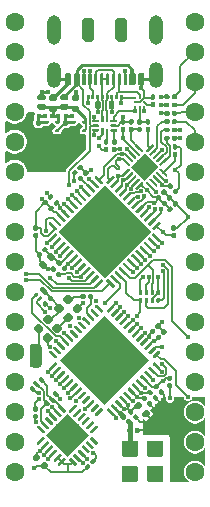
<source format=gbr>
G04 #@! TF.GenerationSoftware,KiCad,Pcbnew,5.1.9-1.fc33*
G04 #@! TF.CreationDate,2021-03-04T22:32:10+01:00*
G04 #@! TF.ProjectId,reDIP-SX,72654449-502d-4535-982e-6b696361645f,0.1*
G04 #@! TF.SameCoordinates,PX5e28010PY8011a50*
G04 #@! TF.FileFunction,Copper,L1,Top*
G04 #@! TF.FilePolarity,Positive*
%FSLAX46Y46*%
G04 Gerber Fmt 4.6, Leading zero omitted, Abs format (unit mm)*
G04 Created by KiCad (PCBNEW 5.1.9-1.fc33) date 2021-03-04 22:32:10*
%MOMM*%
%LPD*%
G01*
G04 APERTURE LIST*
G04 #@! TA.AperFunction,ComponentPad*
%ADD10O,1.200000X2.500000*%
G04 #@! TD*
G04 #@! TA.AperFunction,ComponentPad*
%ADD11O,1.200000X2.200000*%
G04 #@! TD*
G04 #@! TA.AperFunction,SMDPad,CuDef*
%ADD12C,0.200000*%
G04 #@! TD*
G04 #@! TA.AperFunction,SMDPad,CuDef*
%ADD13C,0.100000*%
G04 #@! TD*
G04 #@! TA.AperFunction,ComponentPad*
%ADD14C,1.600000*%
G04 #@! TD*
G04 #@! TA.AperFunction,ViaPad*
%ADD15C,0.400000*%
G04 #@! TD*
G04 #@! TA.AperFunction,Conductor*
%ADD16C,0.400000*%
G04 #@! TD*
G04 #@! TA.AperFunction,Conductor*
%ADD17C,0.250000*%
G04 #@! TD*
G04 #@! TA.AperFunction,Conductor*
%ADD18C,0.200000*%
G04 #@! TD*
G04 #@! TA.AperFunction,Conductor*
%ADD19C,0.150000*%
G04 #@! TD*
G04 #@! TA.AperFunction,Conductor*
%ADD20C,0.100000*%
G04 #@! TD*
G04 APERTURE END LIST*
G04 #@! TA.AperFunction,SMDPad,CuDef*
G36*
G01*
X6451924Y26823346D02*
X6593346Y26681924D01*
G75*
G02*
X6593346Y26540502I-70711J-70711D01*
G01*
X6409498Y26356654D01*
G75*
G02*
X6268076Y26356654I-70711J70711D01*
G01*
X6126654Y26498076D01*
G75*
G02*
X6126654Y26639498I70711J70711D01*
G01*
X6310502Y26823346D01*
G75*
G02*
X6451924Y26823346I70711J-70711D01*
G01*
G37*
G04 #@! TD.AperFunction*
G04 #@! TA.AperFunction,SMDPad,CuDef*
G36*
G01*
X6904472Y27275894D02*
X7045894Y27134472D01*
G75*
G02*
X7045894Y26993050I-70711J-70711D01*
G01*
X6862046Y26809202D01*
G75*
G02*
X6720624Y26809202I-70711J70711D01*
G01*
X6579202Y26950624D01*
G75*
G02*
X6579202Y27092046I70711J70711D01*
G01*
X6763050Y27275894D01*
G75*
G02*
X6904472Y27275894I70711J-70711D01*
G01*
G37*
G04 #@! TD.AperFunction*
G04 #@! TA.AperFunction,SMDPad,CuDef*
G36*
G01*
X6050000Y34922400D02*
X6050000Y34057600D01*
G75*
G02*
X5982400Y33990000I-67600J0D01*
G01*
X5597600Y33990000D01*
G75*
G02*
X5530000Y34057600I0J67600D01*
G01*
X5530000Y34922400D01*
G75*
G02*
X5597600Y34990000I67600J0D01*
G01*
X5982400Y34990000D01*
G75*
G02*
X6050000Y34922400I0J-67600D01*
G01*
G37*
G04 #@! TD.AperFunction*
G04 #@! TA.AperFunction,SMDPad,CuDef*
G36*
G01*
X6800000Y34922400D02*
X6800000Y34057600D01*
G75*
G02*
X6732400Y33990000I-67600J0D01*
G01*
X6347600Y33990000D01*
G75*
G02*
X6280000Y34057600I0J67600D01*
G01*
X6280000Y34922400D01*
G75*
G02*
X6347600Y34990000I67600J0D01*
G01*
X6732400Y34990000D01*
G75*
G02*
X6800000Y34922400I0J-67600D01*
G01*
G37*
G04 #@! TD.AperFunction*
G04 #@! TA.AperFunction,SMDPad,CuDef*
G36*
G01*
X11500000Y34922400D02*
X11500000Y34057600D01*
G75*
G02*
X11432400Y33990000I-67600J0D01*
G01*
X11047600Y33990000D01*
G75*
G02*
X10980000Y34057600I0J67600D01*
G01*
X10980000Y34922400D01*
G75*
G02*
X11047600Y34990000I67600J0D01*
G01*
X11432400Y34990000D01*
G75*
G02*
X11500000Y34922400I0J-67600D01*
G01*
G37*
G04 #@! TD.AperFunction*
G04 #@! TA.AperFunction,SMDPad,CuDef*
G36*
G01*
X12250000Y34922400D02*
X12250000Y34057600D01*
G75*
G02*
X12182400Y33990000I-67600J0D01*
G01*
X11797600Y33990000D01*
G75*
G02*
X11730000Y34057600I0J67600D01*
G01*
X11730000Y34922400D01*
G75*
G02*
X11797600Y34990000I67600J0D01*
G01*
X12182400Y34990000D01*
G75*
G02*
X12250000Y34922400I0J-67600D01*
G01*
G37*
G04 #@! TD.AperFunction*
G04 #@! TA.AperFunction,SMDPad,CuDef*
G36*
G01*
X10790000Y39490000D02*
X10790000Y37890000D01*
G75*
G02*
X10590000Y37690000I-200000J0D01*
G01*
X9990000Y37690000D01*
G75*
G02*
X9790000Y37890000I0J200000D01*
G01*
X9790000Y39490000D01*
G75*
G02*
X9990000Y39690000I200000J0D01*
G01*
X10590000Y39690000D01*
G75*
G02*
X10790000Y39490000I0J-200000D01*
G01*
G37*
G04 #@! TD.AperFunction*
G04 #@! TA.AperFunction,SMDPad,CuDef*
G36*
G01*
X7990000Y39490000D02*
X7990000Y37890000D01*
G75*
G02*
X7790000Y37690000I-200000J0D01*
G01*
X7190000Y37690000D01*
G75*
G02*
X6990000Y37890000I0J200000D01*
G01*
X6990000Y39490000D01*
G75*
G02*
X7190000Y39690000I200000J0D01*
G01*
X7790000Y39690000D01*
G75*
G02*
X7990000Y39490000I0J-200000D01*
G01*
G37*
G04 #@! TD.AperFunction*
D10*
X13210000Y38690000D03*
X4570000Y38690000D03*
D11*
X13210000Y34865000D03*
X4570000Y34865000D03*
G04 #@! TA.AperFunction,SMDPad,CuDef*
G36*
G01*
X12250000Y34922400D02*
X12250000Y34057600D01*
G75*
G02*
X12182400Y33990000I-67600J0D01*
G01*
X11797600Y33990000D01*
G75*
G02*
X11730000Y34057600I0J67600D01*
G01*
X11730000Y34922400D01*
G75*
G02*
X11797600Y34990000I67600J0D01*
G01*
X12182400Y34990000D01*
G75*
G02*
X12250000Y34922400I0J-67600D01*
G01*
G37*
G04 #@! TD.AperFunction*
G04 #@! TA.AperFunction,SMDPad,CuDef*
G36*
G01*
X11500000Y34922400D02*
X11500000Y34057600D01*
G75*
G02*
X11432400Y33990000I-67600J0D01*
G01*
X11047600Y33990000D01*
G75*
G02*
X10980000Y34057600I0J67600D01*
G01*
X10980000Y34922400D01*
G75*
G02*
X11047600Y34990000I67600J0D01*
G01*
X11432400Y34990000D01*
G75*
G02*
X11500000Y34922400I0J-67600D01*
G01*
G37*
G04 #@! TD.AperFunction*
G04 #@! TA.AperFunction,SMDPad,CuDef*
G36*
G01*
X6050000Y34922400D02*
X6050000Y34057600D01*
G75*
G02*
X5982400Y33990000I-67600J0D01*
G01*
X5597600Y33990000D01*
G75*
G02*
X5530000Y34057600I0J67600D01*
G01*
X5530000Y34922400D01*
G75*
G02*
X5597600Y34990000I67600J0D01*
G01*
X5982400Y34990000D01*
G75*
G02*
X6050000Y34922400I0J-67600D01*
G01*
G37*
G04 #@! TD.AperFunction*
G04 #@! TA.AperFunction,SMDPad,CuDef*
G36*
G01*
X6800000Y34922400D02*
X6800000Y34057600D01*
G75*
G02*
X6732400Y33990000I-67600J0D01*
G01*
X6347600Y33990000D01*
G75*
G02*
X6280000Y34057600I0J67600D01*
G01*
X6280000Y34922400D01*
G75*
G02*
X6347600Y34990000I67600J0D01*
G01*
X6732400Y34990000D01*
G75*
G02*
X6800000Y34922400I0J-67600D01*
G01*
G37*
G04 #@! TD.AperFunction*
G04 #@! TA.AperFunction,SMDPad,CuDef*
G36*
G01*
X10775000Y34922500D02*
X10775000Y34057500D01*
G75*
G02*
X10707500Y33990000I-67500J0D01*
G01*
X10572500Y33990000D01*
G75*
G02*
X10505000Y34057500I0J67500D01*
G01*
X10505000Y34922500D01*
G75*
G02*
X10572500Y34990000I67500J0D01*
G01*
X10707500Y34990000D01*
G75*
G02*
X10775000Y34922500I0J-67500D01*
G01*
G37*
G04 #@! TD.AperFunction*
G04 #@! TA.AperFunction,SMDPad,CuDef*
G36*
G01*
X10275000Y34922500D02*
X10275000Y34057500D01*
G75*
G02*
X10207500Y33990000I-67500J0D01*
G01*
X10072500Y33990000D01*
G75*
G02*
X10005000Y34057500I0J67500D01*
G01*
X10005000Y34922500D01*
G75*
G02*
X10072500Y34990000I67500J0D01*
G01*
X10207500Y34990000D01*
G75*
G02*
X10275000Y34922500I0J-67500D01*
G01*
G37*
G04 #@! TD.AperFunction*
G04 #@! TA.AperFunction,SMDPad,CuDef*
G36*
G01*
X9775000Y34922500D02*
X9775000Y34057500D01*
G75*
G02*
X9707500Y33990000I-67500J0D01*
G01*
X9572500Y33990000D01*
G75*
G02*
X9505000Y34057500I0J67500D01*
G01*
X9505000Y34922500D01*
G75*
G02*
X9572500Y34990000I67500J0D01*
G01*
X9707500Y34990000D01*
G75*
G02*
X9775000Y34922500I0J-67500D01*
G01*
G37*
G04 #@! TD.AperFunction*
G04 #@! TA.AperFunction,SMDPad,CuDef*
G36*
G01*
X9275000Y34922500D02*
X9275000Y34057500D01*
G75*
G02*
X9207500Y33990000I-67500J0D01*
G01*
X9072500Y33990000D01*
G75*
G02*
X9005000Y34057500I0J67500D01*
G01*
X9005000Y34922500D01*
G75*
G02*
X9072500Y34990000I67500J0D01*
G01*
X9207500Y34990000D01*
G75*
G02*
X9275000Y34922500I0J-67500D01*
G01*
G37*
G04 #@! TD.AperFunction*
G04 #@! TA.AperFunction,SMDPad,CuDef*
G36*
G01*
X8775000Y34922500D02*
X8775000Y34057500D01*
G75*
G02*
X8707500Y33990000I-67500J0D01*
G01*
X8572500Y33990000D01*
G75*
G02*
X8505000Y34057500I0J67500D01*
G01*
X8505000Y34922500D01*
G75*
G02*
X8572500Y34990000I67500J0D01*
G01*
X8707500Y34990000D01*
G75*
G02*
X8775000Y34922500I0J-67500D01*
G01*
G37*
G04 #@! TD.AperFunction*
G04 #@! TA.AperFunction,SMDPad,CuDef*
G36*
G01*
X8275000Y34922500D02*
X8275000Y34057500D01*
G75*
G02*
X8207500Y33990000I-67500J0D01*
G01*
X8072500Y33990000D01*
G75*
G02*
X8005000Y34057500I0J67500D01*
G01*
X8005000Y34922500D01*
G75*
G02*
X8072500Y34990000I67500J0D01*
G01*
X8207500Y34990000D01*
G75*
G02*
X8275000Y34922500I0J-67500D01*
G01*
G37*
G04 #@! TD.AperFunction*
G04 #@! TA.AperFunction,SMDPad,CuDef*
G36*
G01*
X7775000Y34922500D02*
X7775000Y34057500D01*
G75*
G02*
X7707500Y33990000I-67500J0D01*
G01*
X7572500Y33990000D01*
G75*
G02*
X7505000Y34057500I0J67500D01*
G01*
X7505000Y34922500D01*
G75*
G02*
X7572500Y34990000I67500J0D01*
G01*
X7707500Y34990000D01*
G75*
G02*
X7775000Y34922500I0J-67500D01*
G01*
G37*
G04 #@! TD.AperFunction*
G04 #@! TA.AperFunction,SMDPad,CuDef*
G36*
G01*
X7275000Y34922500D02*
X7275000Y34057500D01*
G75*
G02*
X7207500Y33990000I-67500J0D01*
G01*
X7072500Y33990000D01*
G75*
G02*
X7005000Y34057500I0J67500D01*
G01*
X7005000Y34922500D01*
G75*
G02*
X7072500Y34990000I67500J0D01*
G01*
X7207500Y34990000D01*
G75*
G02*
X7275000Y34922500I0J-67500D01*
G01*
G37*
G04 #@! TD.AperFunction*
G04 #@! TA.AperFunction,SMDPad,CuDef*
G36*
G01*
X2987539Y16039671D02*
X2881473Y16145737D01*
G75*
G02*
X2881473Y16216447I35355J35355D01*
G01*
X3093605Y16428579D01*
G75*
G02*
X3164315Y16428579I35355J-35355D01*
G01*
X3270381Y16322513D01*
G75*
G02*
X3270381Y16251803I-35355J-35355D01*
G01*
X3058249Y16039671D01*
G75*
G02*
X2987539Y16039671I-35355J35355D01*
G01*
G37*
G04 #@! TD.AperFunction*
G04 #@! TA.AperFunction,SMDPad,CuDef*
G36*
G01*
X3305737Y15721473D02*
X3199671Y15827539D01*
G75*
G02*
X3199671Y15898249I35355J35355D01*
G01*
X3411803Y16110381D01*
G75*
G02*
X3482513Y16110381I35355J-35355D01*
G01*
X3588579Y16004315D01*
G75*
G02*
X3588579Y15933605I-35355J-35355D01*
G01*
X3376447Y15721473D01*
G75*
G02*
X3305737Y15721473I-35355J35355D01*
G01*
G37*
G04 #@! TD.AperFunction*
G04 #@! TA.AperFunction,SMDPad,CuDef*
G36*
G01*
X3800711Y16216447D02*
X3376447Y16640711D01*
G75*
G02*
X3376447Y16711421I35355J35355D01*
G01*
X3588579Y16923553D01*
G75*
G02*
X3659289Y16923553I35355J-35355D01*
G01*
X4083553Y16499289D01*
G75*
G02*
X4083553Y16428579I-35355J-35355D01*
G01*
X3871421Y16216447D01*
G75*
G02*
X3800711Y16216447I-35355J35355D01*
G01*
G37*
G04 #@! TD.AperFunction*
G04 #@! TA.AperFunction,SMDPad,CuDef*
G36*
G01*
X3030986Y8151597D02*
X2898403Y8019014D01*
G75*
G02*
X2765821Y8019014I-66291J66291D01*
G01*
X2544850Y8239985D01*
G75*
G02*
X2544850Y8372567I66291J66291D01*
G01*
X2677433Y8505150D01*
G75*
G02*
X2810015Y8505150I66291J-66291D01*
G01*
X3030986Y8284179D01*
G75*
G02*
X3030986Y8151597I-66291J-66291D01*
G01*
G37*
G04 #@! TD.AperFunction*
G04 #@! TA.AperFunction,SMDPad,CuDef*
G36*
G01*
X3791126Y8911737D02*
X3658543Y8779154D01*
G75*
G02*
X3525961Y8779154I-66291J66291D01*
G01*
X3304990Y9000125D01*
G75*
G02*
X3304990Y9132707I66291J66291D01*
G01*
X3437573Y9265290D01*
G75*
G02*
X3570155Y9265290I66291J-66291D01*
G01*
X3791126Y9044319D01*
G75*
G02*
X3791126Y8911737I-66291J-66291D01*
G01*
G37*
G04 #@! TD.AperFunction*
G04 #@! TA.AperFunction,SMDPad,CuDef*
G36*
G01*
X4705946Y7210260D02*
X4599880Y7104194D01*
G75*
G02*
X4493814Y7104194I-53033J53033D01*
G01*
X4140260Y7457748D01*
G75*
G02*
X4140260Y7563814I53033J53033D01*
G01*
X4246326Y7669880D01*
G75*
G02*
X4352392Y7669880I53033J-53033D01*
G01*
X4705946Y7316326D01*
G75*
G02*
X4705946Y7210260I-53033J-53033D01*
G01*
G37*
G04 #@! TD.AperFunction*
G04 #@! TA.AperFunction,SMDPad,CuDef*
G36*
G01*
X3397798Y8518408D02*
X3291732Y8412342D01*
G75*
G02*
X3185666Y8412342I-53033J53033D01*
G01*
X2832112Y8765896D01*
G75*
G02*
X2832112Y8871962I53033J53033D01*
G01*
X2938178Y8978028D01*
G75*
G02*
X3044244Y8978028I53033J-53033D01*
G01*
X3397798Y8624474D01*
G75*
G02*
X3397798Y8518408I-53033J-53033D01*
G01*
G37*
G04 #@! TD.AperFunction*
G04 #@! TA.AperFunction,SMDPad,CuDef*
G36*
G01*
X4993208Y7709655D02*
X4860625Y7577072D01*
G75*
G02*
X4728043Y7577072I-66291J66291D01*
G01*
X4507072Y7798043D01*
G75*
G02*
X4507072Y7930625I66291J66291D01*
G01*
X4639655Y8063208D01*
G75*
G02*
X4772237Y8063208I66291J-66291D01*
G01*
X4993208Y7842237D01*
G75*
G02*
X4993208Y7709655I-66291J-66291D01*
G01*
G37*
G04 #@! TD.AperFunction*
G04 #@! TA.AperFunction,SMDPad,CuDef*
G36*
G01*
X4233068Y6949515D02*
X4100485Y6816932D01*
G75*
G02*
X3967903Y6816932I-66291J66291D01*
G01*
X3746932Y7037903D01*
G75*
G02*
X3746932Y7170485I66291J66291D01*
G01*
X3879515Y7303068D01*
G75*
G02*
X4012097Y7303068I66291J-66291D01*
G01*
X4233068Y7082097D01*
G75*
G02*
X4233068Y6949515I-66291J-66291D01*
G01*
G37*
G04 #@! TD.AperFunction*
G04 #@! TA.AperFunction,SMDPad,CuDef*
G36*
G01*
X12830000Y16657500D02*
X13010000Y16657500D01*
G75*
G02*
X13070000Y16597500I0J-60000D01*
G01*
X13070000Y16317500D01*
G75*
G02*
X13010000Y16257500I-60000J0D01*
G01*
X12830000Y16257500D01*
G75*
G02*
X12770000Y16317500I0J60000D01*
G01*
X12770000Y16597500D01*
G75*
G02*
X12830000Y16657500I60000J0D01*
G01*
G37*
G04 #@! TD.AperFunction*
G04 #@! TA.AperFunction,SMDPad,CuDef*
G36*
G01*
X12330000Y16657500D02*
X12510000Y16657500D01*
G75*
G02*
X12570000Y16597500I0J-60000D01*
G01*
X12570000Y16317500D01*
G75*
G02*
X12510000Y16257500I-60000J0D01*
G01*
X12330000Y16257500D01*
G75*
G02*
X12270000Y16317500I0J60000D01*
G01*
X12270000Y16597500D01*
G75*
G02*
X12330000Y16657500I60000J0D01*
G01*
G37*
G04 #@! TD.AperFunction*
G04 #@! TA.AperFunction,SMDPad,CuDef*
G36*
G01*
X12830000Y15982500D02*
X13010000Y15982500D01*
G75*
G02*
X13070000Y15922500I0J-60000D01*
G01*
X13070000Y15642500D01*
G75*
G02*
X13010000Y15582500I-60000J0D01*
G01*
X12830000Y15582500D01*
G75*
G02*
X12770000Y15642500I0J60000D01*
G01*
X12770000Y15922500D01*
G75*
G02*
X12830000Y15982500I60000J0D01*
G01*
G37*
G04 #@! TD.AperFunction*
G04 #@! TA.AperFunction,SMDPad,CuDef*
G36*
G01*
X12330000Y15982500D02*
X12510000Y15982500D01*
G75*
G02*
X12570000Y15922500I0J-60000D01*
G01*
X12570000Y15642500D01*
G75*
G02*
X12510000Y15582500I-60000J0D01*
G01*
X12330000Y15582500D01*
G75*
G02*
X12270000Y15642500I0J60000D01*
G01*
X12270000Y15922500D01*
G75*
G02*
X12330000Y15982500I60000J0D01*
G01*
G37*
G04 #@! TD.AperFunction*
G04 #@! TA.AperFunction,SMDPad,CuDef*
G36*
G01*
X13345000Y16657500D02*
X13495000Y16657500D01*
G75*
G02*
X13570000Y16582500I0J-75000D01*
G01*
X13570000Y16282500D01*
G75*
G02*
X13495000Y16207500I-75000J0D01*
G01*
X13345000Y16207500D01*
G75*
G02*
X13270000Y16282500I0J75000D01*
G01*
X13270000Y16582500D01*
G75*
G02*
X13345000Y16657500I75000J0D01*
G01*
G37*
G04 #@! TD.AperFunction*
G04 #@! TA.AperFunction,SMDPad,CuDef*
G36*
G01*
X13330000Y15982500D02*
X13510000Y15982500D01*
G75*
G02*
X13570000Y15922500I0J-60000D01*
G01*
X13570000Y15642500D01*
G75*
G02*
X13510000Y15582500I-60000J0D01*
G01*
X13330000Y15582500D01*
G75*
G02*
X13270000Y15642500I0J60000D01*
G01*
X13270000Y15922500D01*
G75*
G02*
X13330000Y15982500I60000J0D01*
G01*
G37*
G04 #@! TD.AperFunction*
G04 #@! TA.AperFunction,SMDPad,CuDef*
G36*
G01*
X11830000Y16657500D02*
X12010000Y16657500D01*
G75*
G02*
X12070000Y16597500I0J-60000D01*
G01*
X12070000Y16317500D01*
G75*
G02*
X12010000Y16257500I-60000J0D01*
G01*
X11830000Y16257500D01*
G75*
G02*
X11770000Y16317500I0J60000D01*
G01*
X11770000Y16597500D01*
G75*
G02*
X11830000Y16657500I60000J0D01*
G01*
G37*
G04 #@! TD.AperFunction*
G04 #@! TA.AperFunction,SMDPad,CuDef*
G36*
G01*
X11845000Y15982500D02*
X11995000Y15982500D01*
G75*
G02*
X12070000Y15907500I0J-75000D01*
G01*
X12070000Y15657500D01*
G75*
G02*
X11995000Y15582500I-75000J0D01*
G01*
X11845000Y15582500D01*
G75*
G02*
X11770000Y15657500I0J75000D01*
G01*
X11770000Y15907500D01*
G75*
G02*
X11845000Y15982500I75000J0D01*
G01*
G37*
G04 #@! TD.AperFunction*
G04 #@! TA.AperFunction,SMDPad,CuDef*
G36*
G01*
X8336750Y30059000D02*
X7886250Y30059000D01*
G75*
G02*
X7830000Y30115250I0J56250D01*
G01*
X7830000Y30227750D01*
G75*
G02*
X7886250Y30284000I56250J0D01*
G01*
X8336750Y30284000D01*
G75*
G02*
X8393000Y30227750I0J-56250D01*
G01*
X8393000Y30115250D01*
G75*
G02*
X8336750Y30059000I-56250J0D01*
G01*
G37*
G04 #@! TD.AperFunction*
G04 #@! TA.AperFunction,SMDPad,CuDef*
G36*
G01*
X8336750Y30459000D02*
X7886250Y30459000D01*
G75*
G02*
X7830000Y30515250I0J56250D01*
G01*
X7830000Y30627750D01*
G75*
G02*
X7886250Y30684000I56250J0D01*
G01*
X8336750Y30684000D01*
G75*
G02*
X8393000Y30627750I0J-56250D01*
G01*
X8393000Y30515250D01*
G75*
G02*
X8336750Y30459000I-56250J0D01*
G01*
G37*
G04 #@! TD.AperFunction*
G04 #@! TA.AperFunction,SMDPad,CuDef*
G36*
G01*
X8336750Y30859000D02*
X7886250Y30859000D01*
G75*
G02*
X7830000Y30915250I0J56250D01*
G01*
X7830000Y31027750D01*
G75*
G02*
X7886250Y31084000I56250J0D01*
G01*
X8336750Y31084000D01*
G75*
G02*
X8393000Y31027750I0J-56250D01*
G01*
X8393000Y30915250D01*
G75*
G02*
X8336750Y30859000I-56250J0D01*
G01*
G37*
G04 #@! TD.AperFunction*
G04 #@! TA.AperFunction,SMDPad,CuDef*
G36*
G01*
X8792500Y31365250D02*
X8792500Y30914750D01*
G75*
G02*
X8736250Y30858500I-56250J0D01*
G01*
X8623750Y30858500D01*
G75*
G02*
X8567500Y30914750I0J56250D01*
G01*
X8567500Y31365250D01*
G75*
G02*
X8623750Y31421500I56250J0D01*
G01*
X8736250Y31421500D01*
G75*
G02*
X8792500Y31365250I0J-56250D01*
G01*
G37*
G04 #@! TD.AperFunction*
G04 #@! TA.AperFunction,SMDPad,CuDef*
G36*
G01*
X9192500Y31365250D02*
X9192500Y30914750D01*
G75*
G02*
X9136250Y30858500I-56250J0D01*
G01*
X9023750Y30858500D01*
G75*
G02*
X8967500Y30914750I0J56250D01*
G01*
X8967500Y31365250D01*
G75*
G02*
X9023750Y31421500I56250J0D01*
G01*
X9136250Y31421500D01*
G75*
G02*
X9192500Y31365250I0J-56250D01*
G01*
G37*
G04 #@! TD.AperFunction*
G04 #@! TA.AperFunction,SMDPad,CuDef*
G36*
G01*
X9873750Y30859000D02*
X9423250Y30859000D01*
G75*
G02*
X9367000Y30915250I0J56250D01*
G01*
X9367000Y31027750D01*
G75*
G02*
X9423250Y31084000I56250J0D01*
G01*
X9873750Y31084000D01*
G75*
G02*
X9930000Y31027750I0J-56250D01*
G01*
X9930000Y30915250D01*
G75*
G02*
X9873750Y30859000I-56250J0D01*
G01*
G37*
G04 #@! TD.AperFunction*
G04 #@! TA.AperFunction,SMDPad,CuDef*
G36*
G01*
X9873750Y30459000D02*
X9423250Y30459000D01*
G75*
G02*
X9367000Y30515250I0J56250D01*
G01*
X9367000Y30627750D01*
G75*
G02*
X9423250Y30684000I56250J0D01*
G01*
X9873750Y30684000D01*
G75*
G02*
X9930000Y30627750I0J-56250D01*
G01*
X9930000Y30515250D01*
G75*
G02*
X9873750Y30459000I-56250J0D01*
G01*
G37*
G04 #@! TD.AperFunction*
G04 #@! TA.AperFunction,SMDPad,CuDef*
G36*
G01*
X9873750Y30059000D02*
X9423250Y30059000D01*
G75*
G02*
X9367000Y30115250I0J56250D01*
G01*
X9367000Y30227750D01*
G75*
G02*
X9423250Y30284000I56250J0D01*
G01*
X9873750Y30284000D01*
G75*
G02*
X9930000Y30227750I0J-56250D01*
G01*
X9930000Y30115250D01*
G75*
G02*
X9873750Y30059000I-56250J0D01*
G01*
G37*
G04 #@! TD.AperFunction*
G04 #@! TA.AperFunction,SMDPad,CuDef*
G36*
G01*
X9192500Y30228250D02*
X9192500Y29777750D01*
G75*
G02*
X9136250Y29721500I-56250J0D01*
G01*
X9023750Y29721500D01*
G75*
G02*
X8967500Y29777750I0J56250D01*
G01*
X8967500Y30228250D01*
G75*
G02*
X9023750Y30284500I56250J0D01*
G01*
X9136250Y30284500D01*
G75*
G02*
X9192500Y30228250I0J-56250D01*
G01*
G37*
G04 #@! TD.AperFunction*
G04 #@! TA.AperFunction,SMDPad,CuDef*
G36*
G01*
X8792500Y30328250D02*
X8792500Y29777750D01*
G75*
G02*
X8736250Y29721500I-56250J0D01*
G01*
X8623750Y29721500D01*
G75*
G02*
X8567500Y29777750I0J56250D01*
G01*
X8567500Y30328250D01*
G75*
G02*
X8623750Y30384500I56250J0D01*
G01*
X8736250Y30384500D01*
G75*
G02*
X8792500Y30328250I0J-56250D01*
G01*
G37*
G04 #@! TD.AperFunction*
G04 #@! TA.AperFunction,SMDPad,CuDef*
G36*
G01*
X10415000Y33140000D02*
X10415000Y32740000D01*
G75*
G02*
X10365000Y32690000I-50000J0D01*
G01*
X10215000Y32690000D01*
G75*
G02*
X10165000Y32740000I0J50000D01*
G01*
X10165000Y33140000D01*
G75*
G02*
X10215000Y33190000I50000J0D01*
G01*
X10365000Y33190000D01*
G75*
G02*
X10415000Y33140000I0J-50000D01*
G01*
G37*
G04 #@! TD.AperFunction*
G04 #@! TA.AperFunction,SMDPad,CuDef*
G36*
G01*
X8015000Y33140000D02*
X8015000Y32840000D01*
G75*
G02*
X7965000Y32790000I-50000J0D01*
G01*
X7815000Y32790000D01*
G75*
G02*
X7765000Y32840000I0J50000D01*
G01*
X7765000Y33140000D01*
G75*
G02*
X7815000Y33190000I50000J0D01*
G01*
X7965000Y33190000D01*
G75*
G02*
X8015000Y33140000I0J-50000D01*
G01*
G37*
G04 #@! TD.AperFunction*
G04 #@! TA.AperFunction,SMDPad,CuDef*
G36*
G01*
X10015000Y33140000D02*
X10015000Y32840000D01*
G75*
G02*
X9965000Y32790000I-50000J0D01*
G01*
X9815000Y32790000D01*
G75*
G02*
X9765000Y32840000I0J50000D01*
G01*
X9765000Y33140000D01*
G75*
G02*
X9815000Y33190000I50000J0D01*
G01*
X9965000Y33190000D01*
G75*
G02*
X10015000Y33140000I0J-50000D01*
G01*
G37*
G04 #@! TD.AperFunction*
G04 #@! TA.AperFunction,SMDPad,CuDef*
G36*
G01*
X8415000Y33140000D02*
X8415000Y32840000D01*
G75*
G02*
X8365000Y32790000I-50000J0D01*
G01*
X8215000Y32790000D01*
G75*
G02*
X8165000Y32840000I0J50000D01*
G01*
X8165000Y33140000D01*
G75*
G02*
X8215000Y33190000I50000J0D01*
G01*
X8365000Y33190000D01*
G75*
G02*
X8415000Y33140000I0J-50000D01*
G01*
G37*
G04 #@! TD.AperFunction*
G04 #@! TA.AperFunction,SMDPad,CuDef*
G36*
G01*
X9615000Y33140000D02*
X9615000Y32840000D01*
G75*
G02*
X9565000Y32790000I-50000J0D01*
G01*
X9415000Y32790000D01*
G75*
G02*
X9365000Y32840000I0J50000D01*
G01*
X9365000Y33140000D01*
G75*
G02*
X9415000Y33190000I50000J0D01*
G01*
X9565000Y33190000D01*
G75*
G02*
X9615000Y33140000I0J-50000D01*
G01*
G37*
G04 #@! TD.AperFunction*
G04 #@! TA.AperFunction,SMDPad,CuDef*
G36*
G01*
X8815000Y33140000D02*
X8815000Y32840000D01*
G75*
G02*
X8765000Y32790000I-50000J0D01*
G01*
X8615000Y32790000D01*
G75*
G02*
X8565000Y32840000I0J50000D01*
G01*
X8565000Y33140000D01*
G75*
G02*
X8615000Y33190000I50000J0D01*
G01*
X8765000Y33190000D01*
G75*
G02*
X8815000Y33140000I0J-50000D01*
G01*
G37*
G04 #@! TD.AperFunction*
G04 #@! TA.AperFunction,SMDPad,CuDef*
G36*
G01*
X9215000Y33140000D02*
X9215000Y32840000D01*
G75*
G02*
X9165000Y32790000I-50000J0D01*
G01*
X9015000Y32790000D01*
G75*
G02*
X8965000Y32840000I0J50000D01*
G01*
X8965000Y33140000D01*
G75*
G02*
X9015000Y33190000I50000J0D01*
G01*
X9165000Y33190000D01*
G75*
G02*
X9215000Y33140000I0J-50000D01*
G01*
G37*
G04 #@! TD.AperFunction*
G04 #@! TA.AperFunction,SMDPad,CuDef*
G36*
G01*
X7615000Y33140000D02*
X7615000Y32840000D01*
G75*
G02*
X7565000Y32790000I-50000J0D01*
G01*
X7415000Y32790000D01*
G75*
G02*
X7365000Y32840000I0J50000D01*
G01*
X7365000Y33140000D01*
G75*
G02*
X7415000Y33190000I50000J0D01*
G01*
X7565000Y33190000D01*
G75*
G02*
X7615000Y33140000I0J-50000D01*
G01*
G37*
G04 #@! TD.AperFunction*
G04 #@! TA.AperFunction,SMDPad,CuDef*
G36*
G01*
X9720000Y32540000D02*
X9720000Y32090000D01*
G75*
G02*
X9620000Y31990000I-100000J0D01*
G01*
X9320000Y31990000D01*
G75*
G02*
X9220000Y32090000I0J100000D01*
G01*
X9220000Y32540000D01*
G75*
G02*
X9320000Y32640000I100000J0D01*
G01*
X9620000Y32640000D01*
G75*
G02*
X9720000Y32540000I0J-100000D01*
G01*
G37*
G04 #@! TD.AperFunction*
G04 #@! TA.AperFunction,SMDPad,CuDef*
G36*
G01*
X8560000Y32540000D02*
X8560000Y32090000D01*
G75*
G02*
X8460000Y31990000I-100000J0D01*
G01*
X8160000Y31990000D01*
G75*
G02*
X8060000Y32090000I0J100000D01*
G01*
X8060000Y32540000D01*
G75*
G02*
X8160000Y32640000I100000J0D01*
G01*
X8460000Y32640000D01*
G75*
G02*
X8560000Y32540000I0J-100000D01*
G01*
G37*
G04 #@! TD.AperFunction*
G04 #@! TA.AperFunction,SMDPad,CuDef*
G36*
G01*
X10335000Y2622500D02*
X10335000Y3837500D01*
G75*
G02*
X10402500Y3905000I67500J0D01*
G01*
X11617500Y3905000D01*
G75*
G02*
X11685000Y3837500I0J-67500D01*
G01*
X11685000Y2622500D01*
G75*
G02*
X11617500Y2555000I-67500J0D01*
G01*
X10402500Y2555000D01*
G75*
G02*
X10335000Y2622500I0J67500D01*
G01*
G37*
G04 #@! TD.AperFunction*
G04 #@! TA.AperFunction,SMDPad,CuDef*
G36*
G01*
X12485000Y2622500D02*
X12485000Y3837500D01*
G75*
G02*
X12552500Y3905000I67500J0D01*
G01*
X13767500Y3905000D01*
G75*
G02*
X13835000Y3837500I0J-67500D01*
G01*
X13835000Y2622500D01*
G75*
G02*
X13767500Y2555000I-67500J0D01*
G01*
X12552500Y2555000D01*
G75*
G02*
X12485000Y2622500I0J67500D01*
G01*
G37*
G04 #@! TD.AperFunction*
G04 #@! TA.AperFunction,SMDPad,CuDef*
G36*
G01*
X12485000Y472500D02*
X12485000Y1687500D01*
G75*
G02*
X12552500Y1755000I67500J0D01*
G01*
X13767500Y1755000D01*
G75*
G02*
X13835000Y1687500I0J-67500D01*
G01*
X13835000Y472500D01*
G75*
G02*
X13767500Y405000I-67500J0D01*
G01*
X12552500Y405000D01*
G75*
G02*
X12485000Y472500I0J67500D01*
G01*
G37*
G04 #@! TD.AperFunction*
G04 #@! TA.AperFunction,SMDPad,CuDef*
G36*
G01*
X10335000Y472500D02*
X10335000Y1687500D01*
G75*
G02*
X10402500Y1755000I67500J0D01*
G01*
X11617500Y1755000D01*
G75*
G02*
X11685000Y1687500I0J-67500D01*
G01*
X11685000Y472500D01*
G75*
G02*
X11617500Y405000I-67500J0D01*
G01*
X10402500Y405000D01*
G75*
G02*
X10335000Y472500I0J67500D01*
G01*
G37*
G04 #@! TD.AperFunction*
D12*
X12240000Y32940000D03*
X11840000Y32940000D03*
X11440000Y32940000D03*
X12240000Y32540000D03*
X11840000Y32540000D03*
X11440000Y32540000D03*
X12240000Y32140000D03*
X11840000Y32140000D03*
X11440000Y32140000D03*
G04 #@! TA.AperFunction,SMDPad,CuDef*
D13*
G36*
X7130000Y30720000D02*
G01*
X6980000Y30870000D01*
X6980000Y30970000D01*
X7330000Y30970000D01*
X7330000Y30720000D01*
X7130000Y30720000D01*
G37*
G04 #@! TD.AperFunction*
G04 #@! TA.AperFunction,SMDPad,CuDef*
G36*
X7130000Y30320000D02*
G01*
X7330000Y30320000D01*
X7330000Y30070000D01*
X6980000Y30070000D01*
X6980000Y30170000D01*
X7130000Y30320000D01*
G37*
G04 #@! TD.AperFunction*
G04 #@! TA.AperFunction,SMDPad,CuDef*
G36*
X6330000Y30720000D02*
G01*
X6130000Y30720000D01*
X6130000Y30970000D01*
X6480000Y30970000D01*
X6480000Y30870000D01*
X6330000Y30720000D01*
G37*
G04 #@! TD.AperFunction*
G04 #@! TA.AperFunction,SMDPad,CuDef*
G36*
X6330000Y30320000D02*
G01*
X6480000Y30170000D01*
X6480000Y30070000D01*
X6130000Y30070000D01*
X6130000Y30320000D01*
X6330000Y30320000D01*
G37*
G04 #@! TD.AperFunction*
G04 #@! TA.AperFunction,SMDPad,CuDef*
G36*
X6730000Y30180589D02*
G01*
X6390589Y30520000D01*
X6730000Y30859411D01*
X7069411Y30520000D01*
X6730000Y30180589D01*
G37*
G04 #@! TD.AperFunction*
G04 #@! TA.AperFunction,SMDPad,CuDef*
G36*
G01*
X7214350Y26312928D02*
X7072928Y26454350D01*
G75*
G02*
X7072928Y26595772I70711J70711D01*
G01*
X7256776Y26779620D01*
G75*
G02*
X7398198Y26779620I70711J-70711D01*
G01*
X7539620Y26638198D01*
G75*
G02*
X7539620Y26496776I-70711J-70711D01*
G01*
X7355772Y26312928D01*
G75*
G02*
X7214350Y26312928I-70711J70711D01*
G01*
G37*
G04 #@! TD.AperFunction*
G04 #@! TA.AperFunction,SMDPad,CuDef*
G36*
G01*
X6761802Y25860380D02*
X6620380Y26001802D01*
G75*
G02*
X6620380Y26143224I70711J70711D01*
G01*
X6804228Y26327072D01*
G75*
G02*
X6945650Y26327072I70711J-70711D01*
G01*
X7087072Y26185650D01*
G75*
G02*
X7087072Y26044228I-70711J-70711D01*
G01*
X6903224Y25860380D01*
G75*
G02*
X6761802Y25860380I-70711J70711D01*
G01*
G37*
G04 #@! TD.AperFunction*
D14*
X1270000Y26670000D03*
X1270000Y29210000D03*
X1270000Y31750000D03*
X1270000Y34290000D03*
X1270000Y36830000D03*
X1270000Y39370000D03*
G04 #@! TA.AperFunction,SMDPad,CuDef*
D13*
G36*
X4820000Y30720000D02*
G01*
X4670000Y30870000D01*
X4670000Y30970000D01*
X5020000Y30970000D01*
X5020000Y30720000D01*
X4820000Y30720000D01*
G37*
G04 #@! TD.AperFunction*
G04 #@! TA.AperFunction,SMDPad,CuDef*
G36*
X4820000Y30320000D02*
G01*
X5020000Y30320000D01*
X5020000Y30070000D01*
X4670000Y30070000D01*
X4670000Y30170000D01*
X4820000Y30320000D01*
G37*
G04 #@! TD.AperFunction*
G04 #@! TA.AperFunction,SMDPad,CuDef*
G36*
X4020000Y30720000D02*
G01*
X3820000Y30720000D01*
X3820000Y30970000D01*
X4170000Y30970000D01*
X4170000Y30870000D01*
X4020000Y30720000D01*
G37*
G04 #@! TD.AperFunction*
G04 #@! TA.AperFunction,SMDPad,CuDef*
G36*
X4020000Y30320000D02*
G01*
X4170000Y30170000D01*
X4170000Y30070000D01*
X3820000Y30070000D01*
X3820000Y30320000D01*
X4020000Y30320000D01*
G37*
G04 #@! TD.AperFunction*
G04 #@! TA.AperFunction,SMDPad,CuDef*
G36*
X4420000Y30180589D02*
G01*
X4080589Y30520000D01*
X4420000Y30859411D01*
X4759411Y30520000D01*
X4420000Y30180589D01*
G37*
G04 #@! TD.AperFunction*
G04 #@! TA.AperFunction,SMDPad,CuDef*
G36*
G01*
X2540000Y10340000D02*
X2540000Y11840000D01*
G75*
G02*
X2790000Y12090000I250000J0D01*
G01*
X3290000Y12090000D01*
G75*
G02*
X3540000Y11840000I0J-250000D01*
G01*
X3540000Y10340000D01*
G75*
G02*
X3290000Y10090000I-250000J0D01*
G01*
X2790000Y10090000D01*
G75*
G02*
X2540000Y10340000I0J250000D01*
G01*
G37*
G04 #@! TD.AperFunction*
G04 #@! TA.AperFunction,SMDPad,CuDef*
G36*
X8890000Y25549798D02*
G01*
X12849798Y21590000D01*
X8890000Y17630202D01*
X4930202Y21590000D01*
X8890000Y25549798D01*
G37*
G04 #@! TD.AperFunction*
G04 #@! TA.AperFunction,SMDPad,CuDef*
G36*
G01*
X13088446Y21457417D02*
X13618776Y20927087D01*
G75*
G02*
X13618776Y20838699I-44194J-44194D01*
G01*
X13530388Y20750311D01*
G75*
G02*
X13442000Y20750311I-44194J44194D01*
G01*
X12911670Y21280641D01*
G75*
G02*
X12911670Y21369029I44194J44194D01*
G01*
X13000058Y21457417D01*
G75*
G02*
X13088446Y21457417I44194J-44194D01*
G01*
G37*
G04 #@! TD.AperFunction*
G04 #@! TA.AperFunction,SMDPad,CuDef*
G36*
G01*
X12734893Y21103864D02*
X13265223Y20573534D01*
G75*
G02*
X13265223Y20485146I-44194J-44194D01*
G01*
X13176835Y20396758D01*
G75*
G02*
X13088447Y20396758I-44194J44194D01*
G01*
X12558117Y20927088D01*
G75*
G02*
X12558117Y21015476I44194J44194D01*
G01*
X12646505Y21103864D01*
G75*
G02*
X12734893Y21103864I44194J-44194D01*
G01*
G37*
G04 #@! TD.AperFunction*
G04 #@! TA.AperFunction,SMDPad,CuDef*
G36*
G01*
X12381339Y20750310D02*
X12911669Y20219980D01*
G75*
G02*
X12911669Y20131592I-44194J-44194D01*
G01*
X12823281Y20043204D01*
G75*
G02*
X12734893Y20043204I-44194J44194D01*
G01*
X12204563Y20573534D01*
G75*
G02*
X12204563Y20661922I44194J44194D01*
G01*
X12292951Y20750310D01*
G75*
G02*
X12381339Y20750310I44194J-44194D01*
G01*
G37*
G04 #@! TD.AperFunction*
G04 #@! TA.AperFunction,SMDPad,CuDef*
G36*
G01*
X12027786Y20396757D02*
X12558116Y19866427D01*
G75*
G02*
X12558116Y19778039I-44194J-44194D01*
G01*
X12469728Y19689651D01*
G75*
G02*
X12381340Y19689651I-44194J44194D01*
G01*
X11851010Y20219981D01*
G75*
G02*
X11851010Y20308369I44194J44194D01*
G01*
X11939398Y20396757D01*
G75*
G02*
X12027786Y20396757I44194J-44194D01*
G01*
G37*
G04 #@! TD.AperFunction*
G04 #@! TA.AperFunction,SMDPad,CuDef*
G36*
G01*
X11674233Y20043204D02*
X12204563Y19512874D01*
G75*
G02*
X12204563Y19424486I-44194J-44194D01*
G01*
X12116175Y19336098D01*
G75*
G02*
X12027787Y19336098I-44194J44194D01*
G01*
X11497457Y19866428D01*
G75*
G02*
X11497457Y19954816I44194J44194D01*
G01*
X11585845Y20043204D01*
G75*
G02*
X11674233Y20043204I44194J-44194D01*
G01*
G37*
G04 #@! TD.AperFunction*
G04 #@! TA.AperFunction,SMDPad,CuDef*
G36*
G01*
X11320679Y19689650D02*
X11851009Y19159320D01*
G75*
G02*
X11851009Y19070932I-44194J-44194D01*
G01*
X11762621Y18982544D01*
G75*
G02*
X11674233Y18982544I-44194J44194D01*
G01*
X11143903Y19512874D01*
G75*
G02*
X11143903Y19601262I44194J44194D01*
G01*
X11232291Y19689650D01*
G75*
G02*
X11320679Y19689650I44194J-44194D01*
G01*
G37*
G04 #@! TD.AperFunction*
G04 #@! TA.AperFunction,SMDPad,CuDef*
G36*
G01*
X10967126Y19336097D02*
X11497456Y18805767D01*
G75*
G02*
X11497456Y18717379I-44194J-44194D01*
G01*
X11409068Y18628991D01*
G75*
G02*
X11320680Y18628991I-44194J44194D01*
G01*
X10790350Y19159321D01*
G75*
G02*
X10790350Y19247709I44194J44194D01*
G01*
X10878738Y19336097D01*
G75*
G02*
X10967126Y19336097I44194J-44194D01*
G01*
G37*
G04 #@! TD.AperFunction*
G04 #@! TA.AperFunction,SMDPad,CuDef*
G36*
G01*
X10613572Y18982543D02*
X11143902Y18452213D01*
G75*
G02*
X11143902Y18363825I-44194J-44194D01*
G01*
X11055514Y18275437D01*
G75*
G02*
X10967126Y18275437I-44194J44194D01*
G01*
X10436796Y18805767D01*
G75*
G02*
X10436796Y18894155I44194J44194D01*
G01*
X10525184Y18982543D01*
G75*
G02*
X10613572Y18982543I44194J-44194D01*
G01*
G37*
G04 #@! TD.AperFunction*
G04 #@! TA.AperFunction,SMDPad,CuDef*
G36*
G01*
X10260019Y18628990D02*
X10790349Y18098660D01*
G75*
G02*
X10790349Y18010272I-44194J-44194D01*
G01*
X10701961Y17921884D01*
G75*
G02*
X10613573Y17921884I-44194J44194D01*
G01*
X10083243Y18452214D01*
G75*
G02*
X10083243Y18540602I44194J44194D01*
G01*
X10171631Y18628990D01*
G75*
G02*
X10260019Y18628990I44194J-44194D01*
G01*
G37*
G04 #@! TD.AperFunction*
G04 #@! TA.AperFunction,SMDPad,CuDef*
G36*
G01*
X9906466Y18275437D02*
X10436796Y17745107D01*
G75*
G02*
X10436796Y17656719I-44194J-44194D01*
G01*
X10348408Y17568331D01*
G75*
G02*
X10260020Y17568331I-44194J44194D01*
G01*
X9729690Y18098661D01*
G75*
G02*
X9729690Y18187049I44194J44194D01*
G01*
X9818078Y18275437D01*
G75*
G02*
X9906466Y18275437I44194J-44194D01*
G01*
G37*
G04 #@! TD.AperFunction*
G04 #@! TA.AperFunction,SMDPad,CuDef*
G36*
G01*
X9552912Y17921883D02*
X10083242Y17391553D01*
G75*
G02*
X10083242Y17303165I-44194J-44194D01*
G01*
X9994854Y17214777D01*
G75*
G02*
X9906466Y17214777I-44194J44194D01*
G01*
X9376136Y17745107D01*
G75*
G02*
X9376136Y17833495I44194J44194D01*
G01*
X9464524Y17921883D01*
G75*
G02*
X9552912Y17921883I44194J-44194D01*
G01*
G37*
G04 #@! TD.AperFunction*
G04 #@! TA.AperFunction,SMDPad,CuDef*
G36*
G01*
X9199359Y17568330D02*
X9729689Y17038000D01*
G75*
G02*
X9729689Y16949612I-44194J-44194D01*
G01*
X9641301Y16861224D01*
G75*
G02*
X9552913Y16861224I-44194J44194D01*
G01*
X9022583Y17391554D01*
G75*
G02*
X9022583Y17479942I44194J44194D01*
G01*
X9110971Y17568330D01*
G75*
G02*
X9199359Y17568330I44194J-44194D01*
G01*
G37*
G04 #@! TD.AperFunction*
G04 #@! TA.AperFunction,SMDPad,CuDef*
G36*
G01*
X8669029Y17568330D02*
X8757417Y17479942D01*
G75*
G02*
X8757417Y17391554I-44194J-44194D01*
G01*
X8227087Y16861224D01*
G75*
G02*
X8138699Y16861224I-44194J44194D01*
G01*
X8050311Y16949612D01*
G75*
G02*
X8050311Y17038000I44194J44194D01*
G01*
X8580641Y17568330D01*
G75*
G02*
X8669029Y17568330I44194J-44194D01*
G01*
G37*
G04 #@! TD.AperFunction*
G04 #@! TA.AperFunction,SMDPad,CuDef*
G36*
G01*
X8315476Y17921883D02*
X8403864Y17833495D01*
G75*
G02*
X8403864Y17745107I-44194J-44194D01*
G01*
X7873534Y17214777D01*
G75*
G02*
X7785146Y17214777I-44194J44194D01*
G01*
X7696758Y17303165D01*
G75*
G02*
X7696758Y17391553I44194J44194D01*
G01*
X8227088Y17921883D01*
G75*
G02*
X8315476Y17921883I44194J-44194D01*
G01*
G37*
G04 #@! TD.AperFunction*
G04 #@! TA.AperFunction,SMDPad,CuDef*
G36*
G01*
X7961922Y18275437D02*
X8050310Y18187049D01*
G75*
G02*
X8050310Y18098661I-44194J-44194D01*
G01*
X7519980Y17568331D01*
G75*
G02*
X7431592Y17568331I-44194J44194D01*
G01*
X7343204Y17656719D01*
G75*
G02*
X7343204Y17745107I44194J44194D01*
G01*
X7873534Y18275437D01*
G75*
G02*
X7961922Y18275437I44194J-44194D01*
G01*
G37*
G04 #@! TD.AperFunction*
G04 #@! TA.AperFunction,SMDPad,CuDef*
G36*
G01*
X7608369Y18628990D02*
X7696757Y18540602D01*
G75*
G02*
X7696757Y18452214I-44194J-44194D01*
G01*
X7166427Y17921884D01*
G75*
G02*
X7078039Y17921884I-44194J44194D01*
G01*
X6989651Y18010272D01*
G75*
G02*
X6989651Y18098660I44194J44194D01*
G01*
X7519981Y18628990D01*
G75*
G02*
X7608369Y18628990I44194J-44194D01*
G01*
G37*
G04 #@! TD.AperFunction*
G04 #@! TA.AperFunction,SMDPad,CuDef*
G36*
G01*
X7254816Y18982543D02*
X7343204Y18894155D01*
G75*
G02*
X7343204Y18805767I-44194J-44194D01*
G01*
X6812874Y18275437D01*
G75*
G02*
X6724486Y18275437I-44194J44194D01*
G01*
X6636098Y18363825D01*
G75*
G02*
X6636098Y18452213I44194J44194D01*
G01*
X7166428Y18982543D01*
G75*
G02*
X7254816Y18982543I44194J-44194D01*
G01*
G37*
G04 #@! TD.AperFunction*
G04 #@! TA.AperFunction,SMDPad,CuDef*
G36*
G01*
X6901262Y19336097D02*
X6989650Y19247709D01*
G75*
G02*
X6989650Y19159321I-44194J-44194D01*
G01*
X6459320Y18628991D01*
G75*
G02*
X6370932Y18628991I-44194J44194D01*
G01*
X6282544Y18717379D01*
G75*
G02*
X6282544Y18805767I44194J44194D01*
G01*
X6812874Y19336097D01*
G75*
G02*
X6901262Y19336097I44194J-44194D01*
G01*
G37*
G04 #@! TD.AperFunction*
G04 #@! TA.AperFunction,SMDPad,CuDef*
G36*
G01*
X6547709Y19689650D02*
X6636097Y19601262D01*
G75*
G02*
X6636097Y19512874I-44194J-44194D01*
G01*
X6105767Y18982544D01*
G75*
G02*
X6017379Y18982544I-44194J44194D01*
G01*
X5928991Y19070932D01*
G75*
G02*
X5928991Y19159320I44194J44194D01*
G01*
X6459321Y19689650D01*
G75*
G02*
X6547709Y19689650I44194J-44194D01*
G01*
G37*
G04 #@! TD.AperFunction*
G04 #@! TA.AperFunction,SMDPad,CuDef*
G36*
G01*
X6194155Y20043204D02*
X6282543Y19954816D01*
G75*
G02*
X6282543Y19866428I-44194J-44194D01*
G01*
X5752213Y19336098D01*
G75*
G02*
X5663825Y19336098I-44194J44194D01*
G01*
X5575437Y19424486D01*
G75*
G02*
X5575437Y19512874I44194J44194D01*
G01*
X6105767Y20043204D01*
G75*
G02*
X6194155Y20043204I44194J-44194D01*
G01*
G37*
G04 #@! TD.AperFunction*
G04 #@! TA.AperFunction,SMDPad,CuDef*
G36*
G01*
X5840602Y20396757D02*
X5928990Y20308369D01*
G75*
G02*
X5928990Y20219981I-44194J-44194D01*
G01*
X5398660Y19689651D01*
G75*
G02*
X5310272Y19689651I-44194J44194D01*
G01*
X5221884Y19778039D01*
G75*
G02*
X5221884Y19866427I44194J44194D01*
G01*
X5752214Y20396757D01*
G75*
G02*
X5840602Y20396757I44194J-44194D01*
G01*
G37*
G04 #@! TD.AperFunction*
G04 #@! TA.AperFunction,SMDPad,CuDef*
G36*
G01*
X5487049Y20750310D02*
X5575437Y20661922D01*
G75*
G02*
X5575437Y20573534I-44194J-44194D01*
G01*
X5045107Y20043204D01*
G75*
G02*
X4956719Y20043204I-44194J44194D01*
G01*
X4868331Y20131592D01*
G75*
G02*
X4868331Y20219980I44194J44194D01*
G01*
X5398661Y20750310D01*
G75*
G02*
X5487049Y20750310I44194J-44194D01*
G01*
G37*
G04 #@! TD.AperFunction*
G04 #@! TA.AperFunction,SMDPad,CuDef*
G36*
G01*
X5133495Y21103864D02*
X5221883Y21015476D01*
G75*
G02*
X5221883Y20927088I-44194J-44194D01*
G01*
X4691553Y20396758D01*
G75*
G02*
X4603165Y20396758I-44194J44194D01*
G01*
X4514777Y20485146D01*
G75*
G02*
X4514777Y20573534I44194J44194D01*
G01*
X5045107Y21103864D01*
G75*
G02*
X5133495Y21103864I44194J-44194D01*
G01*
G37*
G04 #@! TD.AperFunction*
G04 #@! TA.AperFunction,SMDPad,CuDef*
G36*
G01*
X4779942Y21457417D02*
X4868330Y21369029D01*
G75*
G02*
X4868330Y21280641I-44194J-44194D01*
G01*
X4338000Y20750311D01*
G75*
G02*
X4249612Y20750311I-44194J44194D01*
G01*
X4161224Y20838699D01*
G75*
G02*
X4161224Y20927087I44194J44194D01*
G01*
X4691554Y21457417D01*
G75*
G02*
X4779942Y21457417I44194J-44194D01*
G01*
G37*
G04 #@! TD.AperFunction*
G04 #@! TA.AperFunction,SMDPad,CuDef*
G36*
G01*
X4338000Y22429689D02*
X4868330Y21899359D01*
G75*
G02*
X4868330Y21810971I-44194J-44194D01*
G01*
X4779942Y21722583D01*
G75*
G02*
X4691554Y21722583I-44194J44194D01*
G01*
X4161224Y22252913D01*
G75*
G02*
X4161224Y22341301I44194J44194D01*
G01*
X4249612Y22429689D01*
G75*
G02*
X4338000Y22429689I44194J-44194D01*
G01*
G37*
G04 #@! TD.AperFunction*
G04 #@! TA.AperFunction,SMDPad,CuDef*
G36*
G01*
X4691553Y22783242D02*
X5221883Y22252912D01*
G75*
G02*
X5221883Y22164524I-44194J-44194D01*
G01*
X5133495Y22076136D01*
G75*
G02*
X5045107Y22076136I-44194J44194D01*
G01*
X4514777Y22606466D01*
G75*
G02*
X4514777Y22694854I44194J44194D01*
G01*
X4603165Y22783242D01*
G75*
G02*
X4691553Y22783242I44194J-44194D01*
G01*
G37*
G04 #@! TD.AperFunction*
G04 #@! TA.AperFunction,SMDPad,CuDef*
G36*
G01*
X5045107Y23136796D02*
X5575437Y22606466D01*
G75*
G02*
X5575437Y22518078I-44194J-44194D01*
G01*
X5487049Y22429690D01*
G75*
G02*
X5398661Y22429690I-44194J44194D01*
G01*
X4868331Y22960020D01*
G75*
G02*
X4868331Y23048408I44194J44194D01*
G01*
X4956719Y23136796D01*
G75*
G02*
X5045107Y23136796I44194J-44194D01*
G01*
G37*
G04 #@! TD.AperFunction*
G04 #@! TA.AperFunction,SMDPad,CuDef*
G36*
G01*
X5398660Y23490349D02*
X5928990Y22960019D01*
G75*
G02*
X5928990Y22871631I-44194J-44194D01*
G01*
X5840602Y22783243D01*
G75*
G02*
X5752214Y22783243I-44194J44194D01*
G01*
X5221884Y23313573D01*
G75*
G02*
X5221884Y23401961I44194J44194D01*
G01*
X5310272Y23490349D01*
G75*
G02*
X5398660Y23490349I44194J-44194D01*
G01*
G37*
G04 #@! TD.AperFunction*
G04 #@! TA.AperFunction,SMDPad,CuDef*
G36*
G01*
X5752213Y23843902D02*
X6282543Y23313572D01*
G75*
G02*
X6282543Y23225184I-44194J-44194D01*
G01*
X6194155Y23136796D01*
G75*
G02*
X6105767Y23136796I-44194J44194D01*
G01*
X5575437Y23667126D01*
G75*
G02*
X5575437Y23755514I44194J44194D01*
G01*
X5663825Y23843902D01*
G75*
G02*
X5752213Y23843902I44194J-44194D01*
G01*
G37*
G04 #@! TD.AperFunction*
G04 #@! TA.AperFunction,SMDPad,CuDef*
G36*
G01*
X6105767Y24197456D02*
X6636097Y23667126D01*
G75*
G02*
X6636097Y23578738I-44194J-44194D01*
G01*
X6547709Y23490350D01*
G75*
G02*
X6459321Y23490350I-44194J44194D01*
G01*
X5928991Y24020680D01*
G75*
G02*
X5928991Y24109068I44194J44194D01*
G01*
X6017379Y24197456D01*
G75*
G02*
X6105767Y24197456I44194J-44194D01*
G01*
G37*
G04 #@! TD.AperFunction*
G04 #@! TA.AperFunction,SMDPad,CuDef*
G36*
G01*
X6459320Y24551009D02*
X6989650Y24020679D01*
G75*
G02*
X6989650Y23932291I-44194J-44194D01*
G01*
X6901262Y23843903D01*
G75*
G02*
X6812874Y23843903I-44194J44194D01*
G01*
X6282544Y24374233D01*
G75*
G02*
X6282544Y24462621I44194J44194D01*
G01*
X6370932Y24551009D01*
G75*
G02*
X6459320Y24551009I44194J-44194D01*
G01*
G37*
G04 #@! TD.AperFunction*
G04 #@! TA.AperFunction,SMDPad,CuDef*
G36*
G01*
X6812874Y24904563D02*
X7343204Y24374233D01*
G75*
G02*
X7343204Y24285845I-44194J-44194D01*
G01*
X7254816Y24197457D01*
G75*
G02*
X7166428Y24197457I-44194J44194D01*
G01*
X6636098Y24727787D01*
G75*
G02*
X6636098Y24816175I44194J44194D01*
G01*
X6724486Y24904563D01*
G75*
G02*
X6812874Y24904563I44194J-44194D01*
G01*
G37*
G04 #@! TD.AperFunction*
G04 #@! TA.AperFunction,SMDPad,CuDef*
G36*
G01*
X7166427Y25258116D02*
X7696757Y24727786D01*
G75*
G02*
X7696757Y24639398I-44194J-44194D01*
G01*
X7608369Y24551010D01*
G75*
G02*
X7519981Y24551010I-44194J44194D01*
G01*
X6989651Y25081340D01*
G75*
G02*
X6989651Y25169728I44194J44194D01*
G01*
X7078039Y25258116D01*
G75*
G02*
X7166427Y25258116I44194J-44194D01*
G01*
G37*
G04 #@! TD.AperFunction*
G04 #@! TA.AperFunction,SMDPad,CuDef*
G36*
G01*
X7519980Y25611669D02*
X8050310Y25081339D01*
G75*
G02*
X8050310Y24992951I-44194J-44194D01*
G01*
X7961922Y24904563D01*
G75*
G02*
X7873534Y24904563I-44194J44194D01*
G01*
X7343204Y25434893D01*
G75*
G02*
X7343204Y25523281I44194J44194D01*
G01*
X7431592Y25611669D01*
G75*
G02*
X7519980Y25611669I44194J-44194D01*
G01*
G37*
G04 #@! TD.AperFunction*
G04 #@! TA.AperFunction,SMDPad,CuDef*
G36*
G01*
X7873534Y25965223D02*
X8403864Y25434893D01*
G75*
G02*
X8403864Y25346505I-44194J-44194D01*
G01*
X8315476Y25258117D01*
G75*
G02*
X8227088Y25258117I-44194J44194D01*
G01*
X7696758Y25788447D01*
G75*
G02*
X7696758Y25876835I44194J44194D01*
G01*
X7785146Y25965223D01*
G75*
G02*
X7873534Y25965223I44194J-44194D01*
G01*
G37*
G04 #@! TD.AperFunction*
G04 #@! TA.AperFunction,SMDPad,CuDef*
G36*
G01*
X8227087Y26318776D02*
X8757417Y25788446D01*
G75*
G02*
X8757417Y25700058I-44194J-44194D01*
G01*
X8669029Y25611670D01*
G75*
G02*
X8580641Y25611670I-44194J44194D01*
G01*
X8050311Y26142000D01*
G75*
G02*
X8050311Y26230388I44194J44194D01*
G01*
X8138699Y26318776D01*
G75*
G02*
X8227087Y26318776I44194J-44194D01*
G01*
G37*
G04 #@! TD.AperFunction*
G04 #@! TA.AperFunction,SMDPad,CuDef*
G36*
G01*
X9641301Y26318776D02*
X9729689Y26230388D01*
G75*
G02*
X9729689Y26142000I-44194J-44194D01*
G01*
X9199359Y25611670D01*
G75*
G02*
X9110971Y25611670I-44194J44194D01*
G01*
X9022583Y25700058D01*
G75*
G02*
X9022583Y25788446I44194J44194D01*
G01*
X9552913Y26318776D01*
G75*
G02*
X9641301Y26318776I44194J-44194D01*
G01*
G37*
G04 #@! TD.AperFunction*
G04 #@! TA.AperFunction,SMDPad,CuDef*
G36*
G01*
X9994854Y25965223D02*
X10083242Y25876835D01*
G75*
G02*
X10083242Y25788447I-44194J-44194D01*
G01*
X9552912Y25258117D01*
G75*
G02*
X9464524Y25258117I-44194J44194D01*
G01*
X9376136Y25346505D01*
G75*
G02*
X9376136Y25434893I44194J44194D01*
G01*
X9906466Y25965223D01*
G75*
G02*
X9994854Y25965223I44194J-44194D01*
G01*
G37*
G04 #@! TD.AperFunction*
G04 #@! TA.AperFunction,SMDPad,CuDef*
G36*
G01*
X10348408Y25611669D02*
X10436796Y25523281D01*
G75*
G02*
X10436796Y25434893I-44194J-44194D01*
G01*
X9906466Y24904563D01*
G75*
G02*
X9818078Y24904563I-44194J44194D01*
G01*
X9729690Y24992951D01*
G75*
G02*
X9729690Y25081339I44194J44194D01*
G01*
X10260020Y25611669D01*
G75*
G02*
X10348408Y25611669I44194J-44194D01*
G01*
G37*
G04 #@! TD.AperFunction*
G04 #@! TA.AperFunction,SMDPad,CuDef*
G36*
G01*
X10701961Y25258116D02*
X10790349Y25169728D01*
G75*
G02*
X10790349Y25081340I-44194J-44194D01*
G01*
X10260019Y24551010D01*
G75*
G02*
X10171631Y24551010I-44194J44194D01*
G01*
X10083243Y24639398D01*
G75*
G02*
X10083243Y24727786I44194J44194D01*
G01*
X10613573Y25258116D01*
G75*
G02*
X10701961Y25258116I44194J-44194D01*
G01*
G37*
G04 #@! TD.AperFunction*
G04 #@! TA.AperFunction,SMDPad,CuDef*
G36*
G01*
X11055514Y24904563D02*
X11143902Y24816175D01*
G75*
G02*
X11143902Y24727787I-44194J-44194D01*
G01*
X10613572Y24197457D01*
G75*
G02*
X10525184Y24197457I-44194J44194D01*
G01*
X10436796Y24285845D01*
G75*
G02*
X10436796Y24374233I44194J44194D01*
G01*
X10967126Y24904563D01*
G75*
G02*
X11055514Y24904563I44194J-44194D01*
G01*
G37*
G04 #@! TD.AperFunction*
G04 #@! TA.AperFunction,SMDPad,CuDef*
G36*
G01*
X11409068Y24551009D02*
X11497456Y24462621D01*
G75*
G02*
X11497456Y24374233I-44194J-44194D01*
G01*
X10967126Y23843903D01*
G75*
G02*
X10878738Y23843903I-44194J44194D01*
G01*
X10790350Y23932291D01*
G75*
G02*
X10790350Y24020679I44194J44194D01*
G01*
X11320680Y24551009D01*
G75*
G02*
X11409068Y24551009I44194J-44194D01*
G01*
G37*
G04 #@! TD.AperFunction*
G04 #@! TA.AperFunction,SMDPad,CuDef*
G36*
G01*
X11762621Y24197456D02*
X11851009Y24109068D01*
G75*
G02*
X11851009Y24020680I-44194J-44194D01*
G01*
X11320679Y23490350D01*
G75*
G02*
X11232291Y23490350I-44194J44194D01*
G01*
X11143903Y23578738D01*
G75*
G02*
X11143903Y23667126I44194J44194D01*
G01*
X11674233Y24197456D01*
G75*
G02*
X11762621Y24197456I44194J-44194D01*
G01*
G37*
G04 #@! TD.AperFunction*
G04 #@! TA.AperFunction,SMDPad,CuDef*
G36*
G01*
X12116175Y23843902D02*
X12204563Y23755514D01*
G75*
G02*
X12204563Y23667126I-44194J-44194D01*
G01*
X11674233Y23136796D01*
G75*
G02*
X11585845Y23136796I-44194J44194D01*
G01*
X11497457Y23225184D01*
G75*
G02*
X11497457Y23313572I44194J44194D01*
G01*
X12027787Y23843902D01*
G75*
G02*
X12116175Y23843902I44194J-44194D01*
G01*
G37*
G04 #@! TD.AperFunction*
G04 #@! TA.AperFunction,SMDPad,CuDef*
G36*
G01*
X12469728Y23490349D02*
X12558116Y23401961D01*
G75*
G02*
X12558116Y23313573I-44194J-44194D01*
G01*
X12027786Y22783243D01*
G75*
G02*
X11939398Y22783243I-44194J44194D01*
G01*
X11851010Y22871631D01*
G75*
G02*
X11851010Y22960019I44194J44194D01*
G01*
X12381340Y23490349D01*
G75*
G02*
X12469728Y23490349I44194J-44194D01*
G01*
G37*
G04 #@! TD.AperFunction*
G04 #@! TA.AperFunction,SMDPad,CuDef*
G36*
G01*
X12823281Y23136796D02*
X12911669Y23048408D01*
G75*
G02*
X12911669Y22960020I-44194J-44194D01*
G01*
X12381339Y22429690D01*
G75*
G02*
X12292951Y22429690I-44194J44194D01*
G01*
X12204563Y22518078D01*
G75*
G02*
X12204563Y22606466I44194J44194D01*
G01*
X12734893Y23136796D01*
G75*
G02*
X12823281Y23136796I44194J-44194D01*
G01*
G37*
G04 #@! TD.AperFunction*
G04 #@! TA.AperFunction,SMDPad,CuDef*
G36*
G01*
X13176835Y22783242D02*
X13265223Y22694854D01*
G75*
G02*
X13265223Y22606466I-44194J-44194D01*
G01*
X12734893Y22076136D01*
G75*
G02*
X12646505Y22076136I-44194J44194D01*
G01*
X12558117Y22164524D01*
G75*
G02*
X12558117Y22252912I44194J44194D01*
G01*
X13088447Y22783242D01*
G75*
G02*
X13176835Y22783242I44194J-44194D01*
G01*
G37*
G04 #@! TD.AperFunction*
G04 #@! TA.AperFunction,SMDPad,CuDef*
G36*
G01*
X13530388Y22429689D02*
X13618776Y22341301D01*
G75*
G02*
X13618776Y22252913I-44194J-44194D01*
G01*
X13088446Y21722583D01*
G75*
G02*
X13000058Y21722583I-44194J44194D01*
G01*
X12911670Y21810971D01*
G75*
G02*
X12911670Y21899359I44194J44194D01*
G01*
X13442000Y22429689D01*
G75*
G02*
X13530388Y22429689I44194J-44194D01*
G01*
G37*
G04 #@! TD.AperFunction*
G04 #@! TA.AperFunction,SMDPad,CuDef*
G36*
G01*
X5470000Y30390000D02*
X5670000Y30390000D01*
G75*
G02*
X5770000Y30290000I0J-100000D01*
G01*
X5770000Y30030000D01*
G75*
G02*
X5670000Y29930000I-100000J0D01*
G01*
X5470000Y29930000D01*
G75*
G02*
X5370000Y30030000I0J100000D01*
G01*
X5370000Y30290000D01*
G75*
G02*
X5470000Y30390000I100000J0D01*
G01*
G37*
G04 #@! TD.AperFunction*
G04 #@! TA.AperFunction,SMDPad,CuDef*
G36*
G01*
X5470000Y31030000D02*
X5670000Y31030000D01*
G75*
G02*
X5770000Y30930000I0J-100000D01*
G01*
X5770000Y30670000D01*
G75*
G02*
X5670000Y30570000I-100000J0D01*
G01*
X5470000Y30570000D01*
G75*
G02*
X5370000Y30670000I0J100000D01*
G01*
X5370000Y30930000D01*
G75*
G02*
X5470000Y31030000I100000J0D01*
G01*
G37*
G04 #@! TD.AperFunction*
G04 #@! TA.AperFunction,SMDPad,CuDef*
G36*
G01*
X3170000Y30390000D02*
X3370000Y30390000D01*
G75*
G02*
X3470000Y30290000I0J-100000D01*
G01*
X3470000Y30030000D01*
G75*
G02*
X3370000Y29930000I-100000J0D01*
G01*
X3170000Y29930000D01*
G75*
G02*
X3070000Y30030000I0J100000D01*
G01*
X3070000Y30290000D01*
G75*
G02*
X3170000Y30390000I100000J0D01*
G01*
G37*
G04 #@! TD.AperFunction*
G04 #@! TA.AperFunction,SMDPad,CuDef*
G36*
G01*
X3170000Y31030000D02*
X3370000Y31030000D01*
G75*
G02*
X3470000Y30930000I0J-100000D01*
G01*
X3470000Y30670000D01*
G75*
G02*
X3370000Y30570000I-100000J0D01*
G01*
X3170000Y30570000D01*
G75*
G02*
X3070000Y30670000I0J100000D01*
G01*
X3070000Y30930000D01*
G75*
G02*
X3170000Y31030000I100000J0D01*
G01*
G37*
G04 #@! TD.AperFunction*
G04 #@! TA.AperFunction,SMDPad,CuDef*
G36*
G01*
X13065494Y25203845D02*
X12994784Y25133135D01*
G75*
G02*
X12924074Y25133135I-35355J35355D01*
G01*
X12393744Y25663465D01*
G75*
G02*
X12393744Y25734175I35355J35355D01*
G01*
X12464454Y25804885D01*
G75*
G02*
X12535164Y25804885I35355J-35355D01*
G01*
X13065494Y25274555D01*
G75*
G02*
X13065494Y25203845I-35355J-35355D01*
G01*
G37*
G04 #@! TD.AperFunction*
G04 #@! TA.AperFunction,SMDPad,CuDef*
G36*
G01*
X13348337Y25486687D02*
X13277627Y25415977D01*
G75*
G02*
X13206917Y25415977I-35355J35355D01*
G01*
X12676587Y25946307D01*
G75*
G02*
X12676587Y26017017I35355J35355D01*
G01*
X12747297Y26087727D01*
G75*
G02*
X12818007Y26087727I35355J-35355D01*
G01*
X13348337Y25557397D01*
G75*
G02*
X13348337Y25486687I-35355J-35355D01*
G01*
G37*
G04 #@! TD.AperFunction*
G04 #@! TA.AperFunction,SMDPad,CuDef*
G36*
G01*
X13631180Y25769530D02*
X13560470Y25698820D01*
G75*
G02*
X13489760Y25698820I-35355J35355D01*
G01*
X12959430Y26229150D01*
G75*
G02*
X12959430Y26299860I35355J35355D01*
G01*
X13030140Y26370570D01*
G75*
G02*
X13100850Y26370570I35355J-35355D01*
G01*
X13631180Y25840240D01*
G75*
G02*
X13631180Y25769530I-35355J-35355D01*
G01*
G37*
G04 #@! TD.AperFunction*
G04 #@! TA.AperFunction,SMDPad,CuDef*
G36*
G01*
X13914023Y26052373D02*
X13843313Y25981663D01*
G75*
G02*
X13772603Y25981663I-35355J35355D01*
G01*
X13242273Y26511993D01*
G75*
G02*
X13242273Y26582703I35355J35355D01*
G01*
X13312983Y26653413D01*
G75*
G02*
X13383693Y26653413I35355J-35355D01*
G01*
X13914023Y26123083D01*
G75*
G02*
X13914023Y26052373I-35355J-35355D01*
G01*
G37*
G04 #@! TD.AperFunction*
G04 #@! TA.AperFunction,SMDPad,CuDef*
G36*
G01*
X14196865Y26335216D02*
X14126155Y26264506D01*
G75*
G02*
X14055445Y26264506I-35355J35355D01*
G01*
X13525115Y26794836D01*
G75*
G02*
X13525115Y26865546I35355J35355D01*
G01*
X13595825Y26936256D01*
G75*
G02*
X13666535Y26936256I35355J-35355D01*
G01*
X14196865Y26405926D01*
G75*
G02*
X14196865Y26335216I-35355J-35355D01*
G01*
G37*
G04 #@! TD.AperFunction*
G04 #@! TA.AperFunction,SMDPad,CuDef*
G36*
G01*
X14196865Y27714074D02*
X13666535Y27183744D01*
G75*
G02*
X13595825Y27183744I-35355J35355D01*
G01*
X13525115Y27254454D01*
G75*
G02*
X13525115Y27325164I35355J35355D01*
G01*
X14055445Y27855494D01*
G75*
G02*
X14126155Y27855494I35355J-35355D01*
G01*
X14196865Y27784784D01*
G75*
G02*
X14196865Y27714074I-35355J-35355D01*
G01*
G37*
G04 #@! TD.AperFunction*
G04 #@! TA.AperFunction,SMDPad,CuDef*
G36*
G01*
X13914023Y27996917D02*
X13383693Y27466587D01*
G75*
G02*
X13312983Y27466587I-35355J35355D01*
G01*
X13242273Y27537297D01*
G75*
G02*
X13242273Y27608007I35355J35355D01*
G01*
X13772603Y28138337D01*
G75*
G02*
X13843313Y28138337I35355J-35355D01*
G01*
X13914023Y28067627D01*
G75*
G02*
X13914023Y27996917I-35355J-35355D01*
G01*
G37*
G04 #@! TD.AperFunction*
G04 #@! TA.AperFunction,SMDPad,CuDef*
G36*
G01*
X13631180Y28279760D02*
X13100850Y27749430D01*
G75*
G02*
X13030140Y27749430I-35355J35355D01*
G01*
X12959430Y27820140D01*
G75*
G02*
X12959430Y27890850I35355J35355D01*
G01*
X13489760Y28421180D01*
G75*
G02*
X13560470Y28421180I35355J-35355D01*
G01*
X13631180Y28350470D01*
G75*
G02*
X13631180Y28279760I-35355J-35355D01*
G01*
G37*
G04 #@! TD.AperFunction*
G04 #@! TA.AperFunction,SMDPad,CuDef*
G36*
G01*
X13348337Y28562603D02*
X12818007Y28032273D01*
G75*
G02*
X12747297Y28032273I-35355J35355D01*
G01*
X12676587Y28102983D01*
G75*
G02*
X12676587Y28173693I35355J35355D01*
G01*
X13206917Y28704023D01*
G75*
G02*
X13277627Y28704023I35355J-35355D01*
G01*
X13348337Y28633313D01*
G75*
G02*
X13348337Y28562603I-35355J-35355D01*
G01*
G37*
G04 #@! TD.AperFunction*
G04 #@! TA.AperFunction,SMDPad,CuDef*
G36*
G01*
X13065494Y28845445D02*
X12535164Y28315115D01*
G75*
G02*
X12464454Y28315115I-35355J35355D01*
G01*
X12393744Y28385825D01*
G75*
G02*
X12393744Y28456535I35355J35355D01*
G01*
X12924074Y28986865D01*
G75*
G02*
X12994784Y28986865I35355J-35355D01*
G01*
X13065494Y28916155D01*
G75*
G02*
X13065494Y28845445I-35355J-35355D01*
G01*
G37*
G04 #@! TD.AperFunction*
G04 #@! TA.AperFunction,SMDPad,CuDef*
G36*
G01*
X12146256Y28385825D02*
X12075546Y28315115D01*
G75*
G02*
X12004836Y28315115I-35355J35355D01*
G01*
X11474506Y28845445D01*
G75*
G02*
X11474506Y28916155I35355J35355D01*
G01*
X11545216Y28986865D01*
G75*
G02*
X11615926Y28986865I35355J-35355D01*
G01*
X12146256Y28456535D01*
G75*
G02*
X12146256Y28385825I-35355J-35355D01*
G01*
G37*
G04 #@! TD.AperFunction*
G04 #@! TA.AperFunction,SMDPad,CuDef*
G36*
G01*
X11863413Y28102983D02*
X11792703Y28032273D01*
G75*
G02*
X11721993Y28032273I-35355J35355D01*
G01*
X11191663Y28562603D01*
G75*
G02*
X11191663Y28633313I35355J35355D01*
G01*
X11262373Y28704023D01*
G75*
G02*
X11333083Y28704023I35355J-35355D01*
G01*
X11863413Y28173693D01*
G75*
G02*
X11863413Y28102983I-35355J-35355D01*
G01*
G37*
G04 #@! TD.AperFunction*
G04 #@! TA.AperFunction,SMDPad,CuDef*
G36*
G01*
X11580570Y27820140D02*
X11509860Y27749430D01*
G75*
G02*
X11439150Y27749430I-35355J35355D01*
G01*
X10908820Y28279760D01*
G75*
G02*
X10908820Y28350470I35355J35355D01*
G01*
X10979530Y28421180D01*
G75*
G02*
X11050240Y28421180I35355J-35355D01*
G01*
X11580570Y27890850D01*
G75*
G02*
X11580570Y27820140I-35355J-35355D01*
G01*
G37*
G04 #@! TD.AperFunction*
G04 #@! TA.AperFunction,SMDPad,CuDef*
G36*
G01*
X11297727Y27537297D02*
X11227017Y27466587D01*
G75*
G02*
X11156307Y27466587I-35355J35355D01*
G01*
X10625977Y27996917D01*
G75*
G02*
X10625977Y28067627I35355J35355D01*
G01*
X10696687Y28138337D01*
G75*
G02*
X10767397Y28138337I35355J-35355D01*
G01*
X11297727Y27608007D01*
G75*
G02*
X11297727Y27537297I-35355J-35355D01*
G01*
G37*
G04 #@! TD.AperFunction*
G04 #@! TA.AperFunction,SMDPad,CuDef*
G36*
G01*
X11014885Y27254454D02*
X10944175Y27183744D01*
G75*
G02*
X10873465Y27183744I-35355J35355D01*
G01*
X10343135Y27714074D01*
G75*
G02*
X10343135Y27784784I35355J35355D01*
G01*
X10413845Y27855494D01*
G75*
G02*
X10484555Y27855494I35355J-35355D01*
G01*
X11014885Y27325164D01*
G75*
G02*
X11014885Y27254454I-35355J-35355D01*
G01*
G37*
G04 #@! TD.AperFunction*
G04 #@! TA.AperFunction,SMDPad,CuDef*
G36*
G01*
X11014885Y26794836D02*
X10484555Y26264506D01*
G75*
G02*
X10413845Y26264506I-35355J35355D01*
G01*
X10343135Y26335216D01*
G75*
G02*
X10343135Y26405926I35355J35355D01*
G01*
X10873465Y26936256D01*
G75*
G02*
X10944175Y26936256I35355J-35355D01*
G01*
X11014885Y26865546D01*
G75*
G02*
X11014885Y26794836I-35355J-35355D01*
G01*
G37*
G04 #@! TD.AperFunction*
G04 #@! TA.AperFunction,SMDPad,CuDef*
G36*
G01*
X11297727Y26511993D02*
X10767397Y25981663D01*
G75*
G02*
X10696687Y25981663I-35355J35355D01*
G01*
X10625977Y26052373D01*
G75*
G02*
X10625977Y26123083I35355J35355D01*
G01*
X11156307Y26653413D01*
G75*
G02*
X11227017Y26653413I35355J-35355D01*
G01*
X11297727Y26582703D01*
G75*
G02*
X11297727Y26511993I-35355J-35355D01*
G01*
G37*
G04 #@! TD.AperFunction*
G04 #@! TA.AperFunction,SMDPad,CuDef*
G36*
G01*
X11580570Y26229150D02*
X11050240Y25698820D01*
G75*
G02*
X10979530Y25698820I-35355J35355D01*
G01*
X10908820Y25769530D01*
G75*
G02*
X10908820Y25840240I35355J35355D01*
G01*
X11439150Y26370570D01*
G75*
G02*
X11509860Y26370570I35355J-35355D01*
G01*
X11580570Y26299860D01*
G75*
G02*
X11580570Y26229150I-35355J-35355D01*
G01*
G37*
G04 #@! TD.AperFunction*
G04 #@! TA.AperFunction,SMDPad,CuDef*
G36*
G01*
X11863413Y25946307D02*
X11333083Y25415977D01*
G75*
G02*
X11262373Y25415977I-35355J35355D01*
G01*
X11191663Y25486687D01*
G75*
G02*
X11191663Y25557397I35355J35355D01*
G01*
X11721993Y26087727D01*
G75*
G02*
X11792703Y26087727I35355J-35355D01*
G01*
X11863413Y26017017D01*
G75*
G02*
X11863413Y25946307I-35355J-35355D01*
G01*
G37*
G04 #@! TD.AperFunction*
G04 #@! TA.AperFunction,SMDPad,CuDef*
G36*
G01*
X12146256Y25663465D02*
X11615926Y25133135D01*
G75*
G02*
X11545216Y25133135I-35355J35355D01*
G01*
X11474506Y25203845D01*
G75*
G02*
X11474506Y25274555I35355J35355D01*
G01*
X12004836Y25804885D01*
G75*
G02*
X12075546Y25804885I35355J-35355D01*
G01*
X12146256Y25734175D01*
G75*
G02*
X12146256Y25663465I-35355J-35355D01*
G01*
G37*
G04 #@! TD.AperFunction*
G04 #@! TA.AperFunction,SMDPad,CuDef*
G36*
X13436726Y27060000D02*
G01*
X12270000Y25893274D01*
X11103274Y27060000D01*
X12270000Y28226726D01*
X13436726Y27060000D01*
G37*
G04 #@! TD.AperFunction*
G04 #@! TA.AperFunction,SMDPad,CuDef*
G36*
G01*
X11420000Y4660000D02*
X11420000Y4860000D01*
G75*
G02*
X11520000Y4960000I100000J0D01*
G01*
X11780000Y4960000D01*
G75*
G02*
X11880000Y4860000I0J-100000D01*
G01*
X11880000Y4660000D01*
G75*
G02*
X11780000Y4560000I-100000J0D01*
G01*
X11520000Y4560000D01*
G75*
G02*
X11420000Y4660000I0J100000D01*
G01*
G37*
G04 #@! TD.AperFunction*
G04 #@! TA.AperFunction,SMDPad,CuDef*
G36*
G01*
X10780000Y4660000D02*
X10780000Y4860000D01*
G75*
G02*
X10880000Y4960000I100000J0D01*
G01*
X11140000Y4960000D01*
G75*
G02*
X11240000Y4860000I0J-100000D01*
G01*
X11240000Y4660000D01*
G75*
G02*
X11140000Y4560000I-100000J0D01*
G01*
X10880000Y4560000D01*
G75*
G02*
X10780000Y4660000I0J100000D01*
G01*
G37*
G04 #@! TD.AperFunction*
D14*
X16510000Y26670000D03*
X16510000Y29210000D03*
X16510000Y31750000D03*
X16510000Y34290000D03*
X16510000Y36830000D03*
X16510000Y39370000D03*
G04 #@! TA.AperFunction,SMDPad,CuDef*
G36*
G01*
X3775000Y31910000D02*
X3325000Y31910000D01*
G75*
G02*
X3200000Y32035000I0J125000D01*
G01*
X3200000Y32285000D01*
G75*
G02*
X3325000Y32410000I125000J0D01*
G01*
X3775000Y32410000D01*
G75*
G02*
X3900000Y32285000I0J-125000D01*
G01*
X3900000Y32035000D01*
G75*
G02*
X3775000Y31910000I-125000J0D01*
G01*
G37*
G04 #@! TD.AperFunction*
G04 #@! TA.AperFunction,SMDPad,CuDef*
G36*
G01*
X3775000Y32710000D02*
X3325000Y32710000D01*
G75*
G02*
X3200000Y32835000I0J125000D01*
G01*
X3200000Y33085000D01*
G75*
G02*
X3325000Y33210000I125000J0D01*
G01*
X3775000Y33210000D01*
G75*
G02*
X3900000Y33085000I0J-125000D01*
G01*
X3900000Y32835000D01*
G75*
G02*
X3775000Y32710000I-125000J0D01*
G01*
G37*
G04 #@! TD.AperFunction*
G04 #@! TA.AperFunction,SMDPad,CuDef*
G36*
G01*
X5695000Y31910000D02*
X5245000Y31910000D01*
G75*
G02*
X5120000Y32035000I0J125000D01*
G01*
X5120000Y32285000D01*
G75*
G02*
X5245000Y32410000I125000J0D01*
G01*
X5695000Y32410000D01*
G75*
G02*
X5820000Y32285000I0J-125000D01*
G01*
X5820000Y32035000D01*
G75*
G02*
X5695000Y31910000I-125000J0D01*
G01*
G37*
G04 #@! TD.AperFunction*
G04 #@! TA.AperFunction,SMDPad,CuDef*
G36*
G01*
X5695000Y32710000D02*
X5245000Y32710000D01*
G75*
G02*
X5120000Y32835000I0J125000D01*
G01*
X5120000Y33085000D01*
G75*
G02*
X5245000Y33210000I125000J0D01*
G01*
X5695000Y33210000D01*
G75*
G02*
X5820000Y33085000I0J-125000D01*
G01*
X5820000Y32835000D01*
G75*
G02*
X5695000Y32710000I-125000J0D01*
G01*
G37*
G04 #@! TD.AperFunction*
X16510000Y1270000D03*
X16510000Y3810000D03*
X16510000Y6350000D03*
X16510000Y8890000D03*
X16510000Y11430000D03*
X16510000Y13970000D03*
X16510000Y16510000D03*
X16510000Y19050000D03*
X16510000Y21590000D03*
X16510000Y24130000D03*
G04 #@! TA.AperFunction,SMDPad,CuDef*
G36*
G01*
X8910000Y28780000D02*
X9110000Y28780000D01*
G75*
G02*
X9210000Y28680000I0J-100000D01*
G01*
X9210000Y28420000D01*
G75*
G02*
X9110000Y28320000I-100000J0D01*
G01*
X8910000Y28320000D01*
G75*
G02*
X8810000Y28420000I0J100000D01*
G01*
X8810000Y28680000D01*
G75*
G02*
X8910000Y28780000I100000J0D01*
G01*
G37*
G04 #@! TD.AperFunction*
G04 #@! TA.AperFunction,SMDPad,CuDef*
G36*
G01*
X8910000Y29420000D02*
X9110000Y29420000D01*
G75*
G02*
X9210000Y29320000I0J-100000D01*
G01*
X9210000Y29060000D01*
G75*
G02*
X9110000Y28960000I-100000J0D01*
G01*
X8910000Y28960000D01*
G75*
G02*
X8810000Y29060000I0J100000D01*
G01*
X8810000Y29320000D01*
G75*
G02*
X8910000Y29420000I100000J0D01*
G01*
G37*
G04 #@! TD.AperFunction*
G04 #@! TA.AperFunction,SMDPad,CuDef*
G36*
G01*
X10707072Y5844350D02*
X10565650Y5702928D01*
G75*
G02*
X10424228Y5702928I-70711J70711D01*
G01*
X10240380Y5886776D01*
G75*
G02*
X10240380Y6028198I70711J70711D01*
G01*
X10381802Y6169620D01*
G75*
G02*
X10523224Y6169620I70711J-70711D01*
G01*
X10707072Y5985772D01*
G75*
G02*
X10707072Y5844350I-70711J-70711D01*
G01*
G37*
G04 #@! TD.AperFunction*
G04 #@! TA.AperFunction,SMDPad,CuDef*
G36*
G01*
X11159620Y5391802D02*
X11018198Y5250380D01*
G75*
G02*
X10876776Y5250380I-70711J70711D01*
G01*
X10692928Y5434228D01*
G75*
G02*
X10692928Y5575650I70711J70711D01*
G01*
X10834350Y5717072D01*
G75*
G02*
X10975772Y5717072I70711J-70711D01*
G01*
X11159620Y5533224D01*
G75*
G02*
X11159620Y5391802I-70711J-70711D01*
G01*
G37*
G04 #@! TD.AperFunction*
G04 #@! TA.AperFunction,SMDPad,CuDef*
G36*
G01*
X6965980Y14981005D02*
X6668995Y14684020D01*
G75*
G02*
X6471005Y14684020I-98995J98995D01*
G01*
X6174020Y14981005D01*
G75*
G02*
X6174020Y15178995I98995J98995D01*
G01*
X6471005Y15475980D01*
G75*
G02*
X6668995Y15475980I98995J-98995D01*
G01*
X6965980Y15178995D01*
G75*
G02*
X6965980Y14981005I-98995J-98995D01*
G01*
G37*
G04 #@! TD.AperFunction*
G04 #@! TA.AperFunction,SMDPad,CuDef*
G36*
G01*
X6188163Y14203188D02*
X5891178Y13906203D01*
G75*
G02*
X5693188Y13906203I-98995J98995D01*
G01*
X5396203Y14203188D01*
G75*
G02*
X5396203Y14401178I98995J98995D01*
G01*
X5693188Y14698163D01*
G75*
G02*
X5891178Y14698163I98995J-98995D01*
G01*
X6188163Y14401178D01*
G75*
G02*
X6188163Y14203188I-98995J-98995D01*
G01*
G37*
G04 #@! TD.AperFunction*
G04 #@! TA.AperFunction,SMDPad,CuDef*
G36*
G01*
X6188163Y15758822D02*
X5891178Y15461837D01*
G75*
G02*
X5693188Y15461837I-98995J98995D01*
G01*
X5396203Y15758822D01*
G75*
G02*
X5396203Y15956812I98995J98995D01*
G01*
X5693188Y16253797D01*
G75*
G02*
X5891178Y16253797I98995J-98995D01*
G01*
X6188163Y15956812D01*
G75*
G02*
X6188163Y15758822I-98995J-98995D01*
G01*
G37*
G04 #@! TD.AperFunction*
G04 #@! TA.AperFunction,SMDPad,CuDef*
G36*
G01*
X5410346Y14981005D02*
X5113361Y14684020D01*
G75*
G02*
X4915371Y14684020I-98995J98995D01*
G01*
X4618386Y14981005D01*
G75*
G02*
X4618386Y15178995I98995J98995D01*
G01*
X4915371Y15475980D01*
G75*
G02*
X5113361Y15475980I98995J-98995D01*
G01*
X5410346Y15178995D01*
G75*
G02*
X5410346Y14981005I-98995J-98995D01*
G01*
G37*
G04 #@! TD.AperFunction*
G04 #@! TA.AperFunction,SMDPad,CuDef*
G36*
G01*
X3983188Y12206203D02*
X3686203Y12503188D01*
G75*
G02*
X3686203Y12701178I98995J98995D01*
G01*
X3983188Y12998163D01*
G75*
G02*
X4181178Y12998163I98995J-98995D01*
G01*
X4478163Y12701178D01*
G75*
G02*
X4478163Y12503188I-98995J-98995D01*
G01*
X4181178Y12206203D01*
G75*
G02*
X3983188Y12206203I-98995J98995D01*
G01*
G37*
G04 #@! TD.AperFunction*
G04 #@! TA.AperFunction,SMDPad,CuDef*
G36*
G01*
X3205371Y12984020D02*
X2908386Y13281005D01*
G75*
G02*
X2908386Y13478995I98995J98995D01*
G01*
X3205371Y13775980D01*
G75*
G02*
X3403361Y13775980I98995J-98995D01*
G01*
X3700346Y13478995D01*
G75*
G02*
X3700346Y13281005I-98995J-98995D01*
G01*
X3403361Y12984020D01*
G75*
G02*
X3205371Y12984020I-98995J98995D01*
G01*
G37*
G04 #@! TD.AperFunction*
G04 #@! TA.AperFunction,SMDPad,CuDef*
G36*
G01*
X4761005Y12984020D02*
X4464020Y13281005D01*
G75*
G02*
X4464020Y13478995I98995J98995D01*
G01*
X4761005Y13775980D01*
G75*
G02*
X4958995Y13775980I98995J-98995D01*
G01*
X5255980Y13478995D01*
G75*
G02*
X5255980Y13281005I-98995J-98995D01*
G01*
X4958995Y12984020D01*
G75*
G02*
X4761005Y12984020I-98995J98995D01*
G01*
G37*
G04 #@! TD.AperFunction*
G04 #@! TA.AperFunction,SMDPad,CuDef*
G36*
G01*
X3983188Y13761837D02*
X3686203Y14058822D01*
G75*
G02*
X3686203Y14256812I98995J98995D01*
G01*
X3983188Y14553797D01*
G75*
G02*
X4181178Y14553797I98995J-98995D01*
G01*
X4478163Y14256812D01*
G75*
G02*
X4478163Y14058822I-98995J-98995D01*
G01*
X4181178Y13761837D01*
G75*
G02*
X3983188Y13761837I-98995J98995D01*
G01*
G37*
G04 #@! TD.AperFunction*
G04 #@! TA.AperFunction,SMDPad,CuDef*
D13*
G36*
X12637666Y10690000D02*
G01*
X8890000Y6942334D01*
X5142334Y10690000D01*
X8890000Y14437666D01*
X12637666Y10690000D01*
G37*
G04 #@! TD.AperFunction*
G04 #@! TA.AperFunction,SMDPad,CuDef*
G36*
G01*
X8722062Y6456198D02*
X8244765Y5978901D01*
G75*
G02*
X8156377Y5978901I-44194J44194D01*
G01*
X8067988Y6067290D01*
G75*
G02*
X8067988Y6155678I44194J44194D01*
G01*
X8545285Y6632975D01*
G75*
G02*
X8633673Y6632975I44194J-44194D01*
G01*
X8722062Y6544586D01*
G75*
G02*
X8722062Y6456198I-44194J-44194D01*
G01*
G37*
G04 #@! TD.AperFunction*
G04 #@! TA.AperFunction,SMDPad,CuDef*
G36*
G01*
X8368509Y6809751D02*
X7891212Y6332454D01*
G75*
G02*
X7802824Y6332454I-44194J44194D01*
G01*
X7714435Y6420843D01*
G75*
G02*
X7714435Y6509231I44194J44194D01*
G01*
X8191732Y6986528D01*
G75*
G02*
X8280120Y6986528I44194J-44194D01*
G01*
X8368509Y6898139D01*
G75*
G02*
X8368509Y6809751I-44194J-44194D01*
G01*
G37*
G04 #@! TD.AperFunction*
G04 #@! TA.AperFunction,SMDPad,CuDef*
G36*
G01*
X8014955Y7163305D02*
X7537658Y6686008D01*
G75*
G02*
X7449270Y6686008I-44194J44194D01*
G01*
X7360881Y6774397D01*
G75*
G02*
X7360881Y6862785I44194J44194D01*
G01*
X7838178Y7340082D01*
G75*
G02*
X7926566Y7340082I44194J-44194D01*
G01*
X8014955Y7251693D01*
G75*
G02*
X8014955Y7163305I-44194J-44194D01*
G01*
G37*
G04 #@! TD.AperFunction*
G04 #@! TA.AperFunction,SMDPad,CuDef*
G36*
G01*
X7661402Y7516858D02*
X7184105Y7039561D01*
G75*
G02*
X7095717Y7039561I-44194J44194D01*
G01*
X7007328Y7127950D01*
G75*
G02*
X7007328Y7216338I44194J44194D01*
G01*
X7484625Y7693635D01*
G75*
G02*
X7573013Y7693635I44194J-44194D01*
G01*
X7661402Y7605246D01*
G75*
G02*
X7661402Y7516858I-44194J-44194D01*
G01*
G37*
G04 #@! TD.AperFunction*
G04 #@! TA.AperFunction,SMDPad,CuDef*
G36*
G01*
X7307849Y7870412D02*
X6830552Y7393115D01*
G75*
G02*
X6742164Y7393115I-44194J44194D01*
G01*
X6653775Y7481504D01*
G75*
G02*
X6653775Y7569892I44194J44194D01*
G01*
X7131072Y8047189D01*
G75*
G02*
X7219460Y8047189I44194J-44194D01*
G01*
X7307849Y7958800D01*
G75*
G02*
X7307849Y7870412I-44194J-44194D01*
G01*
G37*
G04 #@! TD.AperFunction*
G04 #@! TA.AperFunction,SMDPad,CuDef*
G36*
G01*
X6954295Y8223965D02*
X6476998Y7746668D01*
G75*
G02*
X6388610Y7746668I-44194J44194D01*
G01*
X6300221Y7835057D01*
G75*
G02*
X6300221Y7923445I44194J44194D01*
G01*
X6777518Y8400742D01*
G75*
G02*
X6865906Y8400742I44194J-44194D01*
G01*
X6954295Y8312353D01*
G75*
G02*
X6954295Y8223965I-44194J-44194D01*
G01*
G37*
G04 #@! TD.AperFunction*
G04 #@! TA.AperFunction,SMDPad,CuDef*
G36*
G01*
X6600742Y8577518D02*
X6123445Y8100221D01*
G75*
G02*
X6035057Y8100221I-44194J44194D01*
G01*
X5946668Y8188610D01*
G75*
G02*
X5946668Y8276998I44194J44194D01*
G01*
X6423965Y8754295D01*
G75*
G02*
X6512353Y8754295I44194J-44194D01*
G01*
X6600742Y8665906D01*
G75*
G02*
X6600742Y8577518I-44194J-44194D01*
G01*
G37*
G04 #@! TD.AperFunction*
G04 #@! TA.AperFunction,SMDPad,CuDef*
G36*
G01*
X6247189Y8931072D02*
X5769892Y8453775D01*
G75*
G02*
X5681504Y8453775I-44194J44194D01*
G01*
X5593115Y8542164D01*
G75*
G02*
X5593115Y8630552I44194J44194D01*
G01*
X6070412Y9107849D01*
G75*
G02*
X6158800Y9107849I44194J-44194D01*
G01*
X6247189Y9019460D01*
G75*
G02*
X6247189Y8931072I-44194J-44194D01*
G01*
G37*
G04 #@! TD.AperFunction*
G04 #@! TA.AperFunction,SMDPad,CuDef*
G36*
G01*
X5893635Y9284625D02*
X5416338Y8807328D01*
G75*
G02*
X5327950Y8807328I-44194J44194D01*
G01*
X5239561Y8895717D01*
G75*
G02*
X5239561Y8984105I44194J44194D01*
G01*
X5716858Y9461402D01*
G75*
G02*
X5805246Y9461402I44194J-44194D01*
G01*
X5893635Y9373013D01*
G75*
G02*
X5893635Y9284625I-44194J-44194D01*
G01*
G37*
G04 #@! TD.AperFunction*
G04 #@! TA.AperFunction,SMDPad,CuDef*
G36*
G01*
X5540082Y9638178D02*
X5062785Y9160881D01*
G75*
G02*
X4974397Y9160881I-44194J44194D01*
G01*
X4886008Y9249270D01*
G75*
G02*
X4886008Y9337658I44194J44194D01*
G01*
X5363305Y9814955D01*
G75*
G02*
X5451693Y9814955I44194J-44194D01*
G01*
X5540082Y9726566D01*
G75*
G02*
X5540082Y9638178I-44194J-44194D01*
G01*
G37*
G04 #@! TD.AperFunction*
G04 #@! TA.AperFunction,SMDPad,CuDef*
G36*
G01*
X5186528Y9991732D02*
X4709231Y9514435D01*
G75*
G02*
X4620843Y9514435I-44194J44194D01*
G01*
X4532454Y9602824D01*
G75*
G02*
X4532454Y9691212I44194J44194D01*
G01*
X5009751Y10168509D01*
G75*
G02*
X5098139Y10168509I44194J-44194D01*
G01*
X5186528Y10080120D01*
G75*
G02*
X5186528Y9991732I-44194J-44194D01*
G01*
G37*
G04 #@! TD.AperFunction*
G04 #@! TA.AperFunction,SMDPad,CuDef*
G36*
G01*
X4832975Y10345285D02*
X4355678Y9867988D01*
G75*
G02*
X4267290Y9867988I-44194J44194D01*
G01*
X4178901Y9956377D01*
G75*
G02*
X4178901Y10044765I44194J44194D01*
G01*
X4656198Y10522062D01*
G75*
G02*
X4744586Y10522062I44194J-44194D01*
G01*
X4832975Y10433673D01*
G75*
G02*
X4832975Y10345285I-44194J-44194D01*
G01*
G37*
G04 #@! TD.AperFunction*
G04 #@! TA.AperFunction,SMDPad,CuDef*
G36*
G01*
X4832975Y10946327D02*
X4744586Y10857938D01*
G75*
G02*
X4656198Y10857938I-44194J44194D01*
G01*
X4178901Y11335235D01*
G75*
G02*
X4178901Y11423623I44194J44194D01*
G01*
X4267290Y11512012D01*
G75*
G02*
X4355678Y11512012I44194J-44194D01*
G01*
X4832975Y11034715D01*
G75*
G02*
X4832975Y10946327I-44194J-44194D01*
G01*
G37*
G04 #@! TD.AperFunction*
G04 #@! TA.AperFunction,SMDPad,CuDef*
G36*
G01*
X5186528Y11299880D02*
X5098139Y11211491D01*
G75*
G02*
X5009751Y11211491I-44194J44194D01*
G01*
X4532454Y11688788D01*
G75*
G02*
X4532454Y11777176I44194J44194D01*
G01*
X4620843Y11865565D01*
G75*
G02*
X4709231Y11865565I44194J-44194D01*
G01*
X5186528Y11388268D01*
G75*
G02*
X5186528Y11299880I-44194J-44194D01*
G01*
G37*
G04 #@! TD.AperFunction*
G04 #@! TA.AperFunction,SMDPad,CuDef*
G36*
G01*
X5540082Y11653434D02*
X5451693Y11565045D01*
G75*
G02*
X5363305Y11565045I-44194J44194D01*
G01*
X4886008Y12042342D01*
G75*
G02*
X4886008Y12130730I44194J44194D01*
G01*
X4974397Y12219119D01*
G75*
G02*
X5062785Y12219119I44194J-44194D01*
G01*
X5540082Y11741822D01*
G75*
G02*
X5540082Y11653434I-44194J-44194D01*
G01*
G37*
G04 #@! TD.AperFunction*
G04 #@! TA.AperFunction,SMDPad,CuDef*
G36*
G01*
X5893635Y12006987D02*
X5805246Y11918598D01*
G75*
G02*
X5716858Y11918598I-44194J44194D01*
G01*
X5239561Y12395895D01*
G75*
G02*
X5239561Y12484283I44194J44194D01*
G01*
X5327950Y12572672D01*
G75*
G02*
X5416338Y12572672I44194J-44194D01*
G01*
X5893635Y12095375D01*
G75*
G02*
X5893635Y12006987I-44194J-44194D01*
G01*
G37*
G04 #@! TD.AperFunction*
G04 #@! TA.AperFunction,SMDPad,CuDef*
G36*
G01*
X6247189Y12360540D02*
X6158800Y12272151D01*
G75*
G02*
X6070412Y12272151I-44194J44194D01*
G01*
X5593115Y12749448D01*
G75*
G02*
X5593115Y12837836I44194J44194D01*
G01*
X5681504Y12926225D01*
G75*
G02*
X5769892Y12926225I44194J-44194D01*
G01*
X6247189Y12448928D01*
G75*
G02*
X6247189Y12360540I-44194J-44194D01*
G01*
G37*
G04 #@! TD.AperFunction*
G04 #@! TA.AperFunction,SMDPad,CuDef*
G36*
G01*
X6600742Y12714094D02*
X6512353Y12625705D01*
G75*
G02*
X6423965Y12625705I-44194J44194D01*
G01*
X5946668Y13103002D01*
G75*
G02*
X5946668Y13191390I44194J44194D01*
G01*
X6035057Y13279779D01*
G75*
G02*
X6123445Y13279779I44194J-44194D01*
G01*
X6600742Y12802482D01*
G75*
G02*
X6600742Y12714094I-44194J-44194D01*
G01*
G37*
G04 #@! TD.AperFunction*
G04 #@! TA.AperFunction,SMDPad,CuDef*
G36*
G01*
X6954295Y13067647D02*
X6865906Y12979258D01*
G75*
G02*
X6777518Y12979258I-44194J44194D01*
G01*
X6300221Y13456555D01*
G75*
G02*
X6300221Y13544943I44194J44194D01*
G01*
X6388610Y13633332D01*
G75*
G02*
X6476998Y13633332I44194J-44194D01*
G01*
X6954295Y13156035D01*
G75*
G02*
X6954295Y13067647I-44194J-44194D01*
G01*
G37*
G04 #@! TD.AperFunction*
G04 #@! TA.AperFunction,SMDPad,CuDef*
G36*
G01*
X7307849Y13421200D02*
X7219460Y13332811D01*
G75*
G02*
X7131072Y13332811I-44194J44194D01*
G01*
X6653775Y13810108D01*
G75*
G02*
X6653775Y13898496I44194J44194D01*
G01*
X6742164Y13986885D01*
G75*
G02*
X6830552Y13986885I44194J-44194D01*
G01*
X7307849Y13509588D01*
G75*
G02*
X7307849Y13421200I-44194J-44194D01*
G01*
G37*
G04 #@! TD.AperFunction*
G04 #@! TA.AperFunction,SMDPad,CuDef*
G36*
G01*
X7661402Y13774754D02*
X7573013Y13686365D01*
G75*
G02*
X7484625Y13686365I-44194J44194D01*
G01*
X7007328Y14163662D01*
G75*
G02*
X7007328Y14252050I44194J44194D01*
G01*
X7095717Y14340439D01*
G75*
G02*
X7184105Y14340439I44194J-44194D01*
G01*
X7661402Y13863142D01*
G75*
G02*
X7661402Y13774754I-44194J-44194D01*
G01*
G37*
G04 #@! TD.AperFunction*
G04 #@! TA.AperFunction,SMDPad,CuDef*
G36*
G01*
X8014955Y14128307D02*
X7926566Y14039918D01*
G75*
G02*
X7838178Y14039918I-44194J44194D01*
G01*
X7360881Y14517215D01*
G75*
G02*
X7360881Y14605603I44194J44194D01*
G01*
X7449270Y14693992D01*
G75*
G02*
X7537658Y14693992I44194J-44194D01*
G01*
X8014955Y14216695D01*
G75*
G02*
X8014955Y14128307I-44194J-44194D01*
G01*
G37*
G04 #@! TD.AperFunction*
G04 #@! TA.AperFunction,SMDPad,CuDef*
G36*
G01*
X8368509Y14481861D02*
X8280120Y14393472D01*
G75*
G02*
X8191732Y14393472I-44194J44194D01*
G01*
X7714435Y14870769D01*
G75*
G02*
X7714435Y14959157I44194J44194D01*
G01*
X7802824Y15047546D01*
G75*
G02*
X7891212Y15047546I44194J-44194D01*
G01*
X8368509Y14570249D01*
G75*
G02*
X8368509Y14481861I-44194J-44194D01*
G01*
G37*
G04 #@! TD.AperFunction*
G04 #@! TA.AperFunction,SMDPad,CuDef*
G36*
G01*
X8722062Y14835414D02*
X8633673Y14747025D01*
G75*
G02*
X8545285Y14747025I-44194J44194D01*
G01*
X8067988Y15224322D01*
G75*
G02*
X8067988Y15312710I44194J44194D01*
G01*
X8156377Y15401099D01*
G75*
G02*
X8244765Y15401099I44194J-44194D01*
G01*
X8722062Y14923802D01*
G75*
G02*
X8722062Y14835414I-44194J-44194D01*
G01*
G37*
G04 #@! TD.AperFunction*
G04 #@! TA.AperFunction,SMDPad,CuDef*
G36*
G01*
X9712012Y15224322D02*
X9234715Y14747025D01*
G75*
G02*
X9146327Y14747025I-44194J44194D01*
G01*
X9057938Y14835414D01*
G75*
G02*
X9057938Y14923802I44194J44194D01*
G01*
X9535235Y15401099D01*
G75*
G02*
X9623623Y15401099I44194J-44194D01*
G01*
X9712012Y15312710D01*
G75*
G02*
X9712012Y15224322I-44194J-44194D01*
G01*
G37*
G04 #@! TD.AperFunction*
G04 #@! TA.AperFunction,SMDPad,CuDef*
G36*
G01*
X10065565Y14870769D02*
X9588268Y14393472D01*
G75*
G02*
X9499880Y14393472I-44194J44194D01*
G01*
X9411491Y14481861D01*
G75*
G02*
X9411491Y14570249I44194J44194D01*
G01*
X9888788Y15047546D01*
G75*
G02*
X9977176Y15047546I44194J-44194D01*
G01*
X10065565Y14959157D01*
G75*
G02*
X10065565Y14870769I-44194J-44194D01*
G01*
G37*
G04 #@! TD.AperFunction*
G04 #@! TA.AperFunction,SMDPad,CuDef*
G36*
G01*
X10419119Y14517215D02*
X9941822Y14039918D01*
G75*
G02*
X9853434Y14039918I-44194J44194D01*
G01*
X9765045Y14128307D01*
G75*
G02*
X9765045Y14216695I44194J44194D01*
G01*
X10242342Y14693992D01*
G75*
G02*
X10330730Y14693992I44194J-44194D01*
G01*
X10419119Y14605603D01*
G75*
G02*
X10419119Y14517215I-44194J-44194D01*
G01*
G37*
G04 #@! TD.AperFunction*
G04 #@! TA.AperFunction,SMDPad,CuDef*
G36*
G01*
X10772672Y14163662D02*
X10295375Y13686365D01*
G75*
G02*
X10206987Y13686365I-44194J44194D01*
G01*
X10118598Y13774754D01*
G75*
G02*
X10118598Y13863142I44194J44194D01*
G01*
X10595895Y14340439D01*
G75*
G02*
X10684283Y14340439I44194J-44194D01*
G01*
X10772672Y14252050D01*
G75*
G02*
X10772672Y14163662I-44194J-44194D01*
G01*
G37*
G04 #@! TD.AperFunction*
G04 #@! TA.AperFunction,SMDPad,CuDef*
G36*
G01*
X11126225Y13810108D02*
X10648928Y13332811D01*
G75*
G02*
X10560540Y13332811I-44194J44194D01*
G01*
X10472151Y13421200D01*
G75*
G02*
X10472151Y13509588I44194J44194D01*
G01*
X10949448Y13986885D01*
G75*
G02*
X11037836Y13986885I44194J-44194D01*
G01*
X11126225Y13898496D01*
G75*
G02*
X11126225Y13810108I-44194J-44194D01*
G01*
G37*
G04 #@! TD.AperFunction*
G04 #@! TA.AperFunction,SMDPad,CuDef*
G36*
G01*
X11479779Y13456555D02*
X11002482Y12979258D01*
G75*
G02*
X10914094Y12979258I-44194J44194D01*
G01*
X10825705Y13067647D01*
G75*
G02*
X10825705Y13156035I44194J44194D01*
G01*
X11303002Y13633332D01*
G75*
G02*
X11391390Y13633332I44194J-44194D01*
G01*
X11479779Y13544943D01*
G75*
G02*
X11479779Y13456555I-44194J-44194D01*
G01*
G37*
G04 #@! TD.AperFunction*
G04 #@! TA.AperFunction,SMDPad,CuDef*
G36*
G01*
X11833332Y13103002D02*
X11356035Y12625705D01*
G75*
G02*
X11267647Y12625705I-44194J44194D01*
G01*
X11179258Y12714094D01*
G75*
G02*
X11179258Y12802482I44194J44194D01*
G01*
X11656555Y13279779D01*
G75*
G02*
X11744943Y13279779I44194J-44194D01*
G01*
X11833332Y13191390D01*
G75*
G02*
X11833332Y13103002I-44194J-44194D01*
G01*
G37*
G04 #@! TD.AperFunction*
G04 #@! TA.AperFunction,SMDPad,CuDef*
G36*
G01*
X12186885Y12749448D02*
X11709588Y12272151D01*
G75*
G02*
X11621200Y12272151I-44194J44194D01*
G01*
X11532811Y12360540D01*
G75*
G02*
X11532811Y12448928I44194J44194D01*
G01*
X12010108Y12926225D01*
G75*
G02*
X12098496Y12926225I44194J-44194D01*
G01*
X12186885Y12837836D01*
G75*
G02*
X12186885Y12749448I-44194J-44194D01*
G01*
G37*
G04 #@! TD.AperFunction*
G04 #@! TA.AperFunction,SMDPad,CuDef*
G36*
G01*
X12540439Y12395895D02*
X12063142Y11918598D01*
G75*
G02*
X11974754Y11918598I-44194J44194D01*
G01*
X11886365Y12006987D01*
G75*
G02*
X11886365Y12095375I44194J44194D01*
G01*
X12363662Y12572672D01*
G75*
G02*
X12452050Y12572672I44194J-44194D01*
G01*
X12540439Y12484283D01*
G75*
G02*
X12540439Y12395895I-44194J-44194D01*
G01*
G37*
G04 #@! TD.AperFunction*
G04 #@! TA.AperFunction,SMDPad,CuDef*
G36*
G01*
X12893992Y12042342D02*
X12416695Y11565045D01*
G75*
G02*
X12328307Y11565045I-44194J44194D01*
G01*
X12239918Y11653434D01*
G75*
G02*
X12239918Y11741822I44194J44194D01*
G01*
X12717215Y12219119D01*
G75*
G02*
X12805603Y12219119I44194J-44194D01*
G01*
X12893992Y12130730D01*
G75*
G02*
X12893992Y12042342I-44194J-44194D01*
G01*
G37*
G04 #@! TD.AperFunction*
G04 #@! TA.AperFunction,SMDPad,CuDef*
G36*
G01*
X13247546Y11688788D02*
X12770249Y11211491D01*
G75*
G02*
X12681861Y11211491I-44194J44194D01*
G01*
X12593472Y11299880D01*
G75*
G02*
X12593472Y11388268I44194J44194D01*
G01*
X13070769Y11865565D01*
G75*
G02*
X13159157Y11865565I44194J-44194D01*
G01*
X13247546Y11777176D01*
G75*
G02*
X13247546Y11688788I-44194J-44194D01*
G01*
G37*
G04 #@! TD.AperFunction*
G04 #@! TA.AperFunction,SMDPad,CuDef*
G36*
G01*
X13601099Y11335235D02*
X13123802Y10857938D01*
G75*
G02*
X13035414Y10857938I-44194J44194D01*
G01*
X12947025Y10946327D01*
G75*
G02*
X12947025Y11034715I44194J44194D01*
G01*
X13424322Y11512012D01*
G75*
G02*
X13512710Y11512012I44194J-44194D01*
G01*
X13601099Y11423623D01*
G75*
G02*
X13601099Y11335235I-44194J-44194D01*
G01*
G37*
G04 #@! TD.AperFunction*
G04 #@! TA.AperFunction,SMDPad,CuDef*
G36*
G01*
X13601099Y9956377D02*
X13512710Y9867988D01*
G75*
G02*
X13424322Y9867988I-44194J44194D01*
G01*
X12947025Y10345285D01*
G75*
G02*
X12947025Y10433673I44194J44194D01*
G01*
X13035414Y10522062D01*
G75*
G02*
X13123802Y10522062I44194J-44194D01*
G01*
X13601099Y10044765D01*
G75*
G02*
X13601099Y9956377I-44194J-44194D01*
G01*
G37*
G04 #@! TD.AperFunction*
G04 #@! TA.AperFunction,SMDPad,CuDef*
G36*
G01*
X13247546Y9602824D02*
X13159157Y9514435D01*
G75*
G02*
X13070769Y9514435I-44194J44194D01*
G01*
X12593472Y9991732D01*
G75*
G02*
X12593472Y10080120I44194J44194D01*
G01*
X12681861Y10168509D01*
G75*
G02*
X12770249Y10168509I44194J-44194D01*
G01*
X13247546Y9691212D01*
G75*
G02*
X13247546Y9602824I-44194J-44194D01*
G01*
G37*
G04 #@! TD.AperFunction*
G04 #@! TA.AperFunction,SMDPad,CuDef*
G36*
G01*
X12893992Y9249270D02*
X12805603Y9160881D01*
G75*
G02*
X12717215Y9160881I-44194J44194D01*
G01*
X12239918Y9638178D01*
G75*
G02*
X12239918Y9726566I44194J44194D01*
G01*
X12328307Y9814955D01*
G75*
G02*
X12416695Y9814955I44194J-44194D01*
G01*
X12893992Y9337658D01*
G75*
G02*
X12893992Y9249270I-44194J-44194D01*
G01*
G37*
G04 #@! TD.AperFunction*
G04 #@! TA.AperFunction,SMDPad,CuDef*
G36*
G01*
X12540439Y8895717D02*
X12452050Y8807328D01*
G75*
G02*
X12363662Y8807328I-44194J44194D01*
G01*
X11886365Y9284625D01*
G75*
G02*
X11886365Y9373013I44194J44194D01*
G01*
X11974754Y9461402D01*
G75*
G02*
X12063142Y9461402I44194J-44194D01*
G01*
X12540439Y8984105D01*
G75*
G02*
X12540439Y8895717I-44194J-44194D01*
G01*
G37*
G04 #@! TD.AperFunction*
G04 #@! TA.AperFunction,SMDPad,CuDef*
G36*
G01*
X12186885Y8542164D02*
X12098496Y8453775D01*
G75*
G02*
X12010108Y8453775I-44194J44194D01*
G01*
X11532811Y8931072D01*
G75*
G02*
X11532811Y9019460I44194J44194D01*
G01*
X11621200Y9107849D01*
G75*
G02*
X11709588Y9107849I44194J-44194D01*
G01*
X12186885Y8630552D01*
G75*
G02*
X12186885Y8542164I-44194J-44194D01*
G01*
G37*
G04 #@! TD.AperFunction*
G04 #@! TA.AperFunction,SMDPad,CuDef*
G36*
G01*
X11833332Y8188610D02*
X11744943Y8100221D01*
G75*
G02*
X11656555Y8100221I-44194J44194D01*
G01*
X11179258Y8577518D01*
G75*
G02*
X11179258Y8665906I44194J44194D01*
G01*
X11267647Y8754295D01*
G75*
G02*
X11356035Y8754295I44194J-44194D01*
G01*
X11833332Y8276998D01*
G75*
G02*
X11833332Y8188610I-44194J-44194D01*
G01*
G37*
G04 #@! TD.AperFunction*
G04 #@! TA.AperFunction,SMDPad,CuDef*
G36*
G01*
X11479779Y7835057D02*
X11391390Y7746668D01*
G75*
G02*
X11303002Y7746668I-44194J44194D01*
G01*
X10825705Y8223965D01*
G75*
G02*
X10825705Y8312353I44194J44194D01*
G01*
X10914094Y8400742D01*
G75*
G02*
X11002482Y8400742I44194J-44194D01*
G01*
X11479779Y7923445D01*
G75*
G02*
X11479779Y7835057I-44194J-44194D01*
G01*
G37*
G04 #@! TD.AperFunction*
G04 #@! TA.AperFunction,SMDPad,CuDef*
G36*
G01*
X11126225Y7481504D02*
X11037836Y7393115D01*
G75*
G02*
X10949448Y7393115I-44194J44194D01*
G01*
X10472151Y7870412D01*
G75*
G02*
X10472151Y7958800I44194J44194D01*
G01*
X10560540Y8047189D01*
G75*
G02*
X10648928Y8047189I44194J-44194D01*
G01*
X11126225Y7569892D01*
G75*
G02*
X11126225Y7481504I-44194J-44194D01*
G01*
G37*
G04 #@! TD.AperFunction*
G04 #@! TA.AperFunction,SMDPad,CuDef*
G36*
G01*
X10772672Y7127950D02*
X10684283Y7039561D01*
G75*
G02*
X10595895Y7039561I-44194J44194D01*
G01*
X10118598Y7516858D01*
G75*
G02*
X10118598Y7605246I44194J44194D01*
G01*
X10206987Y7693635D01*
G75*
G02*
X10295375Y7693635I44194J-44194D01*
G01*
X10772672Y7216338D01*
G75*
G02*
X10772672Y7127950I-44194J-44194D01*
G01*
G37*
G04 #@! TD.AperFunction*
G04 #@! TA.AperFunction,SMDPad,CuDef*
G36*
G01*
X10419119Y6774397D02*
X10330730Y6686008D01*
G75*
G02*
X10242342Y6686008I-44194J44194D01*
G01*
X9765045Y7163305D01*
G75*
G02*
X9765045Y7251693I44194J44194D01*
G01*
X9853434Y7340082D01*
G75*
G02*
X9941822Y7340082I44194J-44194D01*
G01*
X10419119Y6862785D01*
G75*
G02*
X10419119Y6774397I-44194J-44194D01*
G01*
G37*
G04 #@! TD.AperFunction*
G04 #@! TA.AperFunction,SMDPad,CuDef*
G36*
G01*
X10065565Y6420843D02*
X9977176Y6332454D01*
G75*
G02*
X9888788Y6332454I-44194J44194D01*
G01*
X9411491Y6809751D01*
G75*
G02*
X9411491Y6898139I44194J44194D01*
G01*
X9499880Y6986528D01*
G75*
G02*
X9588268Y6986528I44194J-44194D01*
G01*
X10065565Y6509231D01*
G75*
G02*
X10065565Y6420843I-44194J-44194D01*
G01*
G37*
G04 #@! TD.AperFunction*
G04 #@! TA.AperFunction,SMDPad,CuDef*
G36*
G01*
X9712012Y6067290D02*
X9623623Y5978901D01*
G75*
G02*
X9535235Y5978901I-44194J44194D01*
G01*
X9057938Y6456198D01*
G75*
G02*
X9057938Y6544586I44194J44194D01*
G01*
X9146327Y6632975D01*
G75*
G02*
X9234715Y6632975I44194J-44194D01*
G01*
X9712012Y6155678D01*
G75*
G02*
X9712012Y6067290I-44194J-44194D01*
G01*
G37*
G04 #@! TD.AperFunction*
G04 #@! TA.AperFunction,SMDPad,CuDef*
G36*
G01*
X7804350Y1892928D02*
X7662928Y2034350D01*
G75*
G02*
X7662928Y2175772I70711J70711D01*
G01*
X7846776Y2359620D01*
G75*
G02*
X7988198Y2359620I70711J-70711D01*
G01*
X8129620Y2218198D01*
G75*
G02*
X8129620Y2076776I-70711J-70711D01*
G01*
X7945772Y1892928D01*
G75*
G02*
X7804350Y1892928I-70711J70711D01*
G01*
G37*
G04 #@! TD.AperFunction*
G04 #@! TA.AperFunction,SMDPad,CuDef*
G36*
G01*
X7351802Y1440380D02*
X7210380Y1581802D01*
G75*
G02*
X7210380Y1723224I70711J70711D01*
G01*
X7394228Y1907072D01*
G75*
G02*
X7535650Y1907072I70711J-70711D01*
G01*
X7677072Y1765650D01*
G75*
G02*
X7677072Y1624228I-70711J-70711D01*
G01*
X7493224Y1440380D01*
G75*
G02*
X7351802Y1440380I-70711J70711D01*
G01*
G37*
G04 #@! TD.AperFunction*
D14*
X1270000Y1270000D03*
X1270000Y3810000D03*
X1270000Y6350000D03*
X1270000Y8890000D03*
X1270000Y11430000D03*
X1270000Y13970000D03*
X1270000Y16510000D03*
X1270000Y19050000D03*
X1270000Y21590000D03*
X1270000Y24130000D03*
G04 #@! TA.AperFunction,SMDPad,CuDef*
D13*
G36*
X5740000Y2521522D02*
G01*
X3901522Y4360000D01*
X5740000Y6198478D01*
X7578478Y4360000D01*
X5740000Y2521522D01*
G37*
G04 #@! TD.AperFunction*
G04 #@! TA.AperFunction,SMDPad,CuDef*
G36*
G01*
X3645196Y4510260D02*
X3150221Y5005235D01*
G75*
G02*
X3150221Y5093623I44194J44194D01*
G01*
X3238610Y5182012D01*
G75*
G02*
X3326998Y5182012I44194J-44194D01*
G01*
X3821973Y4687037D01*
G75*
G02*
X3821973Y4598649I-44194J-44194D01*
G01*
X3733584Y4510260D01*
G75*
G02*
X3645196Y4510260I-44194J44194D01*
G01*
G37*
G04 #@! TD.AperFunction*
G04 #@! TA.AperFunction,SMDPad,CuDef*
G36*
G01*
X3998750Y4863813D02*
X3503775Y5358788D01*
G75*
G02*
X3503775Y5447176I44194J44194D01*
G01*
X3592164Y5535565D01*
G75*
G02*
X3680552Y5535565I44194J-44194D01*
G01*
X4175527Y5040590D01*
G75*
G02*
X4175527Y4952202I-44194J-44194D01*
G01*
X4087138Y4863813D01*
G75*
G02*
X3998750Y4863813I-44194J44194D01*
G01*
G37*
G04 #@! TD.AperFunction*
G04 #@! TA.AperFunction,SMDPad,CuDef*
G36*
G01*
X4352303Y5217367D02*
X3857328Y5712342D01*
G75*
G02*
X3857328Y5800730I44194J44194D01*
G01*
X3945717Y5889119D01*
G75*
G02*
X4034105Y5889119I44194J-44194D01*
G01*
X4529080Y5394144D01*
G75*
G02*
X4529080Y5305756I-44194J-44194D01*
G01*
X4440691Y5217367D01*
G75*
G02*
X4352303Y5217367I-44194J44194D01*
G01*
G37*
G04 #@! TD.AperFunction*
G04 #@! TA.AperFunction,SMDPad,CuDef*
G36*
G01*
X4705856Y5570920D02*
X4210881Y6065895D01*
G75*
G02*
X4210881Y6154283I44194J44194D01*
G01*
X4299270Y6242672D01*
G75*
G02*
X4387658Y6242672I44194J-44194D01*
G01*
X4882633Y5747697D01*
G75*
G02*
X4882633Y5659309I-44194J-44194D01*
G01*
X4794244Y5570920D01*
G75*
G02*
X4705856Y5570920I-44194J44194D01*
G01*
G37*
G04 #@! TD.AperFunction*
G04 #@! TA.AperFunction,SMDPad,CuDef*
G36*
G01*
X5059410Y5924473D02*
X4564435Y6419448D01*
G75*
G02*
X4564435Y6507836I44194J44194D01*
G01*
X4652824Y6596225D01*
G75*
G02*
X4741212Y6596225I44194J-44194D01*
G01*
X5236187Y6101250D01*
G75*
G02*
X5236187Y6012862I-44194J-44194D01*
G01*
X5147798Y5924473D01*
G75*
G02*
X5059410Y5924473I-44194J44194D01*
G01*
G37*
G04 #@! TD.AperFunction*
G04 #@! TA.AperFunction,SMDPad,CuDef*
G36*
G01*
X5412963Y6278027D02*
X4917988Y6773002D01*
G75*
G02*
X4917988Y6861390I44194J44194D01*
G01*
X5006377Y6949779D01*
G75*
G02*
X5094765Y6949779I44194J-44194D01*
G01*
X5589740Y6454804D01*
G75*
G02*
X5589740Y6366416I-44194J-44194D01*
G01*
X5501351Y6278027D01*
G75*
G02*
X5412963Y6278027I-44194J44194D01*
G01*
G37*
G04 #@! TD.AperFunction*
G04 #@! TA.AperFunction,SMDPad,CuDef*
G36*
G01*
X5978649Y6278027D02*
X5890260Y6366416D01*
G75*
G02*
X5890260Y6454804I44194J44194D01*
G01*
X6385235Y6949779D01*
G75*
G02*
X6473623Y6949779I44194J-44194D01*
G01*
X6562012Y6861390D01*
G75*
G02*
X6562012Y6773002I-44194J-44194D01*
G01*
X6067037Y6278027D01*
G75*
G02*
X5978649Y6278027I-44194J44194D01*
G01*
G37*
G04 #@! TD.AperFunction*
G04 #@! TA.AperFunction,SMDPad,CuDef*
G36*
G01*
X6332202Y5924473D02*
X6243813Y6012862D01*
G75*
G02*
X6243813Y6101250I44194J44194D01*
G01*
X6738788Y6596225D01*
G75*
G02*
X6827176Y6596225I44194J-44194D01*
G01*
X6915565Y6507836D01*
G75*
G02*
X6915565Y6419448I-44194J-44194D01*
G01*
X6420590Y5924473D01*
G75*
G02*
X6332202Y5924473I-44194J44194D01*
G01*
G37*
G04 #@! TD.AperFunction*
G04 #@! TA.AperFunction,SMDPad,CuDef*
G36*
G01*
X6685756Y5570920D02*
X6597367Y5659309D01*
G75*
G02*
X6597367Y5747697I44194J44194D01*
G01*
X7092342Y6242672D01*
G75*
G02*
X7180730Y6242672I44194J-44194D01*
G01*
X7269119Y6154283D01*
G75*
G02*
X7269119Y6065895I-44194J-44194D01*
G01*
X6774144Y5570920D01*
G75*
G02*
X6685756Y5570920I-44194J44194D01*
G01*
G37*
G04 #@! TD.AperFunction*
G04 #@! TA.AperFunction,SMDPad,CuDef*
G36*
G01*
X7039309Y5217367D02*
X6950920Y5305756D01*
G75*
G02*
X6950920Y5394144I44194J44194D01*
G01*
X7445895Y5889119D01*
G75*
G02*
X7534283Y5889119I44194J-44194D01*
G01*
X7622672Y5800730D01*
G75*
G02*
X7622672Y5712342I-44194J-44194D01*
G01*
X7127697Y5217367D01*
G75*
G02*
X7039309Y5217367I-44194J44194D01*
G01*
G37*
G04 #@! TD.AperFunction*
G04 #@! TA.AperFunction,SMDPad,CuDef*
G36*
G01*
X7392862Y4863813D02*
X7304473Y4952202D01*
G75*
G02*
X7304473Y5040590I44194J44194D01*
G01*
X7799448Y5535565D01*
G75*
G02*
X7887836Y5535565I44194J-44194D01*
G01*
X7976225Y5447176D01*
G75*
G02*
X7976225Y5358788I-44194J-44194D01*
G01*
X7481250Y4863813D01*
G75*
G02*
X7392862Y4863813I-44194J44194D01*
G01*
G37*
G04 #@! TD.AperFunction*
G04 #@! TA.AperFunction,SMDPad,CuDef*
G36*
G01*
X7746416Y4510260D02*
X7658027Y4598649D01*
G75*
G02*
X7658027Y4687037I44194J44194D01*
G01*
X8153002Y5182012D01*
G75*
G02*
X8241390Y5182012I44194J-44194D01*
G01*
X8329779Y5093623D01*
G75*
G02*
X8329779Y5005235I-44194J-44194D01*
G01*
X7834804Y4510260D01*
G75*
G02*
X7746416Y4510260I-44194J44194D01*
G01*
G37*
G04 #@! TD.AperFunction*
G04 #@! TA.AperFunction,SMDPad,CuDef*
G36*
G01*
X8153002Y3537988D02*
X7658027Y4032963D01*
G75*
G02*
X7658027Y4121351I44194J44194D01*
G01*
X7746416Y4209740D01*
G75*
G02*
X7834804Y4209740I44194J-44194D01*
G01*
X8329779Y3714765D01*
G75*
G02*
X8329779Y3626377I-44194J-44194D01*
G01*
X8241390Y3537988D01*
G75*
G02*
X8153002Y3537988I-44194J44194D01*
G01*
G37*
G04 #@! TD.AperFunction*
G04 #@! TA.AperFunction,SMDPad,CuDef*
G36*
G01*
X7799448Y3184435D02*
X7304473Y3679410D01*
G75*
G02*
X7304473Y3767798I44194J44194D01*
G01*
X7392862Y3856187D01*
G75*
G02*
X7481250Y3856187I44194J-44194D01*
G01*
X7976225Y3361212D01*
G75*
G02*
X7976225Y3272824I-44194J-44194D01*
G01*
X7887836Y3184435D01*
G75*
G02*
X7799448Y3184435I-44194J44194D01*
G01*
G37*
G04 #@! TD.AperFunction*
G04 #@! TA.AperFunction,SMDPad,CuDef*
G36*
G01*
X7445895Y2830881D02*
X6950920Y3325856D01*
G75*
G02*
X6950920Y3414244I44194J44194D01*
G01*
X7039309Y3502633D01*
G75*
G02*
X7127697Y3502633I44194J-44194D01*
G01*
X7622672Y3007658D01*
G75*
G02*
X7622672Y2919270I-44194J-44194D01*
G01*
X7534283Y2830881D01*
G75*
G02*
X7445895Y2830881I-44194J44194D01*
G01*
G37*
G04 #@! TD.AperFunction*
G04 #@! TA.AperFunction,SMDPad,CuDef*
G36*
G01*
X7092342Y2477328D02*
X6597367Y2972303D01*
G75*
G02*
X6597367Y3060691I44194J44194D01*
G01*
X6685756Y3149080D01*
G75*
G02*
X6774144Y3149080I44194J-44194D01*
G01*
X7269119Y2654105D01*
G75*
G02*
X7269119Y2565717I-44194J-44194D01*
G01*
X7180730Y2477328D01*
G75*
G02*
X7092342Y2477328I-44194J44194D01*
G01*
G37*
G04 #@! TD.AperFunction*
G04 #@! TA.AperFunction,SMDPad,CuDef*
G36*
G01*
X6738788Y2123775D02*
X6243813Y2618750D01*
G75*
G02*
X6243813Y2707138I44194J44194D01*
G01*
X6332202Y2795527D01*
G75*
G02*
X6420590Y2795527I44194J-44194D01*
G01*
X6915565Y2300552D01*
G75*
G02*
X6915565Y2212164I-44194J-44194D01*
G01*
X6827176Y2123775D01*
G75*
G02*
X6738788Y2123775I-44194J44194D01*
G01*
G37*
G04 #@! TD.AperFunction*
G04 #@! TA.AperFunction,SMDPad,CuDef*
G36*
G01*
X6385235Y1770221D02*
X5890260Y2265196D01*
G75*
G02*
X5890260Y2353584I44194J44194D01*
G01*
X5978649Y2441973D01*
G75*
G02*
X6067037Y2441973I44194J-44194D01*
G01*
X6562012Y1946998D01*
G75*
G02*
X6562012Y1858610I-44194J-44194D01*
G01*
X6473623Y1770221D01*
G75*
G02*
X6385235Y1770221I-44194J44194D01*
G01*
G37*
G04 #@! TD.AperFunction*
G04 #@! TA.AperFunction,SMDPad,CuDef*
G36*
G01*
X5006377Y1770221D02*
X4917988Y1858610D01*
G75*
G02*
X4917988Y1946998I44194J44194D01*
G01*
X5412963Y2441973D01*
G75*
G02*
X5501351Y2441973I44194J-44194D01*
G01*
X5589740Y2353584D01*
G75*
G02*
X5589740Y2265196I-44194J-44194D01*
G01*
X5094765Y1770221D01*
G75*
G02*
X5006377Y1770221I-44194J44194D01*
G01*
G37*
G04 #@! TD.AperFunction*
G04 #@! TA.AperFunction,SMDPad,CuDef*
G36*
G01*
X4652824Y2123775D02*
X4564435Y2212164D01*
G75*
G02*
X4564435Y2300552I44194J44194D01*
G01*
X5059410Y2795527D01*
G75*
G02*
X5147798Y2795527I44194J-44194D01*
G01*
X5236187Y2707138D01*
G75*
G02*
X5236187Y2618750I-44194J-44194D01*
G01*
X4741212Y2123775D01*
G75*
G02*
X4652824Y2123775I-44194J44194D01*
G01*
G37*
G04 #@! TD.AperFunction*
G04 #@! TA.AperFunction,SMDPad,CuDef*
G36*
G01*
X4299270Y2477328D02*
X4210881Y2565717D01*
G75*
G02*
X4210881Y2654105I44194J44194D01*
G01*
X4705856Y3149080D01*
G75*
G02*
X4794244Y3149080I44194J-44194D01*
G01*
X4882633Y3060691D01*
G75*
G02*
X4882633Y2972303I-44194J-44194D01*
G01*
X4387658Y2477328D01*
G75*
G02*
X4299270Y2477328I-44194J44194D01*
G01*
G37*
G04 #@! TD.AperFunction*
G04 #@! TA.AperFunction,SMDPad,CuDef*
G36*
G01*
X3945717Y2830881D02*
X3857328Y2919270D01*
G75*
G02*
X3857328Y3007658I44194J44194D01*
G01*
X4352303Y3502633D01*
G75*
G02*
X4440691Y3502633I44194J-44194D01*
G01*
X4529080Y3414244D01*
G75*
G02*
X4529080Y3325856I-44194J-44194D01*
G01*
X4034105Y2830881D01*
G75*
G02*
X3945717Y2830881I-44194J44194D01*
G01*
G37*
G04 #@! TD.AperFunction*
G04 #@! TA.AperFunction,SMDPad,CuDef*
G36*
G01*
X3592164Y3184435D02*
X3503775Y3272824D01*
G75*
G02*
X3503775Y3361212I44194J44194D01*
G01*
X3998750Y3856187D01*
G75*
G02*
X4087138Y3856187I44194J-44194D01*
G01*
X4175527Y3767798D01*
G75*
G02*
X4175527Y3679410I-44194J-44194D01*
G01*
X3680552Y3184435D01*
G75*
G02*
X3592164Y3184435I-44194J44194D01*
G01*
G37*
G04 #@! TD.AperFunction*
G04 #@! TA.AperFunction,SMDPad,CuDef*
G36*
G01*
X3238610Y3537988D02*
X3150221Y3626377D01*
G75*
G02*
X3150221Y3714765I44194J44194D01*
G01*
X3645196Y4209740D01*
G75*
G02*
X3733584Y4209740I44194J-44194D01*
G01*
X3821973Y4121351D01*
G75*
G02*
X3821973Y4032963I-44194J-44194D01*
G01*
X3326998Y3537988D01*
G75*
G02*
X3238610Y3537988I-44194J44194D01*
G01*
G37*
G04 #@! TD.AperFunction*
G04 #@! TA.AperFunction,SMDPad,CuDef*
G36*
G01*
X10530000Y30660000D02*
X10330000Y30660000D01*
G75*
G02*
X10230000Y30760000I0J100000D01*
G01*
X10230000Y31020000D01*
G75*
G02*
X10330000Y31120000I100000J0D01*
G01*
X10530000Y31120000D01*
G75*
G02*
X10630000Y31020000I0J-100000D01*
G01*
X10630000Y30760000D01*
G75*
G02*
X10530000Y30660000I-100000J0D01*
G01*
G37*
G04 #@! TD.AperFunction*
G04 #@! TA.AperFunction,SMDPad,CuDef*
G36*
G01*
X10530000Y30020000D02*
X10330000Y30020000D01*
G75*
G02*
X10230000Y30120000I0J100000D01*
G01*
X10230000Y30380000D01*
G75*
G02*
X10330000Y30480000I100000J0D01*
G01*
X10530000Y30480000D01*
G75*
G02*
X10630000Y30380000I0J-100000D01*
G01*
X10630000Y30120000D01*
G75*
G02*
X10530000Y30020000I-100000J0D01*
G01*
G37*
G04 #@! TD.AperFunction*
G04 #@! TA.AperFunction,SMDPad,CuDef*
G36*
G01*
X14560000Y30810000D02*
X14560000Y31010000D01*
G75*
G02*
X14660000Y31110000I100000J0D01*
G01*
X14920000Y31110000D01*
G75*
G02*
X15020000Y31010000I0J-100000D01*
G01*
X15020000Y30810000D01*
G75*
G02*
X14920000Y30710000I-100000J0D01*
G01*
X14660000Y30710000D01*
G75*
G02*
X14560000Y30810000I0J100000D01*
G01*
G37*
G04 #@! TD.AperFunction*
G04 #@! TA.AperFunction,SMDPad,CuDef*
G36*
G01*
X13920000Y30810000D02*
X13920000Y31010000D01*
G75*
G02*
X14020000Y31110000I100000J0D01*
G01*
X14280000Y31110000D01*
G75*
G02*
X14380000Y31010000I0J-100000D01*
G01*
X14380000Y30810000D01*
G75*
G02*
X14280000Y30710000I-100000J0D01*
G01*
X14020000Y30710000D01*
G75*
G02*
X13920000Y30810000I0J100000D01*
G01*
G37*
G04 #@! TD.AperFunction*
G04 #@! TA.AperFunction,SMDPad,CuDef*
G36*
G01*
X7470000Y15990000D02*
X7470000Y16190000D01*
G75*
G02*
X7570000Y16290000I100000J0D01*
G01*
X7830000Y16290000D01*
G75*
G02*
X7930000Y16190000I0J-100000D01*
G01*
X7930000Y15990000D01*
G75*
G02*
X7830000Y15890000I-100000J0D01*
G01*
X7570000Y15890000D01*
G75*
G02*
X7470000Y15990000I0J100000D01*
G01*
G37*
G04 #@! TD.AperFunction*
G04 #@! TA.AperFunction,SMDPad,CuDef*
G36*
G01*
X6830000Y15990000D02*
X6830000Y16190000D01*
G75*
G02*
X6930000Y16290000I100000J0D01*
G01*
X7190000Y16290000D01*
G75*
G02*
X7290000Y16190000I0J-100000D01*
G01*
X7290000Y15990000D01*
G75*
G02*
X7190000Y15890000I-100000J0D01*
G01*
X6930000Y15890000D01*
G75*
G02*
X6830000Y15990000I0J100000D01*
G01*
G37*
G04 #@! TD.AperFunction*
G04 #@! TA.AperFunction,SMDPad,CuDef*
G36*
G01*
X4441924Y23803346D02*
X4583346Y23661924D01*
G75*
G02*
X4583346Y23520502I-70711J-70711D01*
G01*
X4399498Y23336654D01*
G75*
G02*
X4258076Y23336654I-70711J70711D01*
G01*
X4116654Y23478076D01*
G75*
G02*
X4116654Y23619498I70711J70711D01*
G01*
X4300502Y23803346D01*
G75*
G02*
X4441924Y23803346I70711J-70711D01*
G01*
G37*
G04 #@! TD.AperFunction*
G04 #@! TA.AperFunction,SMDPad,CuDef*
G36*
G01*
X4894472Y24255894D02*
X5035894Y24114472D01*
G75*
G02*
X5035894Y23973050I-70711J-70711D01*
G01*
X4852046Y23789202D01*
G75*
G02*
X4710624Y23789202I-70711J70711D01*
G01*
X4569202Y23930624D01*
G75*
G02*
X4569202Y24072046I70711J70711D01*
G01*
X4753050Y24255894D01*
G75*
G02*
X4894472Y24255894I70711J-70711D01*
G01*
G37*
G04 #@! TD.AperFunction*
G04 #@! TA.AperFunction,SMDPad,CuDef*
G36*
G01*
X6600000Y32650000D02*
X6260000Y32650000D01*
G75*
G02*
X6120000Y32790000I0J140000D01*
G01*
X6120000Y33070000D01*
G75*
G02*
X6260000Y33210000I140000J0D01*
G01*
X6600000Y33210000D01*
G75*
G02*
X6740000Y33070000I0J-140000D01*
G01*
X6740000Y32790000D01*
G75*
G02*
X6600000Y32650000I-140000J0D01*
G01*
G37*
G04 #@! TD.AperFunction*
G04 #@! TA.AperFunction,SMDPad,CuDef*
G36*
G01*
X6600000Y31690000D02*
X6260000Y31690000D01*
G75*
G02*
X6120000Y31830000I0J140000D01*
G01*
X6120000Y32110000D01*
G75*
G02*
X6260000Y32250000I140000J0D01*
G01*
X6600000Y32250000D01*
G75*
G02*
X6740000Y32110000I0J-140000D01*
G01*
X6740000Y31830000D01*
G75*
G02*
X6600000Y31690000I-140000J0D01*
G01*
G37*
G04 #@! TD.AperFunction*
G04 #@! TA.AperFunction,SMDPad,CuDef*
G36*
G01*
X4680000Y32650000D02*
X4340000Y32650000D01*
G75*
G02*
X4200000Y32790000I0J140000D01*
G01*
X4200000Y33070000D01*
G75*
G02*
X4340000Y33210000I140000J0D01*
G01*
X4680000Y33210000D01*
G75*
G02*
X4820000Y33070000I0J-140000D01*
G01*
X4820000Y32790000D01*
G75*
G02*
X4680000Y32650000I-140000J0D01*
G01*
G37*
G04 #@! TD.AperFunction*
G04 #@! TA.AperFunction,SMDPad,CuDef*
G36*
G01*
X4680000Y31690000D02*
X4340000Y31690000D01*
G75*
G02*
X4200000Y31830000I0J140000D01*
G01*
X4200000Y32110000D01*
G75*
G02*
X4340000Y32250000I140000J0D01*
G01*
X4680000Y32250000D01*
G75*
G02*
X4820000Y32110000I0J-140000D01*
G01*
X4820000Y31830000D01*
G75*
G02*
X4680000Y31690000I-140000J0D01*
G01*
G37*
G04 #@! TD.AperFunction*
G04 #@! TA.AperFunction,SMDPad,CuDef*
G36*
G01*
X14380000Y30310000D02*
X14380000Y30110000D01*
G75*
G02*
X14280000Y30010000I-100000J0D01*
G01*
X14020000Y30010000D01*
G75*
G02*
X13920000Y30110000I0J100000D01*
G01*
X13920000Y30310000D01*
G75*
G02*
X14020000Y30410000I100000J0D01*
G01*
X14280000Y30410000D01*
G75*
G02*
X14380000Y30310000I0J-100000D01*
G01*
G37*
G04 #@! TD.AperFunction*
G04 #@! TA.AperFunction,SMDPad,CuDef*
G36*
G01*
X15020000Y30310000D02*
X15020000Y30110000D01*
G75*
G02*
X14920000Y30010000I-100000J0D01*
G01*
X14660000Y30010000D01*
G75*
G02*
X14560000Y30110000I0J100000D01*
G01*
X14560000Y30310000D01*
G75*
G02*
X14660000Y30410000I100000J0D01*
G01*
X14920000Y30410000D01*
G75*
G02*
X15020000Y30310000I0J-100000D01*
G01*
G37*
G04 #@! TD.AperFunction*
G04 #@! TA.AperFunction,SMDPad,CuDef*
G36*
G01*
X14380000Y29610000D02*
X14380000Y29410000D01*
G75*
G02*
X14280000Y29310000I-100000J0D01*
G01*
X14020000Y29310000D01*
G75*
G02*
X13920000Y29410000I0J100000D01*
G01*
X13920000Y29610000D01*
G75*
G02*
X14020000Y29710000I100000J0D01*
G01*
X14280000Y29710000D01*
G75*
G02*
X14380000Y29610000I0J-100000D01*
G01*
G37*
G04 #@! TD.AperFunction*
G04 #@! TA.AperFunction,SMDPad,CuDef*
G36*
G01*
X15020000Y29610000D02*
X15020000Y29410000D01*
G75*
G02*
X14920000Y29310000I-100000J0D01*
G01*
X14660000Y29310000D01*
G75*
G02*
X14560000Y29410000I0J100000D01*
G01*
X14560000Y29610000D01*
G75*
G02*
X14660000Y29710000I100000J0D01*
G01*
X14920000Y29710000D01*
G75*
G02*
X15020000Y29610000I0J-100000D01*
G01*
G37*
G04 #@! TD.AperFunction*
G04 #@! TA.AperFunction,SMDPad,CuDef*
G36*
G01*
X3951698Y15723120D02*
X4093120Y15581698D01*
G75*
G02*
X4093120Y15440276I-70711J-70711D01*
G01*
X3909272Y15256428D01*
G75*
G02*
X3767850Y15256428I-70711J70711D01*
G01*
X3626428Y15397850D01*
G75*
G02*
X3626428Y15539272I70711J70711D01*
G01*
X3810276Y15723120D01*
G75*
G02*
X3951698Y15723120I70711J-70711D01*
G01*
G37*
G04 #@! TD.AperFunction*
G04 #@! TA.AperFunction,SMDPad,CuDef*
G36*
G01*
X4404246Y16175668D02*
X4545668Y16034246D01*
G75*
G02*
X4545668Y15892824I-70711J-70711D01*
G01*
X4361820Y15708976D01*
G75*
G02*
X4220398Y15708976I-70711J70711D01*
G01*
X4078976Y15850398D01*
G75*
G02*
X4078976Y15991820I70711J70711D01*
G01*
X4262824Y16175668D01*
G75*
G02*
X4404246Y16175668I70711J-70711D01*
G01*
G37*
G04 #@! TD.AperFunction*
G04 #@! TA.AperFunction,SMDPad,CuDef*
G36*
G01*
X13070000Y32750000D02*
X12870000Y32750000D01*
G75*
G02*
X12770000Y32850000I0J100000D01*
G01*
X12770000Y33110000D01*
G75*
G02*
X12870000Y33210000I100000J0D01*
G01*
X13070000Y33210000D01*
G75*
G02*
X13170000Y33110000I0J-100000D01*
G01*
X13170000Y32850000D01*
G75*
G02*
X13070000Y32750000I-100000J0D01*
G01*
G37*
G04 #@! TD.AperFunction*
G04 #@! TA.AperFunction,SMDPad,CuDef*
G36*
G01*
X13070000Y32110000D02*
X12870000Y32110000D01*
G75*
G02*
X12770000Y32210000I0J100000D01*
G01*
X12770000Y32470000D01*
G75*
G02*
X12870000Y32570000I100000J0D01*
G01*
X13070000Y32570000D01*
G75*
G02*
X13170000Y32470000I0J-100000D01*
G01*
X13170000Y32210000D01*
G75*
G02*
X13070000Y32110000I-100000J0D01*
G01*
G37*
G04 #@! TD.AperFunction*
G04 #@! TA.AperFunction,SMDPad,CuDef*
G36*
G01*
X9610000Y28780000D02*
X9810000Y28780000D01*
G75*
G02*
X9910000Y28680000I0J-100000D01*
G01*
X9910000Y28420000D01*
G75*
G02*
X9810000Y28320000I-100000J0D01*
G01*
X9610000Y28320000D01*
G75*
G02*
X9510000Y28420000I0J100000D01*
G01*
X9510000Y28680000D01*
G75*
G02*
X9610000Y28780000I100000J0D01*
G01*
G37*
G04 #@! TD.AperFunction*
G04 #@! TA.AperFunction,SMDPad,CuDef*
G36*
G01*
X9610000Y29420000D02*
X9810000Y29420000D01*
G75*
G02*
X9910000Y29320000I0J-100000D01*
G01*
X9910000Y29060000D01*
G75*
G02*
X9810000Y28960000I-100000J0D01*
G01*
X9610000Y28960000D01*
G75*
G02*
X9510000Y29060000I0J100000D01*
G01*
X9510000Y29320000D01*
G75*
G02*
X9610000Y29420000I100000J0D01*
G01*
G37*
G04 #@! TD.AperFunction*
G04 #@! TA.AperFunction,SMDPad,CuDef*
G36*
G01*
X5257072Y18834350D02*
X5115650Y18692928D01*
G75*
G02*
X4974228Y18692928I-70711J70711D01*
G01*
X4790380Y18876776D01*
G75*
G02*
X4790380Y19018198I70711J70711D01*
G01*
X4931802Y19159620D01*
G75*
G02*
X5073224Y19159620I70711J-70711D01*
G01*
X5257072Y18975772D01*
G75*
G02*
X5257072Y18834350I-70711J-70711D01*
G01*
G37*
G04 #@! TD.AperFunction*
G04 #@! TA.AperFunction,SMDPad,CuDef*
G36*
G01*
X5709620Y18381802D02*
X5568198Y18240380D01*
G75*
G02*
X5426776Y18240380I-70711J70711D01*
G01*
X5242928Y18424228D01*
G75*
G02*
X5242928Y18565650I70711J70711D01*
G01*
X5384350Y18707072D01*
G75*
G02*
X5525772Y18707072I70711J-70711D01*
G01*
X5709620Y18523224D01*
G75*
G02*
X5709620Y18381802I-70711J-70711D01*
G01*
G37*
G04 #@! TD.AperFunction*
G04 #@! TA.AperFunction,SMDPad,CuDef*
G36*
G01*
X12467072Y7384350D02*
X12325650Y7242928D01*
G75*
G02*
X12184228Y7242928I-70711J70711D01*
G01*
X12000380Y7426776D01*
G75*
G02*
X12000380Y7568198I70711J70711D01*
G01*
X12141802Y7709620D01*
G75*
G02*
X12283224Y7709620I70711J-70711D01*
G01*
X12467072Y7525772D01*
G75*
G02*
X12467072Y7384350I-70711J-70711D01*
G01*
G37*
G04 #@! TD.AperFunction*
G04 #@! TA.AperFunction,SMDPad,CuDef*
G36*
G01*
X12919620Y6931802D02*
X12778198Y6790380D01*
G75*
G02*
X12636776Y6790380I-70711J70711D01*
G01*
X12452928Y6974228D01*
G75*
G02*
X12452928Y7115650I70711J70711D01*
G01*
X12594350Y7257072D01*
G75*
G02*
X12735772Y7257072I70711J-70711D01*
G01*
X12919620Y7073224D01*
G75*
G02*
X12919620Y6931802I-70711J-70711D01*
G01*
G37*
G04 #@! TD.AperFunction*
G04 #@! TA.AperFunction,SMDPad,CuDef*
G36*
G01*
X12967072Y7884350D02*
X12825650Y7742928D01*
G75*
G02*
X12684228Y7742928I-70711J70711D01*
G01*
X12500380Y7926776D01*
G75*
G02*
X12500380Y8068198I70711J70711D01*
G01*
X12641802Y8209620D01*
G75*
G02*
X12783224Y8209620I70711J-70711D01*
G01*
X12967072Y8025772D01*
G75*
G02*
X12967072Y7884350I-70711J-70711D01*
G01*
G37*
G04 #@! TD.AperFunction*
G04 #@! TA.AperFunction,SMDPad,CuDef*
G36*
G01*
X13419620Y7431802D02*
X13278198Y7290380D01*
G75*
G02*
X13136776Y7290380I-70711J70711D01*
G01*
X12952928Y7474228D01*
G75*
G02*
X12952928Y7615650I70711J70711D01*
G01*
X13094350Y7757072D01*
G75*
G02*
X13235772Y7757072I70711J-70711D01*
G01*
X13419620Y7573224D01*
G75*
G02*
X13419620Y7431802I-70711J-70711D01*
G01*
G37*
G04 #@! TD.AperFunction*
G04 #@! TA.AperFunction,SMDPad,CuDef*
G36*
G01*
X3130000Y6355000D02*
X2930000Y6355000D01*
G75*
G02*
X2830000Y6455000I0J100000D01*
G01*
X2830000Y6715000D01*
G75*
G02*
X2930000Y6815000I100000J0D01*
G01*
X3130000Y6815000D01*
G75*
G02*
X3230000Y6715000I0J-100000D01*
G01*
X3230000Y6455000D01*
G75*
G02*
X3130000Y6355000I-100000J0D01*
G01*
G37*
G04 #@! TD.AperFunction*
G04 #@! TA.AperFunction,SMDPad,CuDef*
G36*
G01*
X3130000Y5715000D02*
X2930000Y5715000D01*
G75*
G02*
X2830000Y5815000I0J100000D01*
G01*
X2830000Y6075000D01*
G75*
G02*
X2930000Y6175000I100000J0D01*
G01*
X3130000Y6175000D01*
G75*
G02*
X3230000Y6075000I0J-100000D01*
G01*
X3230000Y5815000D01*
G75*
G02*
X3130000Y5715000I-100000J0D01*
G01*
G37*
G04 #@! TD.AperFunction*
G04 #@! TA.AperFunction,SMDPad,CuDef*
G36*
G01*
X11940000Y30660000D02*
X11740000Y30660000D01*
G75*
G02*
X11640000Y30760000I0J100000D01*
G01*
X11640000Y31020000D01*
G75*
G02*
X11740000Y31120000I100000J0D01*
G01*
X11940000Y31120000D01*
G75*
G02*
X12040000Y31020000I0J-100000D01*
G01*
X12040000Y30760000D01*
G75*
G02*
X11940000Y30660000I-100000J0D01*
G01*
G37*
G04 #@! TD.AperFunction*
G04 #@! TA.AperFunction,SMDPad,CuDef*
G36*
G01*
X11940000Y30020000D02*
X11740000Y30020000D01*
G75*
G02*
X11640000Y30120000I0J100000D01*
G01*
X11640000Y30380000D01*
G75*
G02*
X11740000Y30480000I100000J0D01*
G01*
X11940000Y30480000D01*
G75*
G02*
X12040000Y30380000I0J-100000D01*
G01*
X12040000Y30120000D01*
G75*
G02*
X11940000Y30020000I-100000J0D01*
G01*
G37*
G04 #@! TD.AperFunction*
G04 #@! TA.AperFunction,SMDPad,CuDef*
G36*
G01*
X13810624Y12869202D02*
X13669202Y13010624D01*
G75*
G02*
X13669202Y13152046I70711J70711D01*
G01*
X13853050Y13335894D01*
G75*
G02*
X13994472Y13335894I70711J-70711D01*
G01*
X14135894Y13194472D01*
G75*
G02*
X14135894Y13053050I-70711J-70711D01*
G01*
X13952046Y12869202D01*
G75*
G02*
X13810624Y12869202I-70711J70711D01*
G01*
G37*
G04 #@! TD.AperFunction*
G04 #@! TA.AperFunction,SMDPad,CuDef*
G36*
G01*
X13358076Y12416654D02*
X13216654Y12558076D01*
G75*
G02*
X13216654Y12699498I70711J70711D01*
G01*
X13400502Y12883346D01*
G75*
G02*
X13541924Y12883346I70711J-70711D01*
G01*
X13683346Y12741924D01*
G75*
G02*
X13683346Y12600502I-70711J-70711D01*
G01*
X13499498Y12416654D01*
G75*
G02*
X13358076Y12416654I-70711J70711D01*
G01*
G37*
G04 #@! TD.AperFunction*
G04 #@! TA.AperFunction,SMDPad,CuDef*
G36*
G01*
X13310624Y13369202D02*
X13169202Y13510624D01*
G75*
G02*
X13169202Y13652046I70711J70711D01*
G01*
X13353050Y13835894D01*
G75*
G02*
X13494472Y13835894I70711J-70711D01*
G01*
X13635894Y13694472D01*
G75*
G02*
X13635894Y13553050I-70711J-70711D01*
G01*
X13452046Y13369202D01*
G75*
G02*
X13310624Y13369202I-70711J70711D01*
G01*
G37*
G04 #@! TD.AperFunction*
G04 #@! TA.AperFunction,SMDPad,CuDef*
G36*
G01*
X12858076Y12916654D02*
X12716654Y13058076D01*
G75*
G02*
X12716654Y13199498I70711J70711D01*
G01*
X12900502Y13383346D01*
G75*
G02*
X13041924Y13383346I70711J-70711D01*
G01*
X13183346Y13241924D01*
G75*
G02*
X13183346Y13100502I-70711J-70711D01*
G01*
X12999498Y12916654D01*
G75*
G02*
X12858076Y12916654I-70711J70711D01*
G01*
G37*
G04 #@! TD.AperFunction*
G04 #@! TA.AperFunction,SMDPad,CuDef*
G36*
G01*
X14300000Y8770000D02*
X14500000Y8770000D01*
G75*
G02*
X14600000Y8670000I0J-100000D01*
G01*
X14600000Y8410000D01*
G75*
G02*
X14500000Y8310000I-100000J0D01*
G01*
X14300000Y8310000D01*
G75*
G02*
X14200000Y8410000I0J100000D01*
G01*
X14200000Y8670000D01*
G75*
G02*
X14300000Y8770000I100000J0D01*
G01*
G37*
G04 #@! TD.AperFunction*
G04 #@! TA.AperFunction,SMDPad,CuDef*
G36*
G01*
X14300000Y9410000D02*
X14500000Y9410000D01*
G75*
G02*
X14600000Y9310000I0J-100000D01*
G01*
X14600000Y9050000D01*
G75*
G02*
X14500000Y8950000I-100000J0D01*
G01*
X14300000Y8950000D01*
G75*
G02*
X14200000Y9050000I0J100000D01*
G01*
X14200000Y9310000D01*
G75*
G02*
X14300000Y9410000I100000J0D01*
G01*
G37*
G04 #@! TD.AperFunction*
G04 #@! TA.AperFunction,SMDPad,CuDef*
G36*
G01*
X14840000Y21680000D02*
X14640000Y21680000D01*
G75*
G02*
X14540000Y21780000I0J100000D01*
G01*
X14540000Y22040000D01*
G75*
G02*
X14640000Y22140000I100000J0D01*
G01*
X14840000Y22140000D01*
G75*
G02*
X14940000Y22040000I0J-100000D01*
G01*
X14940000Y21780000D01*
G75*
G02*
X14840000Y21680000I-100000J0D01*
G01*
G37*
G04 #@! TD.AperFunction*
G04 #@! TA.AperFunction,SMDPad,CuDef*
G36*
G01*
X14840000Y21040000D02*
X14640000Y21040000D01*
G75*
G02*
X14540000Y21140000I0J100000D01*
G01*
X14540000Y21400000D01*
G75*
G02*
X14640000Y21500000I100000J0D01*
G01*
X14840000Y21500000D01*
G75*
G02*
X14940000Y21400000I0J-100000D01*
G01*
X14940000Y21140000D01*
G75*
G02*
X14840000Y21040000I-100000J0D01*
G01*
G37*
G04 #@! TD.AperFunction*
G04 #@! TA.AperFunction,SMDPad,CuDef*
G36*
G01*
X4208302Y24296880D02*
X4066880Y24438302D01*
G75*
G02*
X4066880Y24579724I70711J70711D01*
G01*
X4250728Y24763572D01*
G75*
G02*
X4392150Y24763572I70711J-70711D01*
G01*
X4533572Y24622150D01*
G75*
G02*
X4533572Y24480728I-70711J-70711D01*
G01*
X4349724Y24296880D01*
G75*
G02*
X4208302Y24296880I-70711J70711D01*
G01*
G37*
G04 #@! TD.AperFunction*
G04 #@! TA.AperFunction,SMDPad,CuDef*
G36*
G01*
X3755754Y23844332D02*
X3614332Y23985754D01*
G75*
G02*
X3614332Y24127176I70711J70711D01*
G01*
X3798180Y24311024D01*
G75*
G02*
X3939602Y24311024I70711J-70711D01*
G01*
X4081024Y24169602D01*
G75*
G02*
X4081024Y24028180I-70711J-70711D01*
G01*
X3897176Y23844332D01*
G75*
G02*
X3755754Y23844332I-70711J70711D01*
G01*
G37*
G04 #@! TD.AperFunction*
G04 #@! TA.AperFunction,SMDPad,CuDef*
G36*
G01*
X4757072Y18334350D02*
X4615650Y18192928D01*
G75*
G02*
X4474228Y18192928I-70711J70711D01*
G01*
X4290380Y18376776D01*
G75*
G02*
X4290380Y18518198I70711J70711D01*
G01*
X4431802Y18659620D01*
G75*
G02*
X4573224Y18659620I70711J-70711D01*
G01*
X4757072Y18475772D01*
G75*
G02*
X4757072Y18334350I-70711J-70711D01*
G01*
G37*
G04 #@! TD.AperFunction*
G04 #@! TA.AperFunction,SMDPad,CuDef*
G36*
G01*
X5209620Y17881802D02*
X5068198Y17740380D01*
G75*
G02*
X4926776Y17740380I-70711J70711D01*
G01*
X4742928Y17924228D01*
G75*
G02*
X4742928Y18065650I70711J70711D01*
G01*
X4884350Y18207072D01*
G75*
G02*
X5025772Y18207072I70711J-70711D01*
G01*
X5209620Y18023224D01*
G75*
G02*
X5209620Y17881802I-70711J-70711D01*
G01*
G37*
G04 #@! TD.AperFunction*
G04 #@! TA.AperFunction,SMDPad,CuDef*
G36*
G01*
X3758371Y19098787D02*
X3998787Y18858371D01*
G75*
G02*
X3998787Y18660381I-98995J-98995D01*
G01*
X3800797Y18462391D01*
G75*
G02*
X3602807Y18462391I-98995J98995D01*
G01*
X3362391Y18702807D01*
G75*
G02*
X3362391Y18900797I98995J98995D01*
G01*
X3560381Y19098787D01*
G75*
G02*
X3758371Y19098787I98995J-98995D01*
G01*
G37*
G04 #@! TD.AperFunction*
G04 #@! TA.AperFunction,SMDPad,CuDef*
G36*
G01*
X4437193Y19777609D02*
X4677609Y19537193D01*
G75*
G02*
X4677609Y19339203I-98995J-98995D01*
G01*
X4479619Y19141213D01*
G75*
G02*
X4281629Y19141213I-98995J98995D01*
G01*
X4041213Y19381629D01*
G75*
G02*
X4041213Y19579619I98995J98995D01*
G01*
X4239203Y19777609D01*
G75*
G02*
X4437193Y19777609I98995J-98995D01*
G01*
G37*
G04 #@! TD.AperFunction*
G04 #@! TA.AperFunction,SMDPad,CuDef*
G36*
G01*
X3465650Y19857072D02*
X3607072Y19715650D01*
G75*
G02*
X3607072Y19574228I-70711J-70711D01*
G01*
X3423224Y19390380D01*
G75*
G02*
X3281802Y19390380I-70711J70711D01*
G01*
X3140380Y19531802D01*
G75*
G02*
X3140380Y19673224I70711J70711D01*
G01*
X3324228Y19857072D01*
G75*
G02*
X3465650Y19857072I70711J-70711D01*
G01*
G37*
G04 #@! TD.AperFunction*
G04 #@! TA.AperFunction,SMDPad,CuDef*
G36*
G01*
X3918198Y20309620D02*
X4059620Y20168198D01*
G75*
G02*
X4059620Y20026776I-70711J-70711D01*
G01*
X3875772Y19842928D01*
G75*
G02*
X3734350Y19842928I-70711J70711D01*
G01*
X3592928Y19984350D01*
G75*
G02*
X3592928Y20125772I70711J70711D01*
G01*
X3776776Y20309620D01*
G75*
G02*
X3918198Y20309620I70711J-70711D01*
G01*
G37*
G04 #@! TD.AperFunction*
G04 #@! TA.AperFunction,SMDPad,CuDef*
G36*
G01*
X14794350Y23712928D02*
X14652928Y23854350D01*
G75*
G02*
X14652928Y23995772I70711J70711D01*
G01*
X14836776Y24179620D01*
G75*
G02*
X14978198Y24179620I70711J-70711D01*
G01*
X15119620Y24038198D01*
G75*
G02*
X15119620Y23896776I-70711J-70711D01*
G01*
X14935772Y23712928D01*
G75*
G02*
X14794350Y23712928I-70711J70711D01*
G01*
G37*
G04 #@! TD.AperFunction*
G04 #@! TA.AperFunction,SMDPad,CuDef*
G36*
G01*
X14341802Y23260380D02*
X14200380Y23401802D01*
G75*
G02*
X14200380Y23543224I70711J70711D01*
G01*
X14384228Y23727072D01*
G75*
G02*
X14525650Y23727072I70711J-70711D01*
G01*
X14667072Y23585650D01*
G75*
G02*
X14667072Y23444228I-70711J-70711D01*
G01*
X14483224Y23260380D01*
G75*
G02*
X14341802Y23260380I-70711J70711D01*
G01*
G37*
G04 #@! TD.AperFunction*
G04 #@! TA.AperFunction,SMDPad,CuDef*
G36*
G01*
X14294350Y24212928D02*
X14152928Y24354350D01*
G75*
G02*
X14152928Y24495772I70711J70711D01*
G01*
X14336776Y24679620D01*
G75*
G02*
X14478198Y24679620I70711J-70711D01*
G01*
X14619620Y24538198D01*
G75*
G02*
X14619620Y24396776I-70711J-70711D01*
G01*
X14435772Y24212928D01*
G75*
G02*
X14294350Y24212928I-70711J70711D01*
G01*
G37*
G04 #@! TD.AperFunction*
G04 #@! TA.AperFunction,SMDPad,CuDef*
G36*
G01*
X13841802Y23760380D02*
X13700380Y23901802D01*
G75*
G02*
X13700380Y24043224I70711J70711D01*
G01*
X13884228Y24227072D01*
G75*
G02*
X14025650Y24227072I70711J-70711D01*
G01*
X14167072Y24085650D01*
G75*
G02*
X14167072Y23944228I-70711J-70711D01*
G01*
X13983224Y23760380D01*
G75*
G02*
X13841802Y23760380I-70711J70711D01*
G01*
G37*
G04 #@! TD.AperFunction*
G04 #@! TA.AperFunction,SMDPad,CuDef*
G36*
G01*
X13804350Y24712928D02*
X13662928Y24854350D01*
G75*
G02*
X13662928Y24995772I70711J70711D01*
G01*
X13846776Y25179620D01*
G75*
G02*
X13988198Y25179620I70711J-70711D01*
G01*
X14129620Y25038198D01*
G75*
G02*
X14129620Y24896776I-70711J-70711D01*
G01*
X13945772Y24712928D01*
G75*
G02*
X13804350Y24712928I-70711J70711D01*
G01*
G37*
G04 #@! TD.AperFunction*
G04 #@! TA.AperFunction,SMDPad,CuDef*
G36*
G01*
X13351802Y24260380D02*
X13210380Y24401802D01*
G75*
G02*
X13210380Y24543224I70711J70711D01*
G01*
X13394228Y24727072D01*
G75*
G02*
X13535650Y24727072I70711J-70711D01*
G01*
X13677072Y24585650D01*
G75*
G02*
X13677072Y24444228I-70711J-70711D01*
G01*
X13493224Y24260380D01*
G75*
G02*
X13351802Y24260380I-70711J70711D01*
G01*
G37*
G04 #@! TD.AperFunction*
G04 #@! TA.AperFunction,SMDPad,CuDef*
G36*
G01*
X14940000Y28540000D02*
X14740000Y28540000D01*
G75*
G02*
X14640000Y28640000I0J100000D01*
G01*
X14640000Y28900000D01*
G75*
G02*
X14740000Y29000000I100000J0D01*
G01*
X14940000Y29000000D01*
G75*
G02*
X15040000Y28900000I0J-100000D01*
G01*
X15040000Y28640000D01*
G75*
G02*
X14940000Y28540000I-100000J0D01*
G01*
G37*
G04 #@! TD.AperFunction*
G04 #@! TA.AperFunction,SMDPad,CuDef*
G36*
G01*
X14940000Y27900000D02*
X14740000Y27900000D01*
G75*
G02*
X14640000Y28000000I0J100000D01*
G01*
X14640000Y28260000D01*
G75*
G02*
X14740000Y28360000I100000J0D01*
G01*
X14940000Y28360000D01*
G75*
G02*
X15040000Y28260000I0J-100000D01*
G01*
X15040000Y28000000D01*
G75*
G02*
X14940000Y27900000I-100000J0D01*
G01*
G37*
G04 #@! TD.AperFunction*
G04 #@! TA.AperFunction,SMDPad,CuDef*
G36*
G01*
X11230000Y30660000D02*
X11030000Y30660000D01*
G75*
G02*
X10930000Y30760000I0J100000D01*
G01*
X10930000Y31020000D01*
G75*
G02*
X11030000Y31120000I100000J0D01*
G01*
X11230000Y31120000D01*
G75*
G02*
X11330000Y31020000I0J-100000D01*
G01*
X11330000Y30760000D01*
G75*
G02*
X11230000Y30660000I-100000J0D01*
G01*
G37*
G04 #@! TD.AperFunction*
G04 #@! TA.AperFunction,SMDPad,CuDef*
G36*
G01*
X11230000Y30020000D02*
X11030000Y30020000D01*
G75*
G02*
X10930000Y30120000I0J100000D01*
G01*
X10930000Y30380000D01*
G75*
G02*
X11030000Y30480000I100000J0D01*
G01*
X11230000Y30480000D01*
G75*
G02*
X11330000Y30380000I0J-100000D01*
G01*
X11330000Y30120000D01*
G75*
G02*
X11230000Y30020000I-100000J0D01*
G01*
G37*
G04 #@! TD.AperFunction*
G04 #@! TA.AperFunction,SMDPad,CuDef*
G36*
G01*
X14380000Y31710000D02*
X14380000Y31510000D01*
G75*
G02*
X14280000Y31410000I-100000J0D01*
G01*
X14020000Y31410000D01*
G75*
G02*
X13920000Y31510000I0J100000D01*
G01*
X13920000Y31710000D01*
G75*
G02*
X14020000Y31810000I100000J0D01*
G01*
X14280000Y31810000D01*
G75*
G02*
X14380000Y31710000I0J-100000D01*
G01*
G37*
G04 #@! TD.AperFunction*
G04 #@! TA.AperFunction,SMDPad,CuDef*
G36*
G01*
X15020000Y31710000D02*
X15020000Y31510000D01*
G75*
G02*
X14920000Y31410000I-100000J0D01*
G01*
X14660000Y31410000D01*
G75*
G02*
X14560000Y31510000I0J100000D01*
G01*
X14560000Y31710000D01*
G75*
G02*
X14660000Y31810000I100000J0D01*
G01*
X14920000Y31810000D01*
G75*
G02*
X15020000Y31710000I0J-100000D01*
G01*
G37*
G04 #@! TD.AperFunction*
G04 #@! TA.AperFunction,SMDPad,CuDef*
G36*
G01*
X3415840Y2394576D02*
X3175424Y2154160D01*
G75*
G02*
X2977434Y2154160I-98995J98995D01*
G01*
X2779444Y2352150D01*
G75*
G02*
X2779444Y2550140I98995J98995D01*
G01*
X3019860Y2790556D01*
G75*
G02*
X3217850Y2790556I98995J-98995D01*
G01*
X3415840Y2592566D01*
G75*
G02*
X3415840Y2394576I-98995J-98995D01*
G01*
G37*
G04 #@! TD.AperFunction*
G04 #@! TA.AperFunction,SMDPad,CuDef*
G36*
G01*
X4094662Y1715754D02*
X3854246Y1475338D01*
G75*
G02*
X3656256Y1475338I-98995J98995D01*
G01*
X3458266Y1673328D01*
G75*
G02*
X3458266Y1871318I98995J98995D01*
G01*
X3698682Y2111734D01*
G75*
G02*
X3896672Y2111734I98995J-98995D01*
G01*
X4094662Y1913744D01*
G75*
G02*
X4094662Y1715754I-98995J-98995D01*
G01*
G37*
G04 #@! TD.AperFunction*
G04 #@! TA.AperFunction,SMDPad,CuDef*
G36*
G01*
X15010000Y32410000D02*
X15010000Y32210000D01*
G75*
G02*
X14910000Y32110000I-100000J0D01*
G01*
X14650000Y32110000D01*
G75*
G02*
X14550000Y32210000I0J100000D01*
G01*
X14550000Y32410000D01*
G75*
G02*
X14650000Y32510000I100000J0D01*
G01*
X14910000Y32510000D01*
G75*
G02*
X15010000Y32410000I0J-100000D01*
G01*
G37*
G04 #@! TD.AperFunction*
G04 #@! TA.AperFunction,SMDPad,CuDef*
G36*
G01*
X14370000Y32410000D02*
X14370000Y32210000D01*
G75*
G02*
X14270000Y32110000I-100000J0D01*
G01*
X14010000Y32110000D01*
G75*
G02*
X13910000Y32210000I0J100000D01*
G01*
X13910000Y32410000D01*
G75*
G02*
X14010000Y32510000I100000J0D01*
G01*
X14270000Y32510000D01*
G75*
G02*
X14370000Y32410000I0J-100000D01*
G01*
G37*
G04 #@! TD.AperFunction*
G04 #@! TA.AperFunction,SMDPad,CuDef*
G36*
G01*
X12650000Y30660000D02*
X12450000Y30660000D01*
G75*
G02*
X12350000Y30760000I0J100000D01*
G01*
X12350000Y31020000D01*
G75*
G02*
X12450000Y31120000I100000J0D01*
G01*
X12650000Y31120000D01*
G75*
G02*
X12750000Y31020000I0J-100000D01*
G01*
X12750000Y30760000D01*
G75*
G02*
X12650000Y30660000I-100000J0D01*
G01*
G37*
G04 #@! TD.AperFunction*
G04 #@! TA.AperFunction,SMDPad,CuDef*
G36*
G01*
X12650000Y30020000D02*
X12450000Y30020000D01*
G75*
G02*
X12350000Y30120000I0J100000D01*
G01*
X12350000Y30380000D01*
G75*
G02*
X12450000Y30480000I100000J0D01*
G01*
X12650000Y30480000D01*
G75*
G02*
X12750000Y30380000I0J-100000D01*
G01*
X12750000Y30120000D01*
G75*
G02*
X12650000Y30020000I-100000J0D01*
G01*
G37*
G04 #@! TD.AperFunction*
G04 #@! TA.AperFunction,SMDPad,CuDef*
G36*
G01*
X13920000Y32910000D02*
X13920000Y33110000D01*
G75*
G02*
X14020000Y33210000I100000J0D01*
G01*
X14280000Y33210000D01*
G75*
G02*
X14380000Y33110000I0J-100000D01*
G01*
X14380000Y32910000D01*
G75*
G02*
X14280000Y32810000I-100000J0D01*
G01*
X14020000Y32810000D01*
G75*
G02*
X13920000Y32910000I0J100000D01*
G01*
G37*
G04 #@! TD.AperFunction*
G04 #@! TA.AperFunction,SMDPad,CuDef*
G36*
G01*
X14560000Y32910000D02*
X14560000Y33110000D01*
G75*
G02*
X14660000Y33210000I100000J0D01*
G01*
X14920000Y33210000D01*
G75*
G02*
X15020000Y33110000I0J-100000D01*
G01*
X15020000Y32910000D01*
G75*
G02*
X14920000Y32810000I-100000J0D01*
G01*
X14660000Y32810000D01*
G75*
G02*
X14560000Y32910000I0J100000D01*
G01*
G37*
G04 #@! TD.AperFunction*
G04 #@! TA.AperFunction,SMDPad,CuDef*
G36*
G01*
X14662928Y25085650D02*
X14804350Y25227072D01*
G75*
G02*
X14945772Y25227072I70711J-70711D01*
G01*
X15129620Y25043224D01*
G75*
G02*
X15129620Y24901802I-70711J-70711D01*
G01*
X14988198Y24760380D01*
G75*
G02*
X14846776Y24760380I-70711J70711D01*
G01*
X14662928Y24944228D01*
G75*
G02*
X14662928Y25085650I70711J70711D01*
G01*
G37*
G04 #@! TD.AperFunction*
G04 #@! TA.AperFunction,SMDPad,CuDef*
G36*
G01*
X14210380Y25538198D02*
X14351802Y25679620D01*
G75*
G02*
X14493224Y25679620I70711J-70711D01*
G01*
X14677072Y25495772D01*
G75*
G02*
X14677072Y25354350I-70711J-70711D01*
G01*
X14535650Y25212928D01*
G75*
G02*
X14394228Y25212928I-70711J70711D01*
G01*
X14210380Y25396776D01*
G75*
G02*
X14210380Y25538198I70711J70711D01*
G01*
G37*
G04 #@! TD.AperFunction*
G04 #@! TA.AperFunction,SMDPad,CuDef*
G36*
G01*
X13449202Y8109376D02*
X13590624Y8250798D01*
G75*
G02*
X13732046Y8250798I70711J-70711D01*
G01*
X13915894Y8066950D01*
G75*
G02*
X13915894Y7925528I-70711J-70711D01*
G01*
X13774472Y7784106D01*
G75*
G02*
X13633050Y7784106I-70711J70711D01*
G01*
X13449202Y7967954D01*
G75*
G02*
X13449202Y8109376I70711J70711D01*
G01*
G37*
G04 #@! TD.AperFunction*
G04 #@! TA.AperFunction,SMDPad,CuDef*
G36*
G01*
X12996654Y8561924D02*
X13138076Y8703346D01*
G75*
G02*
X13279498Y8703346I70711J-70711D01*
G01*
X13463346Y8519498D01*
G75*
G02*
X13463346Y8378076I-70711J-70711D01*
G01*
X13321924Y8236654D01*
G75*
G02*
X13180502Y8236654I-70711J70711D01*
G01*
X12996654Y8420502D01*
G75*
G02*
X12996654Y8561924I70711J70711D01*
G01*
G37*
G04 #@! TD.AperFunction*
G04 #@! TA.AperFunction,SMDPad,CuDef*
G36*
G01*
X11286654Y5981924D02*
X11428076Y6123346D01*
G75*
G02*
X11569498Y6123346I70711J-70711D01*
G01*
X11753346Y5939498D01*
G75*
G02*
X11753346Y5798076I-70711J-70711D01*
G01*
X11611924Y5656654D01*
G75*
G02*
X11470502Y5656654I-70711J70711D01*
G01*
X11286654Y5840502D01*
G75*
G02*
X11286654Y5981924I70711J70711D01*
G01*
G37*
G04 #@! TD.AperFunction*
G04 #@! TA.AperFunction,SMDPad,CuDef*
G36*
G01*
X10834106Y6434472D02*
X10975528Y6575894D01*
G75*
G02*
X11116950Y6575894I70711J-70711D01*
G01*
X11300798Y6392046D01*
G75*
G02*
X11300798Y6250624I-70711J-70711D01*
G01*
X11159376Y6109202D01*
G75*
G02*
X11017954Y6109202I-70711J70711D01*
G01*
X10834106Y6293050D01*
G75*
G02*
X10834106Y6434472I70711J70711D01*
G01*
G37*
G04 #@! TD.AperFunction*
G04 #@! TA.AperFunction,SMDPad,CuDef*
G36*
G01*
X11372391Y6947193D02*
X11612807Y7187609D01*
G75*
G02*
X11810797Y7187609I98995J-98995D01*
G01*
X12008787Y6989619D01*
G75*
G02*
X12008787Y6791629I-98995J-98995D01*
G01*
X11768371Y6551213D01*
G75*
G02*
X11570381Y6551213I-98995J98995D01*
G01*
X11372391Y6749203D01*
G75*
G02*
X11372391Y6947193I98995J98995D01*
G01*
G37*
G04 #@! TD.AperFunction*
G04 #@! TA.AperFunction,SMDPad,CuDef*
G36*
G01*
X12051213Y6268371D02*
X12291629Y6508787D01*
G75*
G02*
X12489619Y6508787I98995J-98995D01*
G01*
X12687609Y6310797D01*
G75*
G02*
X12687609Y6112807I-98995J-98995D01*
G01*
X12447193Y5872391D01*
G75*
G02*
X12249203Y5872391I-98995J98995D01*
G01*
X12051213Y6070381D01*
G75*
G02*
X12051213Y6268371I98995J98995D01*
G01*
G37*
G04 #@! TD.AperFunction*
G04 #@! TA.AperFunction,SMDPad,CuDef*
G36*
G01*
X2950000Y21500000D02*
X3150000Y21500000D01*
G75*
G02*
X3250000Y21400000I0J-100000D01*
G01*
X3250000Y21140000D01*
G75*
G02*
X3150000Y21040000I-100000J0D01*
G01*
X2950000Y21040000D01*
G75*
G02*
X2850000Y21140000I0J100000D01*
G01*
X2850000Y21400000D01*
G75*
G02*
X2950000Y21500000I100000J0D01*
G01*
G37*
G04 #@! TD.AperFunction*
G04 #@! TA.AperFunction,SMDPad,CuDef*
G36*
G01*
X2950000Y22140000D02*
X3150000Y22140000D01*
G75*
G02*
X3250000Y22040000I0J-100000D01*
G01*
X3250000Y21780000D01*
G75*
G02*
X3150000Y21680000I-100000J0D01*
G01*
X2950000Y21680000D01*
G75*
G02*
X2850000Y21780000I0J100000D01*
G01*
X2850000Y22040000D01*
G75*
G02*
X2950000Y22140000I100000J0D01*
G01*
G37*
G04 #@! TD.AperFunction*
D15*
X5580000Y29040000D03*
X5080000Y29040000D03*
X3990000Y24840000D03*
X4330000Y29470000D03*
X4830000Y29470000D03*
X3830000Y29470000D03*
X6520000Y3580000D03*
X4970000Y3580000D03*
X4970000Y5130000D03*
X6510000Y5130000D03*
X12710000Y27500000D03*
X11830000Y26620000D03*
X12710000Y26620000D03*
X11830000Y27500000D03*
X12270000Y27060000D03*
X9830000Y9750000D03*
X10770000Y10700000D03*
X7020000Y10680000D03*
X7970000Y9760000D03*
X7970000Y11620000D03*
X9820000Y11600000D03*
X8890000Y10690000D03*
X8890000Y12550000D03*
X8890000Y21590000D03*
X9890000Y20610000D03*
X10890000Y21580000D03*
X8890000Y19600000D03*
X7900000Y20610000D03*
X6910000Y21590000D03*
X8890000Y23640000D03*
X5740000Y4360000D03*
X15910000Y2540000D03*
X4060000Y18410000D03*
X13780000Y6070000D03*
X8300000Y31760000D03*
X5330000Y29470000D03*
X4580000Y29040000D03*
X11990000Y33780000D03*
X8900000Y8830000D03*
X7090000Y15590000D03*
X4260000Y15120000D03*
X4220000Y11820000D03*
X12130000Y17720000D03*
X13420000Y17720000D03*
X14880000Y26840000D03*
X15910000Y5080000D03*
X10430000Y31340000D03*
X3380000Y3060000D03*
X7940000Y2870000D03*
X4080000Y29040000D03*
X5830000Y29470000D03*
X12720000Y5080000D03*
X15210000Y3800000D03*
X15210000Y1290000D03*
X13780000Y5080000D03*
X15910000Y22860000D03*
X6480000Y33440000D03*
X2920000Y1550000D03*
X3850000Y14830000D03*
X3540000Y24390000D03*
X3810000Y31360000D03*
X9830000Y5860000D03*
X5960000Y7480000D03*
X4050000Y9750000D03*
X11600000Y13750000D03*
X13730000Y13930000D03*
X14390000Y7510000D03*
X10430000Y29510000D03*
X13800000Y21540000D03*
X6870000Y17790000D03*
X13740000Y25510000D03*
X12240000Y31780000D03*
X11440000Y31780000D03*
X10890000Y6910000D03*
X10550000Y6570000D03*
X3310000Y31360000D03*
X3350000Y7410000D03*
X7240000Y6560000D03*
X6290000Y25920000D03*
X5610000Y31360000D03*
X5810000Y18860000D03*
X13030000Y24040000D03*
X12430000Y25080000D03*
X6110000Y31360000D03*
X5910000Y25540000D03*
X9470000Y31760000D03*
X11240000Y35230000D03*
X15250000Y29510000D03*
X15250000Y30210000D03*
X11960000Y7970000D03*
X7640000Y35230000D03*
X7490000Y32480000D03*
X10640000Y35230000D03*
X11600000Y7620000D03*
X12630000Y17720000D03*
X13800000Y18760000D03*
X13700000Y11870000D03*
X12680000Y12700000D03*
X10750000Y25570000D03*
X13030000Y12340000D03*
X11110000Y25210000D03*
X12250000Y24610000D03*
X8010000Y31320000D03*
X15910000Y7620000D03*
X5470000Y8330000D03*
X4440000Y6720000D03*
X5110000Y8680000D03*
X4080000Y6370000D03*
X11930000Y25000000D03*
X13730000Y9740000D03*
X13020000Y9030000D03*
X11750000Y24530000D03*
X15910000Y12700000D03*
X11250000Y7260000D03*
X12310000Y8330000D03*
X11610000Y14460000D03*
X11980000Y18850000D03*
X8880000Y15580000D03*
X6160000Y18500000D03*
X6510000Y18140000D03*
X4290000Y17650000D03*
X13760000Y20620000D03*
X13400000Y20270000D03*
X13040000Y19920000D03*
X12690000Y19560000D03*
X12330000Y19210000D03*
X5840000Y17710000D03*
X5100000Y19550000D03*
X2230000Y17530000D03*
X4740000Y19910000D03*
X4390000Y20270000D03*
X4030000Y20620000D03*
X3940000Y21610000D03*
X2230000Y18030000D03*
X13620000Y23550000D03*
X13120000Y23540000D03*
X12640000Y23700000D03*
X7140000Y35230000D03*
X10290000Y32460000D03*
X4090000Y2350000D03*
X8390000Y29490000D03*
X3730000Y2700000D03*
X8010000Y29820000D03*
X4460000Y31360000D03*
X13800000Y18240000D03*
X8130000Y15720000D03*
X4960000Y31370000D03*
X11270000Y18140000D03*
X11620000Y18500000D03*
X13760000Y28550000D03*
X13680000Y33010000D03*
X5130000Y7440000D03*
X13790000Y8980000D03*
X7040000Y2000000D03*
X13700000Y10420000D03*
X13680000Y31610000D03*
X14100000Y25860000D03*
X10150000Y28620000D03*
X13680000Y32310000D03*
X13210000Y24990000D03*
X8410000Y28810000D03*
X3040000Y5470000D03*
X7400000Y2350000D03*
X3350000Y7910000D03*
X10760000Y28560000D03*
X10190000Y15180000D03*
X5450000Y23970000D03*
X5470000Y13050000D03*
X5080000Y23630000D03*
X10370000Y28170000D03*
X4400000Y9390000D03*
X10080000Y27760000D03*
X4760000Y12350000D03*
X4750000Y9030000D03*
X10040000Y26280000D03*
X5820000Y7970000D03*
X10400000Y25930000D03*
X6690000Y14300000D03*
X5980000Y13590000D03*
X9830000Y15530000D03*
X5800000Y24330000D03*
X10540000Y14820000D03*
X6160000Y24680000D03*
X10900000Y14470000D03*
X6870000Y25400000D03*
X11250000Y14110000D03*
X7570000Y26090000D03*
X11970000Y13410000D03*
X6520000Y25040000D03*
X6420000Y7280000D03*
X7690000Y26850000D03*
X12320000Y13050000D03*
X4050000Y33460000D03*
X3550000Y33460000D03*
D16*
X11010000Y5400000D02*
X10926274Y5483726D01*
X11010000Y3230000D02*
X11010000Y5400000D01*
D17*
X11990000Y33780000D02*
X11990000Y34490000D01*
D18*
X13862322Y24982322D02*
X13862322Y24972774D01*
X4082183Y11957817D02*
X4230000Y11810000D01*
X4082183Y12602183D02*
X4082183Y11957817D01*
D19*
X8890000Y21590000D02*
X8020000Y21590000D01*
D18*
X7080000Y15590000D02*
X6570000Y15080000D01*
X7090000Y15590000D02*
X7080000Y15590000D01*
X13862322Y24982322D02*
X13862322Y24978130D01*
D19*
X11440000Y32540000D02*
X11840000Y32540000D01*
X11840000Y32540000D02*
X12240000Y32940000D01*
X11120000Y30890000D02*
X11130000Y30890000D01*
D18*
X3094106Y2475894D02*
X3094106Y2774106D01*
X12720000Y5840000D02*
X12358822Y6201178D01*
X12720000Y5080000D02*
X12720000Y5840000D01*
X13930000Y7770000D02*
X13930000Y7400000D01*
X13670000Y8030000D02*
X13930000Y7770000D01*
X12400000Y4760000D02*
X12720000Y5080000D01*
X11660000Y4760000D02*
X12400000Y4760000D01*
D19*
X12920000Y15770000D02*
X12920000Y15870000D01*
X13420000Y16370000D02*
X13420000Y16445000D01*
X12920000Y15870000D02*
X13420000Y16370000D01*
D18*
X14740000Y21910000D02*
X15030000Y21910000D01*
X11520000Y5890000D02*
X11900000Y5510000D01*
X11900000Y5510000D02*
X12360000Y5510000D01*
D19*
X12940000Y32940000D02*
X12970000Y32910000D01*
X12240000Y33530000D02*
X12240000Y32940000D01*
X11990000Y33780000D02*
X12240000Y33530000D01*
D18*
X9648500Y30571500D02*
X9991500Y30571500D01*
X10310000Y30890000D02*
X10430000Y30890000D01*
X9991500Y30571500D02*
X10310000Y30890000D01*
X10430000Y30890000D02*
X11130000Y30890000D01*
X10430000Y31340000D02*
X10430000Y30890000D01*
D17*
X4945000Y34490000D02*
X4570000Y34865000D01*
X5790000Y34490000D02*
X4945000Y34490000D01*
X12835000Y34490000D02*
X13210000Y34865000D01*
X11990000Y34490000D02*
X12835000Y34490000D01*
X5790000Y34210000D02*
X4510000Y32930000D01*
X5790000Y34490000D02*
X5790000Y34210000D01*
X4095000Y30195000D02*
X4420000Y30520000D01*
X3945000Y30195000D02*
X4095000Y30195000D01*
X6395000Y30195000D02*
X6720000Y30520000D01*
X6245000Y30195000D02*
X6395000Y30195000D01*
X3305000Y30195000D02*
X3270000Y30160000D01*
X3945000Y30195000D02*
X3305000Y30195000D01*
X5605000Y30195000D02*
X5570000Y30160000D01*
X6245000Y30195000D02*
X5605000Y30195000D01*
X6480000Y32980000D02*
X6430000Y32930000D01*
X6480000Y33420000D02*
X6480000Y32980000D01*
D18*
X8290000Y32990000D02*
X8290000Y32335000D01*
X8310000Y31790000D02*
X8300000Y31780000D01*
X8310000Y32315000D02*
X8310000Y31790000D01*
X8160000Y2390000D02*
X7896274Y2126274D01*
X8160000Y2650000D02*
X8160000Y2390000D01*
X7940000Y2870000D02*
X8160000Y2650000D01*
X3094106Y2774106D02*
X3380000Y3060000D01*
X3380000Y3060660D02*
X3839651Y3520311D01*
X3380000Y3060000D02*
X3380000Y3060660D01*
X3990452Y24840000D02*
X4300226Y24530226D01*
X3990000Y24840000D02*
X3990452Y24840000D01*
X4229548Y15120000D02*
X3859774Y15489774D01*
X4260000Y15120000D02*
X4229548Y15120000D01*
X15180000Y26540000D02*
X15180000Y25277452D01*
X14880000Y26840000D02*
X15180000Y26540000D01*
X13896274Y24946274D02*
X13896274Y24943726D01*
X3373726Y19087452D02*
X3680589Y18780589D01*
X3373726Y19623726D02*
X3373726Y19087452D01*
X4034904Y18426274D02*
X3680589Y18780589D01*
X4523726Y18426274D02*
X4034904Y18426274D01*
X3050000Y19947452D02*
X3373726Y19623726D01*
X3050000Y21270000D02*
X3050000Y19947452D01*
X15320000Y27280000D02*
X14880000Y26840000D01*
X15320000Y28650000D02*
X15320000Y27280000D01*
X15200000Y28770000D02*
X15320000Y28650000D01*
X14840000Y28770000D02*
X15200000Y28770000D01*
D19*
X12930000Y32940000D02*
X12970000Y32980000D01*
X12240000Y32940000D02*
X12930000Y32940000D01*
D18*
X15910000Y22932548D02*
X15910000Y22860000D01*
X13896274Y24946274D02*
X15910000Y22932548D01*
X15910000Y22790000D02*
X15910000Y22860000D01*
X15030000Y21910000D02*
X15910000Y22790000D01*
X11920000Y17510000D02*
X12130000Y17720000D01*
X11920000Y16470000D02*
X11920000Y17510000D01*
D19*
X13420000Y17720000D02*
X13420000Y16432500D01*
D18*
X15180000Y25277452D02*
X14896274Y24993726D01*
D19*
X13402548Y13602548D02*
X13902548Y13102548D01*
D18*
X3847678Y24072322D02*
X4350000Y23570000D01*
X3847678Y24077678D02*
X3847678Y24072322D01*
D19*
X3160000Y15681802D02*
X3394125Y15915927D01*
X11440000Y31780000D02*
X11440000Y32140000D01*
X12240000Y31780000D02*
X12240000Y32140000D01*
X11340000Y31780000D02*
X10110000Y31780000D01*
X9648500Y31318500D02*
X9648500Y30971500D01*
X10110000Y31780000D02*
X9648500Y31318500D01*
D18*
X3050000Y23280000D02*
X3847678Y24077678D01*
X3050000Y21910000D02*
X3050000Y23280000D01*
X13265223Y22074777D02*
X13800000Y21540000D01*
D19*
X13265223Y22076136D02*
X13265223Y22074777D01*
D18*
X14070000Y21270000D02*
X13800000Y21540000D01*
X14740000Y21270000D02*
X14070000Y21270000D01*
X3160000Y1790000D02*
X2920000Y1550000D01*
X3780000Y1790000D02*
X3160000Y1790000D01*
X10870000Y6570000D02*
X11060000Y6380000D01*
X10850000Y6590000D02*
X11060000Y6380000D01*
X11604904Y6880000D02*
X11067452Y6342548D01*
X11680000Y6880000D02*
X11604904Y6880000D01*
D19*
X14390000Y8530000D02*
X14400000Y8540000D01*
X14390000Y7510000D02*
X14390000Y8530000D01*
D18*
X4360000Y1210000D02*
X3776464Y1793536D01*
X6030039Y1900000D02*
X6236136Y2106097D01*
X4910311Y2459651D02*
X5469961Y1900000D01*
X5750000Y1890000D02*
X5760000Y1900000D01*
X5750000Y1210000D02*
X5750000Y1890000D01*
X5760000Y1900000D02*
X6030039Y1900000D01*
X5469961Y1900000D02*
X5760000Y1900000D01*
X5750000Y1210000D02*
X4360000Y1210000D01*
X4350000Y23570000D02*
X4640000Y23280000D01*
X4725127Y23280000D02*
X5221884Y22783243D01*
X4640000Y23280000D02*
X4725127Y23280000D01*
X10430000Y29510000D02*
X10430000Y30250000D01*
D17*
X3315000Y30845000D02*
X3270000Y30800000D01*
X3945000Y30845000D02*
X3315000Y30845000D01*
X3270000Y31320000D02*
X3310000Y31360000D01*
X3270000Y30800000D02*
X3270000Y31320000D01*
X3310000Y31360000D02*
X3810000Y31360000D01*
D18*
X6980000Y1210000D02*
X7443726Y1673726D01*
X5750000Y1210000D02*
X6980000Y1210000D01*
D19*
X3030000Y7090000D02*
X3350000Y7410000D01*
X3030000Y6585000D02*
X3030000Y7090000D01*
D18*
X4060913Y9750000D02*
X4505938Y10195025D01*
X4050000Y9750000D02*
X4060913Y9750000D01*
X7240000Y6565127D02*
X7687918Y7013045D01*
X7240000Y6560000D02*
X7240000Y6565127D01*
X6033553Y7480000D02*
X6627258Y8073705D01*
X5960000Y7480000D02*
X6033553Y7480000D01*
D19*
X13730000Y13930000D02*
X13402548Y13602548D01*
D18*
X3540000Y24385356D02*
X3847678Y24077678D01*
X3540000Y24390000D02*
X3540000Y24385356D01*
D19*
X3160000Y15520000D02*
X3850000Y14830000D01*
X3160000Y15681802D02*
X3160000Y15520000D01*
D18*
X4090000Y21190000D02*
X3750000Y21190000D01*
X4690000Y21790000D02*
X4090000Y21190000D01*
X3500000Y21790000D02*
X3380000Y21910000D01*
X4690000Y21900913D02*
X4690000Y21790000D01*
X3380000Y21910000D02*
X3050000Y21910000D01*
X3500000Y21440000D02*
X3500000Y21790000D01*
X3750000Y21190000D02*
X3500000Y21440000D01*
X4514777Y22076136D02*
X4690000Y21900913D01*
D19*
X6009997Y18085001D02*
X6329999Y17764999D01*
X5659999Y18085001D02*
X6009997Y18085001D01*
X5548724Y17973726D02*
X5659999Y18085001D01*
X4976274Y17973726D02*
X5548724Y17973726D01*
D18*
X10430000Y29465686D02*
X11527538Y28368148D01*
X10430000Y29510000D02*
X10430000Y29465686D01*
X13740000Y25590000D02*
X13295305Y26034695D01*
X13740000Y25510000D02*
X13740000Y25590000D01*
X9830000Y5860913D02*
X9384975Y6305938D01*
X9830000Y5860000D02*
X9830000Y5860913D01*
X10890000Y6922233D02*
X10445635Y7366598D01*
X10890000Y6910000D02*
X10890000Y6922233D01*
X10850000Y6870000D02*
X10890000Y6910000D01*
X10850000Y6590000D02*
X10850000Y6870000D01*
X10535127Y6570000D02*
X10092082Y7013045D01*
X10550000Y6570000D02*
X10535127Y6570000D01*
X10570000Y6590000D02*
X10550000Y6570000D01*
X10850000Y6590000D02*
X10570000Y6590000D01*
X11596447Y13750000D02*
X11152742Y13306295D01*
X11600000Y13750000D02*
X11596447Y13750000D01*
X6870000Y17802233D02*
X7343204Y18275437D01*
X6870000Y17790000D02*
X6870000Y17802233D01*
D19*
X6844999Y17764999D02*
X6870000Y17790000D01*
X6329999Y17764999D02*
X6844999Y17764999D01*
D18*
X13803726Y25446274D02*
X14443726Y25446274D01*
X13740000Y25510000D02*
X13803726Y25446274D01*
X6290000Y26520000D02*
X6360000Y26590000D01*
X6290000Y25920000D02*
X6290000Y26520000D01*
D19*
X14430000Y23505096D02*
X14402548Y23532548D01*
D17*
X5615000Y30845000D02*
X5570000Y30800000D01*
X6245000Y30845000D02*
X5615000Y30845000D01*
D19*
X5500000Y30800000D02*
X4895000Y30195000D01*
X5570000Y30800000D02*
X5500000Y30800000D01*
D17*
X5570000Y31320000D02*
X5610000Y31360000D01*
X5570000Y30800000D02*
X5570000Y31320000D01*
X5610000Y31360000D02*
X6110000Y31360000D01*
D18*
X13443726Y24483726D02*
X14433726Y23493726D01*
X5476274Y18526274D02*
X5810000Y18860000D01*
X5476274Y18473726D02*
X5476274Y18526274D01*
X13016274Y24493726D02*
X12430000Y25080000D01*
X13443726Y24493726D02*
X13016274Y24493726D01*
X12969999Y24100001D02*
X13030000Y24040000D01*
X11851010Y23503012D02*
X12447999Y24100001D01*
X12447999Y24100001D02*
X12969999Y24100001D01*
X11851010Y23490349D02*
X11851010Y23503012D01*
X11841371Y25500000D02*
X12010000Y25500000D01*
X11810381Y25469010D02*
X11841371Y25500000D01*
X12010000Y25500000D02*
X12430000Y25080000D01*
X13443726Y24493726D02*
X13443726Y24363726D01*
X13120000Y24040000D02*
X13030000Y24040000D01*
X13443726Y24363726D02*
X13120000Y24040000D01*
X5810000Y18863553D02*
X6282544Y19336097D01*
X5810000Y18860000D02*
X5810000Y18863553D01*
X9490000Y32335000D02*
X9470000Y32315000D01*
X9490000Y32990000D02*
X9490000Y32335000D01*
X9470000Y31780000D02*
X9470000Y32315000D01*
D19*
X8111500Y30571500D02*
X7711500Y30571500D01*
X7604990Y30678010D02*
X7711500Y30571500D01*
X7604990Y31773008D02*
X7604990Y30678010D01*
X7089999Y32287999D02*
X7604990Y31773008D01*
D17*
X5470000Y33060676D02*
X5470000Y32950000D01*
X6540000Y34130676D02*
X5470000Y33060676D01*
X6540000Y34490000D02*
X6540000Y34130676D01*
D19*
X7089999Y33626327D02*
X7089999Y32287999D01*
X6540000Y34490000D02*
X6540000Y34176326D01*
X6540000Y34176326D02*
X7089999Y33626327D01*
D17*
X11240000Y35310000D02*
X11240000Y34490000D01*
X10860000Y35690000D02*
X11240000Y35310000D01*
X6943998Y35690000D02*
X10860000Y35690000D01*
X6540000Y35286002D02*
X6943998Y35690000D01*
X6540000Y34490000D02*
X6540000Y35286002D01*
D19*
X7604990Y28444990D02*
X5910000Y26750000D01*
X5910000Y26750000D02*
X5910000Y25540000D01*
X7604990Y30464990D02*
X7604990Y28444990D01*
X7711500Y30571500D02*
X7604990Y30464990D01*
X16510000Y36830000D02*
X15295000Y35615000D01*
X14790000Y33010000D02*
X15295000Y33515000D01*
X15295000Y33515000D02*
X15295000Y35615000D01*
X15790000Y30910000D02*
X14790000Y30910000D01*
X16510000Y30190000D02*
X15790000Y30910000D01*
X16510000Y29210000D02*
X16510000Y30190000D01*
X12550000Y30890000D02*
X11840000Y30890000D01*
X11840000Y32140000D02*
X11840000Y30890000D01*
X16510000Y33320000D02*
X16510000Y34290000D01*
X15500000Y32310000D02*
X16510000Y33320000D01*
X14780000Y32310000D02*
X15500000Y32310000D01*
X15250000Y31610000D02*
X14790000Y31610000D01*
X15390000Y31750000D02*
X15250000Y31610000D01*
X16510000Y31750000D02*
X15390000Y31750000D01*
X15230000Y29510000D02*
X14790000Y29510000D01*
X15230000Y30210000D02*
X14790000Y30210000D01*
X11506295Y8427258D02*
X11506295Y8423705D01*
X7640000Y33780000D02*
X7640000Y34490000D01*
X7890000Y33530000D02*
X7640000Y33780000D01*
X7890000Y32990000D02*
X7890000Y33530000D01*
X7640000Y35220000D02*
X7640000Y34490000D01*
X11960000Y7973553D02*
X11506295Y8427258D01*
X11960000Y7970000D02*
X11960000Y7973553D01*
X12712451Y7954999D02*
X12733726Y7976274D01*
X11975001Y7954999D02*
X12712451Y7954999D01*
X11960000Y7970000D02*
X11975001Y7954999D01*
X11580000Y7650000D02*
X11576447Y7650000D01*
X7490000Y32480000D02*
X7490000Y32990000D01*
X10640000Y35220000D02*
X10640000Y34490000D01*
X11600000Y7626447D02*
X11152742Y8073705D01*
X11600000Y7620000D02*
X11600000Y7626447D01*
X11743726Y7476274D02*
X12233726Y7476274D01*
X11600000Y7620000D02*
X11743726Y7476274D01*
X12420000Y17120000D02*
X12420000Y16470000D01*
X12630000Y17330000D02*
X12420000Y17120000D01*
X12630000Y17330000D02*
X12630000Y17720000D01*
X13850000Y18760000D02*
X13800000Y18760000D01*
X14240000Y15490000D02*
X14240000Y18370000D01*
X13870000Y15120000D02*
X14240000Y15490000D01*
X12580000Y15120000D02*
X13870000Y15120000D01*
X12420000Y15280000D02*
X12580000Y15120000D01*
X14240000Y18370000D02*
X13850000Y18760000D01*
X12420000Y15770000D02*
X12420000Y15280000D01*
X13251981Y11870000D02*
X12920509Y11538528D01*
X13700000Y11870000D02*
X13251981Y11870000D01*
X12213402Y12245635D02*
X12215635Y12245635D01*
X12950000Y13150000D02*
X12950000Y13000000D01*
X10734999Y25202766D02*
X10436796Y24904563D01*
X10734999Y25554999D02*
X10734999Y25202766D01*
X10750000Y25570000D02*
X10734999Y25554999D01*
X10780000Y25570000D02*
X11244695Y26034695D01*
X10750000Y25570000D02*
X10780000Y25570000D01*
X12667767Y12700000D02*
X12213402Y12245635D01*
X12680000Y12700000D02*
X12667767Y12700000D01*
X12680000Y12880000D02*
X12950000Y13150000D01*
X12680000Y12700000D02*
X12680000Y12880000D01*
X12566955Y11892082D02*
X12566955Y11896955D01*
X13450000Y12650000D02*
X13300000Y12650000D01*
X12990000Y12320000D02*
X12990000Y12315127D01*
X11110000Y25334314D02*
X11527538Y25751852D01*
X11110000Y25210000D02*
X11110000Y25334314D01*
X12250000Y24474998D02*
X11930001Y24154999D01*
X12250000Y24610000D02*
X12250000Y24474998D01*
X11808552Y24154999D02*
X11497456Y23843903D01*
X11930001Y24154999D02*
X11808552Y24154999D01*
X13014873Y12340000D02*
X12566955Y11892082D01*
X13030000Y12340000D02*
X13014873Y12340000D01*
X13140000Y12340000D02*
X13450000Y12650000D01*
X13030000Y12340000D02*
X13140000Y12340000D01*
X8010000Y31073000D02*
X8111500Y30971500D01*
X8010000Y31073000D02*
X8010000Y31320000D01*
X14920000Y8610000D02*
X15910000Y7620000D01*
X14920000Y9800000D02*
X14920000Y8610000D01*
X13910000Y10810000D02*
X14920000Y9800000D01*
X13649037Y10810000D02*
X13910000Y10810000D01*
X13274062Y11184975D02*
X13649037Y10810000D01*
X4440660Y6720000D02*
X4900311Y6260349D01*
X4440000Y6720000D02*
X4440660Y6720000D01*
X5470000Y8330660D02*
X5920152Y8780812D01*
X5470000Y8330000D02*
X5470000Y8330660D01*
X4083553Y6370000D02*
X4546757Y5906796D01*
X4080000Y6370000D02*
X4083553Y6370000D01*
X5112233Y8680000D02*
X5566598Y9134365D01*
X5110000Y8680000D02*
X5112233Y8680000D01*
X13274062Y10195025D02*
X13274975Y10195025D01*
X11074338Y24834999D02*
X10790349Y24551010D01*
X11394999Y24834999D02*
X11074338Y24834999D01*
X11493480Y24933480D02*
X11394999Y24834999D01*
X11863480Y24933480D02*
X11493480Y24933480D01*
X11930000Y25000000D02*
X11863480Y24933480D01*
X13729087Y9740000D02*
X13274062Y10195025D01*
X13730000Y9740000D02*
X13729087Y9740000D01*
X12566955Y9487918D02*
X12566955Y9483045D01*
X11476447Y24530000D02*
X11143903Y24197456D01*
X11750000Y24530000D02*
X11476447Y24530000D01*
X13020000Y9034873D02*
X12566955Y9487918D01*
X13020000Y9030000D02*
X13020000Y9034873D01*
X10799188Y7720152D02*
X10799848Y7720152D01*
X10799848Y7720152D02*
X11230000Y7290000D01*
X13020000Y17260000D02*
X13020000Y18330000D01*
X12920000Y17160000D02*
X13020000Y17260000D01*
X12920000Y16470000D02*
X12920000Y17160000D01*
X11042233Y17670000D02*
X11450000Y17670000D01*
X10436796Y18275437D02*
X11042233Y17670000D01*
X12570000Y18780000D02*
X12570000Y18790000D01*
X13020000Y18330000D02*
X12570000Y18780000D01*
X11450000Y17670000D02*
X12570000Y18790000D01*
X14550000Y14060000D02*
X15910000Y12700000D01*
X14550000Y18620000D02*
X14550000Y14060000D01*
X13980000Y19190000D02*
X14550000Y18620000D01*
X12970000Y19190000D02*
X13980000Y19190000D01*
X12570000Y18790000D02*
X12970000Y19190000D01*
X11859848Y8780812D02*
X11859848Y8780152D01*
X10710000Y17295127D02*
X10083243Y17921884D01*
X10710000Y17295127D02*
X10710000Y16420000D01*
X11360000Y15770000D02*
X11920000Y15770000D01*
X10710000Y16420000D02*
X11360000Y15770000D01*
X11920000Y14770000D02*
X11610000Y14460000D01*
X11920000Y15782500D02*
X11920000Y14770000D01*
X12310000Y8330660D02*
X11859848Y8780812D01*
X12310000Y8330000D02*
X12310000Y8330660D01*
X11497456Y19336097D02*
X11497456Y19332544D01*
X11980000Y18853553D02*
X11497456Y19336097D01*
X11980000Y18850000D02*
X11980000Y18853553D01*
X8880000Y15580000D02*
X10150000Y16850000D01*
X10150000Y17148019D02*
X9729689Y17568330D01*
X10150000Y16850000D02*
X10150000Y17148019D01*
X6160000Y18506447D02*
X6636097Y18982544D01*
X6160000Y18500000D02*
X6160000Y18506447D01*
X6510000Y18149339D02*
X6989651Y18628990D01*
X6510000Y18140000D02*
X6510000Y18149339D01*
X4290000Y17660000D02*
X4820000Y17130000D01*
X7611981Y17130000D02*
X8050311Y17568330D01*
X4820000Y17130000D02*
X7611981Y17130000D01*
X13749087Y20620000D02*
X13265223Y21103864D01*
X13760000Y20620000D02*
X13749087Y20620000D01*
X13391981Y20270000D02*
X12911670Y20750311D01*
X13400000Y20270000D02*
X13391981Y20270000D01*
X13010000Y19944873D02*
X12558116Y20396757D01*
X13010000Y19940000D02*
X13010000Y19944873D01*
X12687767Y19560000D02*
X12204563Y20043204D01*
X12690000Y19560000D02*
X12687767Y19560000D01*
X12330000Y19210661D02*
X11851010Y19689651D01*
X12330000Y19210000D02*
X12330000Y19210661D01*
X7189872Y17414999D02*
X7696757Y17921884D01*
X6135001Y17414999D02*
X7189872Y17414999D01*
X5840000Y17710000D02*
X6135001Y17414999D01*
X5575437Y20043204D02*
X5573204Y20043204D01*
X5100000Y19567767D02*
X5575437Y20043204D01*
X5100000Y19550000D02*
X5100000Y19567767D01*
X4430000Y16530000D02*
X3430000Y17530000D01*
X8691359Y16530000D02*
X4430000Y16530000D01*
X9376136Y17214777D02*
X8691359Y16530000D01*
X3430000Y17530000D02*
X2230000Y17530000D01*
X5221884Y20391884D02*
X4770000Y19940000D01*
X5221884Y20396757D02*
X5221884Y20391884D01*
X4868330Y20750311D02*
X4868330Y20748330D01*
X4390000Y20271981D02*
X4868330Y20750311D01*
X4390000Y20270000D02*
X4390000Y20271981D01*
X4514777Y21103864D02*
X4513864Y21103864D01*
X4030913Y20620000D02*
X4514777Y21103864D01*
X4030000Y20620000D02*
X4030913Y20620000D01*
X4508019Y22790000D02*
X4130000Y22790000D01*
X4868330Y22429689D02*
X4508019Y22790000D01*
X4130000Y22790000D02*
X3930000Y22590000D01*
X3930000Y21620000D02*
X3940000Y21610000D01*
X3930000Y22590000D02*
X3930000Y21620000D01*
X4550000Y16830000D02*
X3350000Y18030000D01*
X8019087Y16830000D02*
X4550000Y16830000D01*
X8403864Y17214777D02*
X8019087Y16830000D01*
X3350000Y18030000D02*
X2230000Y18030000D01*
X13620000Y23138019D02*
X12911670Y22429689D01*
X13620000Y23550000D02*
X13620000Y23138019D01*
X13120000Y23345127D02*
X12558116Y22783243D01*
X13120000Y23540000D02*
X13120000Y23345127D01*
X12660000Y23590000D02*
X12657767Y23590000D01*
X12640000Y23572233D02*
X12204563Y23136796D01*
X12640000Y23700000D02*
X12640000Y23572233D01*
X10290000Y32480000D02*
X10290000Y32940000D01*
X11340000Y32940000D02*
X10290000Y32940000D01*
X7140000Y35220000D02*
X7140000Y34490000D01*
X4090000Y2356447D02*
X4546757Y2813204D01*
X4090000Y2350000D02*
X4090000Y2356447D01*
X8680000Y29780000D02*
X8390000Y29490000D01*
X8680000Y30053000D02*
X8680000Y29780000D01*
X8010000Y30070000D02*
X8111500Y30171500D01*
X3750000Y2720000D02*
X3750000Y2723553D01*
X3730000Y2700000D02*
X3750000Y2720000D01*
X3730000Y2703553D02*
X4193204Y3166757D01*
X3730000Y2700000D02*
X3730000Y2703553D01*
X8010000Y30070000D02*
X8010000Y29820000D01*
X9890000Y32990000D02*
X9890000Y33020000D01*
X9890000Y33320000D02*
X9890000Y32990000D01*
X9985010Y33415010D02*
X9890000Y33320000D01*
X11630000Y33410000D02*
X10483924Y33410000D01*
X11840000Y33200000D02*
X11630000Y33410000D01*
X10483924Y33410000D02*
X10478914Y33415010D01*
X11840000Y32940000D02*
X11840000Y33200000D01*
X10140000Y33420020D02*
X10145010Y33415010D01*
X10145010Y33415010D02*
X9985010Y33415010D01*
X10140000Y34490000D02*
X10140000Y33420020D01*
X10478914Y33415010D02*
X10145010Y33415010D01*
X9080000Y29260000D02*
X9010000Y29190000D01*
X9080000Y30003000D02*
X9080000Y29260000D01*
X9648500Y29251500D02*
X9710000Y29190000D01*
X9648500Y30171500D02*
X9648500Y29251500D01*
X7687918Y14366955D02*
X7687918Y14372082D01*
X7350000Y14704873D02*
X7350000Y15120000D01*
X7687918Y14366955D02*
X7350000Y14704873D01*
X7700000Y15470000D02*
X7700000Y16090000D01*
X7350000Y15120000D02*
X7700000Y15470000D01*
D17*
X4460000Y31360000D02*
X4950000Y31360000D01*
D18*
X13910000Y18130000D02*
X13800000Y18240000D01*
X13910000Y15970000D02*
X13910000Y18130000D01*
X13710000Y15770000D02*
X13910000Y15970000D01*
X13420000Y15770000D02*
X13710000Y15770000D01*
D17*
X4320000Y32160000D02*
X4510000Y31970000D01*
X3550000Y32160000D02*
X4320000Y32160000D01*
X4700000Y32160000D02*
X4510000Y31970000D01*
X5470000Y32160000D02*
X4700000Y32160000D01*
X6240000Y32160000D02*
X6430000Y31970000D01*
X5470000Y32160000D02*
X6240000Y32160000D01*
X4895000Y31305000D02*
X4960000Y31370000D01*
X4895000Y30845000D02*
X4895000Y31305000D01*
D19*
X7304980Y30745020D02*
X7205000Y30845000D01*
X7304980Y30294980D02*
X7304980Y30745020D01*
X7205000Y30195000D02*
X7304980Y30294980D01*
D17*
X7205000Y31195000D02*
X7205000Y30845000D01*
X6430000Y31970000D02*
X7205000Y31195000D01*
X4510000Y31410000D02*
X4460000Y31360000D01*
X4510000Y31970000D02*
X4510000Y31410000D01*
D19*
X12440000Y32340000D02*
X12240000Y32540000D01*
X12970000Y32340000D02*
X12440000Y32340000D01*
X5087233Y12725000D02*
X5566598Y12245635D01*
X4735000Y12725000D02*
X5087233Y12725000D01*
X2760000Y14700000D02*
X4735000Y12725000D01*
X2760000Y15918198D02*
X2760000Y14700000D01*
X3075927Y16234125D02*
X2760000Y15918198D01*
X10790349Y18628990D02*
X10790349Y18619651D01*
X11270000Y18149339D02*
X10790349Y18628990D01*
X11270000Y18140000D02*
X11270000Y18149339D01*
X11600000Y18530000D02*
X11596447Y18530000D01*
X11620000Y18506447D02*
X11143903Y18982544D01*
X11620000Y18500000D02*
X11620000Y18506447D01*
X13700000Y33010000D02*
X14140000Y33010000D01*
X13760000Y28550000D02*
X13295305Y28085305D01*
X11130000Y30250000D02*
X11840000Y30250000D01*
X11130000Y29321371D02*
X11820381Y28630990D01*
X11130000Y30250000D02*
X11130000Y29321371D01*
X9140000Y34490000D02*
X8640000Y34490000D01*
X8690000Y34440000D02*
X8690000Y32990000D01*
X8640000Y34490000D02*
X8690000Y34440000D01*
X8760000Y31860000D02*
X8760000Y32660000D01*
X8680000Y31780000D02*
X8760000Y31860000D01*
X8680000Y31140000D02*
X8680000Y31780000D01*
X8690000Y32730000D02*
X8690000Y32990000D01*
X8760000Y32660000D02*
X8690000Y32730000D01*
X8140000Y34490000D02*
X8140000Y35120000D01*
X8140000Y35120000D02*
X8290000Y35270000D01*
X9640000Y34490000D02*
X9640000Y35120000D01*
X9490000Y35270000D02*
X8290000Y35270000D01*
X9640000Y35120000D02*
X9490000Y35270000D01*
X9640000Y34490000D02*
X9640000Y33860000D01*
X9090000Y33310000D02*
X9090000Y32990000D01*
X9640000Y33860000D02*
X9090000Y33310000D01*
X9020000Y31860000D02*
X9020000Y32660000D01*
X9080000Y31800000D02*
X9020000Y31860000D01*
X9080000Y31140000D02*
X9080000Y31800000D01*
X9090000Y32730000D02*
X9090000Y32990000D01*
X9020000Y32660000D02*
X9090000Y32730000D01*
X5070000Y7500000D02*
X5070000Y7500280D01*
X12865219Y8482548D02*
X13217452Y8482548D01*
X12213402Y9134365D02*
X12865219Y8482548D01*
X5130000Y7440280D02*
X4750140Y7820140D01*
X5130000Y7440000D02*
X5130000Y7440280D01*
X13740000Y8980000D02*
X13230000Y8470000D01*
X13790000Y8980000D02*
X13740000Y8980000D01*
X14078569Y9180000D02*
X13878569Y8980000D01*
X13878569Y8980000D02*
X13790000Y8980000D01*
X14400000Y9180000D02*
X14078569Y9180000D01*
X5782183Y14302183D02*
X4860000Y13380000D01*
X5792183Y14302183D02*
X5782183Y14302183D01*
X6037817Y15857817D02*
X5792183Y15857817D01*
X6270000Y16090000D02*
X6037817Y15857817D01*
X6270000Y16090000D02*
X7060000Y16090000D01*
X3990000Y7060000D02*
X3730000Y7320000D01*
X3730000Y8080140D02*
X3114955Y8695185D01*
X3730000Y7320000D02*
X3730000Y8080140D01*
X3500000Y6570000D02*
X3990000Y7060000D01*
X3500000Y5539340D02*
X3500000Y6570000D01*
X3839651Y5199689D02*
X3500000Y5539340D01*
X4490730Y7387037D02*
X5243864Y6633903D01*
X4423103Y7387037D02*
X4490730Y7387037D01*
X4423103Y7387037D02*
X4040000Y7770140D01*
X4040000Y8530280D02*
X3548058Y9022222D01*
X4040000Y7770140D02*
X4040000Y8530280D01*
X7030000Y2020000D02*
X7029340Y2020000D01*
X7020000Y2020000D02*
X7019340Y2020000D01*
X7039340Y2000000D02*
X6579689Y2459651D01*
X7040000Y2000000D02*
X7039340Y2000000D01*
X13700000Y10420000D02*
X13700000Y10390000D01*
X13396983Y9364999D02*
X12920509Y9841472D01*
X13910001Y9364999D02*
X13396983Y9364999D01*
X14105001Y9559999D02*
X13910001Y9364999D01*
X14105001Y10014999D02*
X14105001Y9559999D01*
X13700000Y10420000D02*
X14105001Y10014999D01*
X14840000Y27579391D02*
X13860990Y26600381D01*
X14840000Y27579391D02*
X14840000Y28130000D01*
X14410000Y28850000D02*
X14150000Y29110000D01*
X14410000Y28039167D02*
X14410000Y28850000D01*
X13877507Y27506674D02*
X14410000Y28039167D01*
X14150000Y29110000D02*
X14150000Y29510000D01*
X14150000Y30910000D02*
X14150000Y30890000D01*
X13710000Y30910000D02*
X14150000Y30910000D01*
X13350000Y30550000D02*
X13710000Y30910000D01*
X13350000Y28676223D02*
X13350000Y30550000D01*
X13028979Y28355202D02*
X13350000Y28676223D01*
X13800000Y30210000D02*
X14150000Y30210000D01*
X13650000Y30060000D02*
X13800000Y30210000D01*
X13650000Y29215002D02*
X13650000Y30060000D01*
X14135001Y28730001D02*
X13650000Y29215002D01*
X14135001Y28359315D02*
X14135001Y28730001D01*
X13578148Y27802462D02*
X14135001Y28359315D01*
X13710000Y31610000D02*
X14150000Y31610000D01*
X9780000Y28620000D02*
X9710000Y28550000D01*
X10150000Y28620000D02*
X9780000Y28620000D01*
X14035686Y25860000D02*
X13578148Y26317538D01*
X14100000Y25860000D02*
X14035686Y25860000D01*
D18*
X5165613Y18926274D02*
X5928990Y19689651D01*
X5023726Y18926274D02*
X5165613Y18926274D01*
X4490589Y19459411D02*
X5023726Y18926274D01*
X4359411Y19459411D02*
X4490589Y19459411D01*
X4359411Y19543137D02*
X3826274Y20076274D01*
X4359411Y19459411D02*
X4359411Y19543137D01*
X4312322Y15987678D02*
X3730000Y16570000D01*
X4312322Y15942322D02*
X4312322Y15987678D01*
X5014366Y15240278D02*
X4312322Y15942322D01*
X5014366Y15080000D02*
X5014366Y15240278D01*
X5014366Y15080000D02*
X5014366Y14804366D01*
X4367817Y14157817D02*
X4082183Y14157817D01*
X5014366Y14804366D02*
X4367817Y14157817D01*
D17*
X10461745Y5936274D02*
X9738528Y6659491D01*
X10473726Y5936274D02*
X10461745Y5936274D01*
D16*
X10473726Y5936274D02*
X10470724Y5936274D01*
X10470724Y5936274D02*
X10291999Y6114999D01*
X10291999Y6114999D02*
X10203499Y6203499D01*
D19*
X12550000Y28820609D02*
X12739619Y28630990D01*
X12550000Y30250000D02*
X12550000Y28820609D01*
X13710000Y32310000D02*
X14150000Y32310000D01*
X13210000Y24980000D02*
X13208629Y24980000D01*
X13208629Y24990000D02*
X12729619Y25469010D01*
X13210000Y24990000D02*
X13208629Y24990000D01*
X8670000Y28550000D02*
X8410000Y28810000D01*
X9010000Y28550000D02*
X8670000Y28550000D01*
X7380000Y2370000D02*
X7376447Y2370000D01*
X7396447Y2350000D02*
X6933243Y2813204D01*
X7400000Y2350000D02*
X7396447Y2350000D01*
X3030000Y5480000D02*
X3040000Y5470000D01*
X3030000Y5945000D02*
X3030000Y5480000D01*
X9738528Y14720509D02*
X9740509Y14720509D01*
X5928990Y23490349D02*
X5919651Y23490349D01*
X3140000Y7910000D02*
X2787918Y8262082D01*
X3350000Y7910000D02*
X3140000Y7910000D01*
X10770000Y28560000D02*
X11244695Y28085305D01*
X10760000Y28560000D02*
X10770000Y28560000D01*
X10190000Y15171981D02*
X9738528Y14720509D01*
X10190000Y15180000D02*
X10190000Y15171981D01*
X5450000Y23969339D02*
X5928990Y23490349D01*
X5450000Y23970000D02*
X5450000Y23969339D01*
X5490000Y13030000D02*
X5490000Y13029340D01*
X5575437Y23136796D02*
X5573204Y23136796D01*
X5470000Y13049340D02*
X5920152Y12599188D01*
X5470000Y13050000D02*
X5470000Y13049340D01*
X5082233Y23630000D02*
X5575437Y23136796D01*
X5080000Y23630000D02*
X5082233Y23630000D01*
X5080000Y23745096D02*
X4802548Y24022548D01*
X5080000Y23630000D02*
X5080000Y23745096D01*
X8403864Y25965223D02*
X8403864Y25966136D01*
X8403864Y25965223D02*
X8403864Y25968862D01*
X8860000Y27081074D02*
X8860000Y26421359D01*
X8860000Y26421359D02*
X8403864Y25965223D01*
X4408019Y9390000D02*
X4859491Y9841472D01*
X4400000Y9390000D02*
X4408019Y9390000D01*
X9948926Y28170000D02*
X8860000Y27081074D01*
X10370000Y28170000D02*
X9948926Y28170000D01*
X10594314Y28170000D02*
X10370000Y28170000D01*
X10961852Y27802462D02*
X10594314Y28170000D01*
X9376136Y25965223D02*
X9415223Y25965223D01*
X9190000Y26900000D02*
X9190000Y26151359D01*
X9652132Y27150000D02*
X9440000Y27150000D01*
X9927483Y26874649D02*
X9652132Y27150000D01*
X10139615Y26874649D02*
X9927483Y26874649D01*
X9190000Y26151359D02*
X9376136Y25965223D01*
X10139615Y27086782D02*
X10139615Y26874649D01*
X9864263Y27362134D02*
X10139615Y27086782D01*
X9864264Y27574265D02*
X9864263Y27362134D01*
X9440000Y27150000D02*
X9190000Y26900000D01*
X5213045Y11892082D02*
X5213045Y11896955D01*
X10428629Y27760000D02*
X10689010Y27499619D01*
X10080000Y27760000D02*
X10428629Y27760000D01*
X10049999Y27760000D02*
X9864264Y27574265D01*
X10080000Y27760000D02*
X10049999Y27760000D01*
X4760000Y12345127D02*
X5213045Y11892082D01*
X4760000Y12350000D02*
X4760000Y12345127D01*
X4755127Y9030000D02*
X5213045Y9487918D01*
X4750000Y9030000D02*
X4755127Y9030000D01*
X10024999Y25906980D02*
X9729689Y25611670D01*
X10024999Y26264999D02*
X10024999Y25906980D01*
X10040000Y26280000D02*
X10024999Y26264999D01*
X10040000Y26280000D02*
X10065001Y26305001D01*
X10383630Y26305001D02*
X10679010Y26600381D01*
X10065001Y26305001D02*
X10383630Y26305001D01*
X5820000Y7973553D02*
X6273705Y8427258D01*
X5820000Y7970000D02*
X5820000Y7973553D01*
X10374999Y25549872D02*
X10083243Y25258116D01*
X10374999Y25904999D02*
X10374999Y25549872D01*
X10400000Y25930000D02*
X10374999Y25904999D01*
X10574314Y25930000D02*
X10961852Y26317538D01*
X10400000Y25930000D02*
X10574314Y25930000D01*
X6282544Y23843903D02*
X6282544Y23847456D01*
X9384975Y15074062D02*
X9384975Y15074975D01*
X9830000Y15519087D02*
X9384975Y15074062D01*
X9830000Y15530000D02*
X9830000Y15519087D01*
X5800000Y24326447D02*
X6282544Y23843903D01*
X5800000Y24330000D02*
X5800000Y24326447D01*
X10092082Y14366955D02*
X10092082Y14372082D01*
X6420000Y24413553D02*
X6636097Y24197456D01*
X10540000Y14814873D02*
X10092082Y14366955D01*
X10540000Y14820000D02*
X10540000Y14814873D01*
X6160000Y24673553D02*
X6636097Y24197456D01*
X6160000Y24680000D02*
X6160000Y24673553D01*
X10445635Y14013402D02*
X10445635Y14015635D01*
X7343204Y24904563D02*
X7335437Y24904563D01*
X10900000Y14467767D02*
X10445635Y14013402D01*
X10900000Y14470000D02*
X10900000Y14467767D01*
X6870000Y25377767D02*
X7343204Y24904563D01*
X6870000Y25400000D02*
X6870000Y25377767D01*
X10799188Y13659848D02*
X10799848Y13659848D01*
X8050311Y25611670D02*
X8048330Y25611670D01*
X11249340Y14110000D02*
X10799188Y13659848D01*
X11250000Y14110000D02*
X11249340Y14110000D01*
X7571981Y26090000D02*
X8050311Y25611670D01*
X7570000Y26090000D02*
X7571981Y26090000D01*
X11963553Y13410000D02*
X11506295Y12952742D01*
X11970000Y13410000D02*
X11963553Y13410000D01*
X6520000Y25020661D02*
X6989651Y24551010D01*
X6520000Y25040000D02*
X6520000Y25020661D01*
X11859848Y12599188D02*
X11859848Y12599848D01*
X12310660Y13050000D02*
X11859848Y12599188D01*
X12320000Y13050000D02*
X12310660Y13050000D01*
X7306274Y26548822D02*
X6812548Y27042548D01*
X7306274Y26546274D02*
X7306274Y26548822D01*
X7386274Y26546274D02*
X7690000Y26850000D01*
X7306274Y26546274D02*
X7386274Y26546274D01*
X3304366Y11354366D02*
X3040000Y11090000D01*
X3304366Y13380000D02*
X3304366Y11354366D01*
D17*
X3550000Y33460000D02*
X3550000Y32960000D01*
X3550000Y33460000D02*
X4050000Y33460000D01*
D19*
X6870000Y26084873D02*
X7696757Y25258116D01*
X6870000Y26090000D02*
X6870000Y26084873D01*
D20*
X13997748Y7588349D02*
X13990000Y7549397D01*
X13990000Y7470603D01*
X14005372Y7393324D01*
X14035525Y7320529D01*
X14079300Y7255015D01*
X14135015Y7199300D01*
X14200529Y7155525D01*
X14273324Y7125372D01*
X14350603Y7110000D01*
X14429397Y7110000D01*
X14506676Y7125372D01*
X14579471Y7155525D01*
X14644985Y7199300D01*
X14700700Y7255015D01*
X14744475Y7320529D01*
X14774628Y7393324D01*
X14790000Y7470603D01*
X14790000Y7549397D01*
X14782596Y7586617D01*
X15510000Y7585011D01*
X15510000Y7580603D01*
X15525372Y7503324D01*
X15555525Y7430529D01*
X15599300Y7365015D01*
X15655015Y7309300D01*
X15720529Y7265525D01*
X15793324Y7235372D01*
X15870603Y7220000D01*
X15949397Y7220000D01*
X16026676Y7235372D01*
X16099471Y7265525D01*
X16164985Y7309300D01*
X16220700Y7365015D01*
X16264475Y7430529D01*
X16294628Y7503324D01*
X16310000Y7580603D01*
X16310000Y7583245D01*
X17330000Y7580993D01*
X17330000Y6922736D01*
X17286751Y6987463D01*
X17147463Y7126751D01*
X16983678Y7236189D01*
X16801689Y7311571D01*
X16608491Y7350000D01*
X16411509Y7350000D01*
X16218311Y7311571D01*
X16036322Y7236189D01*
X15872537Y7126751D01*
X15733249Y6987463D01*
X15623811Y6823678D01*
X15548429Y6641689D01*
X15510000Y6448491D01*
X15510000Y6251509D01*
X15548429Y6058311D01*
X15623811Y5876322D01*
X15733249Y5712537D01*
X15872537Y5573249D01*
X16036322Y5463811D01*
X16218311Y5388429D01*
X16411509Y5350000D01*
X16608491Y5350000D01*
X16801689Y5388429D01*
X16983678Y5463811D01*
X17147463Y5573249D01*
X17286751Y5712537D01*
X17330000Y5777264D01*
X17330000Y4382736D01*
X17286751Y4447463D01*
X17147463Y4586751D01*
X16983678Y4696189D01*
X16801689Y4771571D01*
X16608491Y4810000D01*
X16411509Y4810000D01*
X16218311Y4771571D01*
X16036322Y4696189D01*
X15872537Y4586751D01*
X15733249Y4447463D01*
X15623811Y4283678D01*
X15548429Y4101689D01*
X15510000Y3908491D01*
X15510000Y3711509D01*
X15548429Y3518311D01*
X15623811Y3336322D01*
X15733249Y3172537D01*
X15872537Y3033249D01*
X16036322Y2923811D01*
X16218311Y2848429D01*
X16411509Y2810000D01*
X16608491Y2810000D01*
X16801689Y2848429D01*
X16983678Y2923811D01*
X17147463Y3033249D01*
X17286751Y3172537D01*
X17330000Y3237264D01*
X17330000Y1842736D01*
X17286751Y1907463D01*
X17147463Y2046751D01*
X16983678Y2156189D01*
X16801689Y2231571D01*
X16608491Y2270000D01*
X16411509Y2270000D01*
X16218311Y2231571D01*
X16036322Y2156189D01*
X15872537Y2046751D01*
X15733249Y1907463D01*
X15623811Y1743678D01*
X15548429Y1561689D01*
X15510000Y1368491D01*
X15510000Y1171509D01*
X15548429Y978311D01*
X15623811Y796322D01*
X15733249Y632537D01*
X15872537Y493249D01*
X15937263Y450000D01*
X14380000Y450000D01*
X14380000Y4310000D01*
X14379039Y4319755D01*
X14376194Y4329134D01*
X14346905Y4399845D01*
X14342285Y4408489D01*
X14336067Y4416066D01*
X14328490Y4422284D01*
X14319845Y4426905D01*
X14249134Y4456194D01*
X14239754Y4459039D01*
X14230000Y4460000D01*
X12199945Y4460000D01*
X12157557Y4477557D01*
X12140000Y4519945D01*
X12140000Y5698097D01*
X12206092Y5631290D01*
X12236546Y5606297D01*
X12271291Y5587726D01*
X12308991Y5576289D01*
X12348198Y5572428D01*
X12387405Y5576289D01*
X12425105Y5587726D01*
X12459849Y5606297D01*
X12490304Y5631290D01*
X12638112Y5780467D01*
X12638112Y5851178D01*
X12369411Y6119878D01*
X12355269Y6105736D01*
X12284558Y6176447D01*
X12298700Y6190589D01*
X12284558Y6204731D01*
X12355269Y6275442D01*
X12369411Y6261300D01*
X12383553Y6275442D01*
X12454264Y6204731D01*
X12440122Y6190589D01*
X12708822Y5921888D01*
X12779533Y5921888D01*
X12928710Y6069696D01*
X12953703Y6100151D01*
X12972274Y6134895D01*
X12983711Y6172595D01*
X12987572Y6211802D01*
X12983711Y6251009D01*
X12972274Y6288709D01*
X12953703Y6323454D01*
X12928710Y6353908D01*
X12800746Y6480503D01*
X12730038Y6480503D01*
X12765392Y6515857D01*
X12755895Y6525354D01*
X12784394Y6534000D01*
X12819139Y6552572D01*
X12849593Y6577564D01*
X12919619Y6648959D01*
X12919619Y6719670D01*
X12686274Y6953015D01*
X12672132Y6938873D01*
X12648201Y6962804D01*
X12746833Y7062162D01*
X12771127Y7037868D01*
X12756985Y7023726D01*
X12990330Y6790381D01*
X13061041Y6790381D01*
X13132436Y6860407D01*
X13157428Y6890861D01*
X13176000Y6925606D01*
X13187437Y6963306D01*
X13191298Y7002513D01*
X13189530Y7020470D01*
X13207487Y7018702D01*
X13246694Y7022563D01*
X13284394Y7034000D01*
X13319139Y7052572D01*
X13349593Y7077564D01*
X13419619Y7148959D01*
X13419619Y7219670D01*
X13186274Y7453015D01*
X13172132Y7438873D01*
X13146370Y7464635D01*
X13245002Y7563993D01*
X13271127Y7537868D01*
X13256985Y7523726D01*
X13490330Y7290381D01*
X13561041Y7290381D01*
X13632436Y7360407D01*
X13657428Y7390861D01*
X13676000Y7425606D01*
X13687437Y7463306D01*
X13691298Y7502513D01*
X13690190Y7513764D01*
X13703761Y7512428D01*
X13742968Y7516289D01*
X13780668Y7527726D01*
X13815413Y7546298D01*
X13845867Y7571290D01*
X13862891Y7588647D01*
X13997748Y7588349D01*
G04 #@! TA.AperFunction,Conductor*
G36*
X13997748Y7588349D02*
G01*
X13990000Y7549397D01*
X13990000Y7470603D01*
X14005372Y7393324D01*
X14035525Y7320529D01*
X14079300Y7255015D01*
X14135015Y7199300D01*
X14200529Y7155525D01*
X14273324Y7125372D01*
X14350603Y7110000D01*
X14429397Y7110000D01*
X14506676Y7125372D01*
X14579471Y7155525D01*
X14644985Y7199300D01*
X14700700Y7255015D01*
X14744475Y7320529D01*
X14774628Y7393324D01*
X14790000Y7470603D01*
X14790000Y7549397D01*
X14782596Y7586617D01*
X15510000Y7585011D01*
X15510000Y7580603D01*
X15525372Y7503324D01*
X15555525Y7430529D01*
X15599300Y7365015D01*
X15655015Y7309300D01*
X15720529Y7265525D01*
X15793324Y7235372D01*
X15870603Y7220000D01*
X15949397Y7220000D01*
X16026676Y7235372D01*
X16099471Y7265525D01*
X16164985Y7309300D01*
X16220700Y7365015D01*
X16264475Y7430529D01*
X16294628Y7503324D01*
X16310000Y7580603D01*
X16310000Y7583245D01*
X17330000Y7580993D01*
X17330000Y6922736D01*
X17286751Y6987463D01*
X17147463Y7126751D01*
X16983678Y7236189D01*
X16801689Y7311571D01*
X16608491Y7350000D01*
X16411509Y7350000D01*
X16218311Y7311571D01*
X16036322Y7236189D01*
X15872537Y7126751D01*
X15733249Y6987463D01*
X15623811Y6823678D01*
X15548429Y6641689D01*
X15510000Y6448491D01*
X15510000Y6251509D01*
X15548429Y6058311D01*
X15623811Y5876322D01*
X15733249Y5712537D01*
X15872537Y5573249D01*
X16036322Y5463811D01*
X16218311Y5388429D01*
X16411509Y5350000D01*
X16608491Y5350000D01*
X16801689Y5388429D01*
X16983678Y5463811D01*
X17147463Y5573249D01*
X17286751Y5712537D01*
X17330000Y5777264D01*
X17330000Y4382736D01*
X17286751Y4447463D01*
X17147463Y4586751D01*
X16983678Y4696189D01*
X16801689Y4771571D01*
X16608491Y4810000D01*
X16411509Y4810000D01*
X16218311Y4771571D01*
X16036322Y4696189D01*
X15872537Y4586751D01*
X15733249Y4447463D01*
X15623811Y4283678D01*
X15548429Y4101689D01*
X15510000Y3908491D01*
X15510000Y3711509D01*
X15548429Y3518311D01*
X15623811Y3336322D01*
X15733249Y3172537D01*
X15872537Y3033249D01*
X16036322Y2923811D01*
X16218311Y2848429D01*
X16411509Y2810000D01*
X16608491Y2810000D01*
X16801689Y2848429D01*
X16983678Y2923811D01*
X17147463Y3033249D01*
X17286751Y3172537D01*
X17330000Y3237264D01*
X17330000Y1842736D01*
X17286751Y1907463D01*
X17147463Y2046751D01*
X16983678Y2156189D01*
X16801689Y2231571D01*
X16608491Y2270000D01*
X16411509Y2270000D01*
X16218311Y2231571D01*
X16036322Y2156189D01*
X15872537Y2046751D01*
X15733249Y1907463D01*
X15623811Y1743678D01*
X15548429Y1561689D01*
X15510000Y1368491D01*
X15510000Y1171509D01*
X15548429Y978311D01*
X15623811Y796322D01*
X15733249Y632537D01*
X15872537Y493249D01*
X15937263Y450000D01*
X14380000Y450000D01*
X14380000Y4310000D01*
X14379039Y4319755D01*
X14376194Y4329134D01*
X14346905Y4399845D01*
X14342285Y4408489D01*
X14336067Y4416066D01*
X14328490Y4422284D01*
X14319845Y4426905D01*
X14249134Y4456194D01*
X14239754Y4459039D01*
X14230000Y4460000D01*
X12199945Y4460000D01*
X12157557Y4477557D01*
X12140000Y4519945D01*
X12140000Y5698097D01*
X12206092Y5631290D01*
X12236546Y5606297D01*
X12271291Y5587726D01*
X12308991Y5576289D01*
X12348198Y5572428D01*
X12387405Y5576289D01*
X12425105Y5587726D01*
X12459849Y5606297D01*
X12490304Y5631290D01*
X12638112Y5780467D01*
X12638112Y5851178D01*
X12369411Y6119878D01*
X12355269Y6105736D01*
X12284558Y6176447D01*
X12298700Y6190589D01*
X12284558Y6204731D01*
X12355269Y6275442D01*
X12369411Y6261300D01*
X12383553Y6275442D01*
X12454264Y6204731D01*
X12440122Y6190589D01*
X12708822Y5921888D01*
X12779533Y5921888D01*
X12928710Y6069696D01*
X12953703Y6100151D01*
X12972274Y6134895D01*
X12983711Y6172595D01*
X12987572Y6211802D01*
X12983711Y6251009D01*
X12972274Y6288709D01*
X12953703Y6323454D01*
X12928710Y6353908D01*
X12800746Y6480503D01*
X12730038Y6480503D01*
X12765392Y6515857D01*
X12755895Y6525354D01*
X12784394Y6534000D01*
X12819139Y6552572D01*
X12849593Y6577564D01*
X12919619Y6648959D01*
X12919619Y6719670D01*
X12686274Y6953015D01*
X12672132Y6938873D01*
X12648201Y6962804D01*
X12746833Y7062162D01*
X12771127Y7037868D01*
X12756985Y7023726D01*
X12990330Y6790381D01*
X13061041Y6790381D01*
X13132436Y6860407D01*
X13157428Y6890861D01*
X13176000Y6925606D01*
X13187437Y6963306D01*
X13191298Y7002513D01*
X13189530Y7020470D01*
X13207487Y7018702D01*
X13246694Y7022563D01*
X13284394Y7034000D01*
X13319139Y7052572D01*
X13349593Y7077564D01*
X13419619Y7148959D01*
X13419619Y7219670D01*
X13186274Y7453015D01*
X13172132Y7438873D01*
X13146370Y7464635D01*
X13245002Y7563993D01*
X13271127Y7537868D01*
X13256985Y7523726D01*
X13490330Y7290381D01*
X13561041Y7290381D01*
X13632436Y7360407D01*
X13657428Y7390861D01*
X13676000Y7425606D01*
X13687437Y7463306D01*
X13691298Y7502513D01*
X13690190Y7513764D01*
X13703761Y7512428D01*
X13742968Y7516289D01*
X13780668Y7527726D01*
X13815413Y7546298D01*
X13845867Y7571290D01*
X13862891Y7588647D01*
X13997748Y7588349D01*
G37*
G04 #@! TD.AperFunction*
D18*
X2866906Y31596839D02*
X2829215Y31505845D01*
X2810000Y31409246D01*
X2810000Y31310754D01*
X2829215Y31214155D01*
X2845001Y31176045D01*
X2845001Y31163751D01*
X2836206Y31153034D01*
X2799108Y31083629D01*
X2776263Y31008319D01*
X2768549Y30930000D01*
X2768549Y30670000D01*
X2776263Y30591681D01*
X2799108Y30516371D01*
X2836206Y30446966D01*
X2886131Y30386131D01*
X2946966Y30336206D01*
X3016371Y30299108D01*
X3091681Y30276263D01*
X3170000Y30268549D01*
X3370000Y30268549D01*
X3448319Y30276263D01*
X3523629Y30299108D01*
X3593034Y30336206D01*
X3653869Y30386131D01*
X3681664Y30420000D01*
X3805257Y30420000D01*
X3820000Y30418548D01*
X4020000Y30418548D01*
X4078810Y30424340D01*
X4135361Y30441495D01*
X4187478Y30469352D01*
X4233159Y30506841D01*
X4383159Y30656841D01*
X4420000Y30701732D01*
X4456841Y30656841D01*
X4593682Y30520000D01*
X4456841Y30383159D01*
X4419352Y30337478D01*
X4391495Y30285361D01*
X4374340Y30228810D01*
X4368548Y30170000D01*
X4368548Y30070000D01*
X4374340Y30011190D01*
X4391495Y29954639D01*
X4419352Y29902522D01*
X4456841Y29856841D01*
X4502522Y29819352D01*
X4554639Y29791495D01*
X4611190Y29774340D01*
X4670000Y29768548D01*
X5020000Y29768548D01*
X5078810Y29774340D01*
X5135361Y29791495D01*
X5187478Y29819352D01*
X5233159Y29856841D01*
X5270648Y29902522D01*
X5298505Y29954639D01*
X5315660Y30011190D01*
X5321452Y30070000D01*
X5321452Y30091123D01*
X5498879Y30268549D01*
X5670000Y30268549D01*
X5748319Y30276263D01*
X5823629Y30299108D01*
X5893034Y30336206D01*
X5953869Y30386131D01*
X5981664Y30420000D01*
X6115257Y30420000D01*
X6130000Y30418548D01*
X6330000Y30418548D01*
X6388810Y30424340D01*
X6445361Y30441495D01*
X6497478Y30469352D01*
X6543159Y30506841D01*
X6693159Y30656841D01*
X6730000Y30701732D01*
X6766841Y30656841D01*
X6903682Y30520000D01*
X6766841Y30383159D01*
X6729352Y30337478D01*
X6701495Y30285361D01*
X6684340Y30228810D01*
X6678548Y30170000D01*
X6678548Y30070000D01*
X6684340Y30011190D01*
X6701495Y29954639D01*
X6729352Y29902522D01*
X6766841Y29856841D01*
X6812522Y29819352D01*
X6864639Y29791495D01*
X6921190Y29774340D01*
X6980000Y29768548D01*
X7229990Y29768548D01*
X7229991Y28600321D01*
X5657866Y27028195D01*
X5643552Y27016448D01*
X5596691Y26959346D01*
X5561869Y26894199D01*
X5540426Y26823512D01*
X5535795Y26776487D01*
X5535156Y26770000D01*
X2370000Y26770000D01*
X2370000Y26778341D01*
X2327727Y26990858D01*
X2244807Y27191045D01*
X2124425Y27371209D01*
X1971209Y27524425D01*
X1791045Y27644807D01*
X1590858Y27727727D01*
X1378341Y27770000D01*
X1161659Y27770000D01*
X949142Y27727727D01*
X748955Y27644807D01*
X568791Y27524425D01*
X550000Y27505634D01*
X550000Y28374366D01*
X568791Y28355575D01*
X748955Y28235193D01*
X949142Y28152273D01*
X1161659Y28110000D01*
X1378341Y28110000D01*
X1590858Y28152273D01*
X1791045Y28235193D01*
X1971209Y28355575D01*
X2124425Y28508791D01*
X2244807Y28688955D01*
X2327727Y28889142D01*
X2370000Y29101659D01*
X2370000Y29318341D01*
X2327727Y29530858D01*
X2244807Y29731045D01*
X2124425Y29911209D01*
X1971209Y30064425D01*
X1791045Y30184807D01*
X1590858Y30267727D01*
X1378341Y30310000D01*
X1161659Y30310000D01*
X949142Y30267727D01*
X748955Y30184807D01*
X568791Y30064425D01*
X550000Y30045634D01*
X550000Y30914366D01*
X568791Y30895575D01*
X748955Y30775193D01*
X949142Y30692273D01*
X1161659Y30650000D01*
X1378341Y30650000D01*
X1590858Y30692273D01*
X1791045Y30775193D01*
X1971209Y30895575D01*
X2124425Y31048791D01*
X2244807Y31228955D01*
X2327727Y31429142D01*
X2370000Y31641659D01*
X2370000Y31650000D01*
X2902427Y31650000D01*
X2866906Y31596839D01*
G04 #@! TA.AperFunction,Conductor*
D20*
G36*
X2866906Y31596839D02*
G01*
X2829215Y31505845D01*
X2810000Y31409246D01*
X2810000Y31310754D01*
X2829215Y31214155D01*
X2845001Y31176045D01*
X2845001Y31163751D01*
X2836206Y31153034D01*
X2799108Y31083629D01*
X2776263Y31008319D01*
X2768549Y30930000D01*
X2768549Y30670000D01*
X2776263Y30591681D01*
X2799108Y30516371D01*
X2836206Y30446966D01*
X2886131Y30386131D01*
X2946966Y30336206D01*
X3016371Y30299108D01*
X3091681Y30276263D01*
X3170000Y30268549D01*
X3370000Y30268549D01*
X3448319Y30276263D01*
X3523629Y30299108D01*
X3593034Y30336206D01*
X3653869Y30386131D01*
X3681664Y30420000D01*
X3805257Y30420000D01*
X3820000Y30418548D01*
X4020000Y30418548D01*
X4078810Y30424340D01*
X4135361Y30441495D01*
X4187478Y30469352D01*
X4233159Y30506841D01*
X4383159Y30656841D01*
X4420000Y30701732D01*
X4456841Y30656841D01*
X4593682Y30520000D01*
X4456841Y30383159D01*
X4419352Y30337478D01*
X4391495Y30285361D01*
X4374340Y30228810D01*
X4368548Y30170000D01*
X4368548Y30070000D01*
X4374340Y30011190D01*
X4391495Y29954639D01*
X4419352Y29902522D01*
X4456841Y29856841D01*
X4502522Y29819352D01*
X4554639Y29791495D01*
X4611190Y29774340D01*
X4670000Y29768548D01*
X5020000Y29768548D01*
X5078810Y29774340D01*
X5135361Y29791495D01*
X5187478Y29819352D01*
X5233159Y29856841D01*
X5270648Y29902522D01*
X5298505Y29954639D01*
X5315660Y30011190D01*
X5321452Y30070000D01*
X5321452Y30091123D01*
X5498879Y30268549D01*
X5670000Y30268549D01*
X5748319Y30276263D01*
X5823629Y30299108D01*
X5893034Y30336206D01*
X5953869Y30386131D01*
X5981664Y30420000D01*
X6115257Y30420000D01*
X6130000Y30418548D01*
X6330000Y30418548D01*
X6388810Y30424340D01*
X6445361Y30441495D01*
X6497478Y30469352D01*
X6543159Y30506841D01*
X6693159Y30656841D01*
X6730000Y30701732D01*
X6766841Y30656841D01*
X6903682Y30520000D01*
X6766841Y30383159D01*
X6729352Y30337478D01*
X6701495Y30285361D01*
X6684340Y30228810D01*
X6678548Y30170000D01*
X6678548Y30070000D01*
X6684340Y30011190D01*
X6701495Y29954639D01*
X6729352Y29902522D01*
X6766841Y29856841D01*
X6812522Y29819352D01*
X6864639Y29791495D01*
X6921190Y29774340D01*
X6980000Y29768548D01*
X7229990Y29768548D01*
X7229991Y28600321D01*
X5657866Y27028195D01*
X5643552Y27016448D01*
X5596691Y26959346D01*
X5561869Y26894199D01*
X5540426Y26823512D01*
X5535795Y26776487D01*
X5535156Y26770000D01*
X2370000Y26770000D01*
X2370000Y26778341D01*
X2327727Y26990858D01*
X2244807Y27191045D01*
X2124425Y27371209D01*
X1971209Y27524425D01*
X1791045Y27644807D01*
X1590858Y27727727D01*
X1378341Y27770000D01*
X1161659Y27770000D01*
X949142Y27727727D01*
X748955Y27644807D01*
X568791Y27524425D01*
X550000Y27505634D01*
X550000Y28374366D01*
X568791Y28355575D01*
X748955Y28235193D01*
X949142Y28152273D01*
X1161659Y28110000D01*
X1378341Y28110000D01*
X1590858Y28152273D01*
X1791045Y28235193D01*
X1971209Y28355575D01*
X2124425Y28508791D01*
X2244807Y28688955D01*
X2327727Y28889142D01*
X2370000Y29101659D01*
X2370000Y29318341D01*
X2327727Y29530858D01*
X2244807Y29731045D01*
X2124425Y29911209D01*
X1971209Y30064425D01*
X1791045Y30184807D01*
X1590858Y30267727D01*
X1378341Y30310000D01*
X1161659Y30310000D01*
X949142Y30267727D01*
X748955Y30184807D01*
X568791Y30064425D01*
X550000Y30045634D01*
X550000Y30914366D01*
X568791Y30895575D01*
X748955Y30775193D01*
X949142Y30692273D01*
X1161659Y30650000D01*
X1378341Y30650000D01*
X1590858Y30692273D01*
X1791045Y30775193D01*
X1971209Y30895575D01*
X2124425Y31048791D01*
X2244807Y31228955D01*
X2327727Y31429142D01*
X2370000Y31641659D01*
X2370000Y31650000D01*
X2902427Y31650000D01*
X2866906Y31596839D01*
G37*
G04 #@! TD.AperFunction*
M02*

</source>
